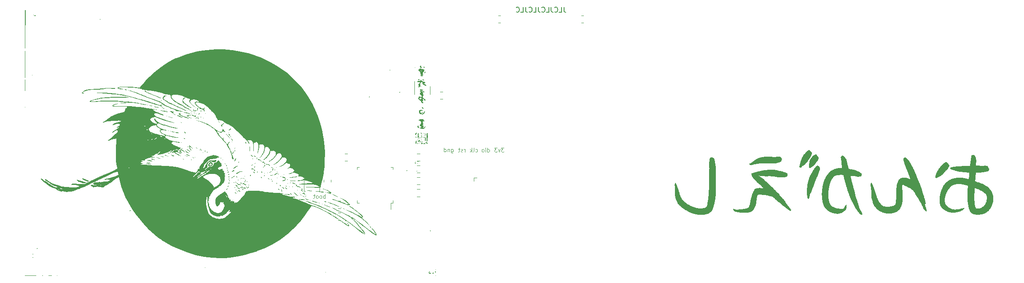
<source format=gbr>
%TF.GenerationSoftware,KiCad,Pcbnew,(7.0.0)*%
%TF.CreationDate,2024-03-03T18:31:53+01:00*%
%TF.ProjectId,kicad_tsuru,6b696361-645f-4747-9375-72752e6b6963,rev?*%
%TF.SameCoordinates,Original*%
%TF.FileFunction,Legend,Bot*%
%TF.FilePolarity,Positive*%
%FSLAX46Y46*%
G04 Gerber Fmt 4.6, Leading zero omitted, Abs format (unit mm)*
G04 Created by KiCad (PCBNEW (7.0.0)) date 2024-03-03 18:31:53*
%MOMM*%
%LPD*%
G01*
G04 APERTURE LIST*
%ADD10C,0.120000*%
%ADD11C,0.150000*%
%ADD12C,2.500000*%
G04 APERTURE END LIST*
D10*
X134615981Y-74643309D02*
X134692172Y-74681404D01*
X134692172Y-74681404D02*
X134844553Y-74681404D01*
X134844553Y-74681404D02*
X134920743Y-74643309D01*
X134920743Y-74643309D02*
X134958838Y-74605214D01*
X134958838Y-74605214D02*
X134996934Y-74529023D01*
X134996934Y-74529023D02*
X134996934Y-74300452D01*
X134996934Y-74300452D02*
X134958838Y-74224261D01*
X134958838Y-74224261D02*
X134920743Y-74186166D01*
X134920743Y-74186166D02*
X134844553Y-74148071D01*
X134844553Y-74148071D02*
X134692172Y-74148071D01*
X134692172Y-74148071D02*
X134615981Y-74186166D01*
X134158839Y-74681404D02*
X134235029Y-74643309D01*
X134235029Y-74643309D02*
X134273124Y-74567119D01*
X134273124Y-74567119D02*
X134273124Y-73881404D01*
X133854076Y-74681404D02*
X133854076Y-73881404D01*
X133777886Y-74376642D02*
X133549314Y-74681404D01*
X133549314Y-74148071D02*
X133854076Y-74452833D01*
D11*
X152386163Y-45575176D02*
X152386163Y-46289462D01*
X152386163Y-46289462D02*
X152433782Y-46432319D01*
X152433782Y-46432319D02*
X152529020Y-46527557D01*
X152529020Y-46527557D02*
X152671877Y-46575176D01*
X152671877Y-46575176D02*
X152767115Y-46575176D01*
X151433782Y-46575176D02*
X151909972Y-46575176D01*
X151909972Y-46575176D02*
X151909972Y-45575176D01*
X150529020Y-46479938D02*
X150576639Y-46527557D01*
X150576639Y-46527557D02*
X150719496Y-46575176D01*
X150719496Y-46575176D02*
X150814734Y-46575176D01*
X150814734Y-46575176D02*
X150957591Y-46527557D01*
X150957591Y-46527557D02*
X151052829Y-46432319D01*
X151052829Y-46432319D02*
X151100448Y-46337081D01*
X151100448Y-46337081D02*
X151148067Y-46146605D01*
X151148067Y-46146605D02*
X151148067Y-46003748D01*
X151148067Y-46003748D02*
X151100448Y-45813272D01*
X151100448Y-45813272D02*
X151052829Y-45718034D01*
X151052829Y-45718034D02*
X150957591Y-45622796D01*
X150957591Y-45622796D02*
X150814734Y-45575176D01*
X150814734Y-45575176D02*
X150719496Y-45575176D01*
X150719496Y-45575176D02*
X150576639Y-45622796D01*
X150576639Y-45622796D02*
X150529020Y-45670415D01*
X149814734Y-45575176D02*
X149814734Y-46289462D01*
X149814734Y-46289462D02*
X149862353Y-46432319D01*
X149862353Y-46432319D02*
X149957591Y-46527557D01*
X149957591Y-46527557D02*
X150100448Y-46575176D01*
X150100448Y-46575176D02*
X150195686Y-46575176D01*
X148862353Y-46575176D02*
X149338543Y-46575176D01*
X149338543Y-46575176D02*
X149338543Y-45575176D01*
X147957591Y-46479938D02*
X148005210Y-46527557D01*
X148005210Y-46527557D02*
X148148067Y-46575176D01*
X148148067Y-46575176D02*
X148243305Y-46575176D01*
X148243305Y-46575176D02*
X148386162Y-46527557D01*
X148386162Y-46527557D02*
X148481400Y-46432319D01*
X148481400Y-46432319D02*
X148529019Y-46337081D01*
X148529019Y-46337081D02*
X148576638Y-46146605D01*
X148576638Y-46146605D02*
X148576638Y-46003748D01*
X148576638Y-46003748D02*
X148529019Y-45813272D01*
X148529019Y-45813272D02*
X148481400Y-45718034D01*
X148481400Y-45718034D02*
X148386162Y-45622796D01*
X148386162Y-45622796D02*
X148243305Y-45575176D01*
X148243305Y-45575176D02*
X148148067Y-45575176D01*
X148148067Y-45575176D02*
X148005210Y-45622796D01*
X148005210Y-45622796D02*
X147957591Y-45670415D01*
X147243305Y-45575176D02*
X147243305Y-46289462D01*
X147243305Y-46289462D02*
X147290924Y-46432319D01*
X147290924Y-46432319D02*
X147386162Y-46527557D01*
X147386162Y-46527557D02*
X147529019Y-46575176D01*
X147529019Y-46575176D02*
X147624257Y-46575176D01*
X146290924Y-46575176D02*
X146767114Y-46575176D01*
X146767114Y-46575176D02*
X146767114Y-45575176D01*
X145386162Y-46479938D02*
X145433781Y-46527557D01*
X145433781Y-46527557D02*
X145576638Y-46575176D01*
X145576638Y-46575176D02*
X145671876Y-46575176D01*
X145671876Y-46575176D02*
X145814733Y-46527557D01*
X145814733Y-46527557D02*
X145909971Y-46432319D01*
X145909971Y-46432319D02*
X145957590Y-46337081D01*
X145957590Y-46337081D02*
X146005209Y-46146605D01*
X146005209Y-46146605D02*
X146005209Y-46003748D01*
X146005209Y-46003748D02*
X145957590Y-45813272D01*
X145957590Y-45813272D02*
X145909971Y-45718034D01*
X145909971Y-45718034D02*
X145814733Y-45622796D01*
X145814733Y-45622796D02*
X145671876Y-45575176D01*
X145671876Y-45575176D02*
X145576638Y-45575176D01*
X145576638Y-45575176D02*
X145433781Y-45622796D01*
X145433781Y-45622796D02*
X145386162Y-45670415D01*
X144671876Y-45575176D02*
X144671876Y-46289462D01*
X144671876Y-46289462D02*
X144719495Y-46432319D01*
X144719495Y-46432319D02*
X144814733Y-46527557D01*
X144814733Y-46527557D02*
X144957590Y-46575176D01*
X144957590Y-46575176D02*
X145052828Y-46575176D01*
X143719495Y-46575176D02*
X144195685Y-46575176D01*
X144195685Y-46575176D02*
X144195685Y-45575176D01*
X142814733Y-46479938D02*
X142862352Y-46527557D01*
X142862352Y-46527557D02*
X143005209Y-46575176D01*
X143005209Y-46575176D02*
X143100447Y-46575176D01*
X143100447Y-46575176D02*
X143243304Y-46527557D01*
X143243304Y-46527557D02*
X143338542Y-46432319D01*
X143338542Y-46432319D02*
X143386161Y-46337081D01*
X143386161Y-46337081D02*
X143433780Y-46146605D01*
X143433780Y-46146605D02*
X143433780Y-46003748D01*
X143433780Y-46003748D02*
X143386161Y-45813272D01*
X143386161Y-45813272D02*
X143338542Y-45718034D01*
X143338542Y-45718034D02*
X143243304Y-45622796D01*
X143243304Y-45622796D02*
X143100447Y-45575176D01*
X143100447Y-45575176D02*
X143005209Y-45575176D01*
X143005209Y-45575176D02*
X142862352Y-45622796D01*
X142862352Y-45622796D02*
X142814733Y-45670415D01*
D10*
X140320553Y-73881404D02*
X139825315Y-73881404D01*
X139825315Y-73881404D02*
X140091981Y-74186166D01*
X140091981Y-74186166D02*
X139977696Y-74186166D01*
X139977696Y-74186166D02*
X139901505Y-74224261D01*
X139901505Y-74224261D02*
X139863410Y-74262357D01*
X139863410Y-74262357D02*
X139825315Y-74338547D01*
X139825315Y-74338547D02*
X139825315Y-74529023D01*
X139825315Y-74529023D02*
X139863410Y-74605214D01*
X139863410Y-74605214D02*
X139901505Y-74643309D01*
X139901505Y-74643309D02*
X139977696Y-74681404D01*
X139977696Y-74681404D02*
X140206267Y-74681404D01*
X140206267Y-74681404D02*
X140282458Y-74643309D01*
X140282458Y-74643309D02*
X140320553Y-74605214D01*
X139558648Y-74148071D02*
X139368172Y-74681404D01*
X139368172Y-74681404D02*
X139177695Y-74148071D01*
X138949124Y-73881404D02*
X138453886Y-73881404D01*
X138453886Y-73881404D02*
X138720552Y-74186166D01*
X138720552Y-74186166D02*
X138606267Y-74186166D01*
X138606267Y-74186166D02*
X138530076Y-74224261D01*
X138530076Y-74224261D02*
X138491981Y-74262357D01*
X138491981Y-74262357D02*
X138453886Y-74338547D01*
X138453886Y-74338547D02*
X138453886Y-74529023D01*
X138453886Y-74529023D02*
X138491981Y-74605214D01*
X138491981Y-74605214D02*
X138530076Y-74643309D01*
X138530076Y-74643309D02*
X138606267Y-74681404D01*
X138606267Y-74681404D02*
X138834838Y-74681404D01*
X138834838Y-74681404D02*
X138911029Y-74643309D01*
X138911029Y-74643309D02*
X138949124Y-74605214D01*
X137035327Y-74681404D02*
X137035327Y-73881404D01*
X137035327Y-74643309D02*
X137111518Y-74681404D01*
X137111518Y-74681404D02*
X137263899Y-74681404D01*
X137263899Y-74681404D02*
X137340089Y-74643309D01*
X137340089Y-74643309D02*
X137378184Y-74605214D01*
X137378184Y-74605214D02*
X137416280Y-74529023D01*
X137416280Y-74529023D02*
X137416280Y-74300452D01*
X137416280Y-74300452D02*
X137378184Y-74224261D01*
X137378184Y-74224261D02*
X137340089Y-74186166D01*
X137340089Y-74186166D02*
X137263899Y-74148071D01*
X137263899Y-74148071D02*
X137111518Y-74148071D01*
X137111518Y-74148071D02*
X137035327Y-74186166D01*
X136654374Y-74681404D02*
X136654374Y-74148071D01*
X136654374Y-73881404D02*
X136692470Y-73919500D01*
X136692470Y-73919500D02*
X136654374Y-73957595D01*
X136654374Y-73957595D02*
X136616279Y-73919500D01*
X136616279Y-73919500D02*
X136654374Y-73881404D01*
X136654374Y-73881404D02*
X136654374Y-73957595D01*
X136159137Y-74681404D02*
X136235327Y-74643309D01*
X136235327Y-74643309D02*
X136273422Y-74605214D01*
X136273422Y-74605214D02*
X136311518Y-74529023D01*
X136311518Y-74529023D02*
X136311518Y-74300452D01*
X136311518Y-74300452D02*
X136273422Y-74224261D01*
X136273422Y-74224261D02*
X136235327Y-74186166D01*
X136235327Y-74186166D02*
X136159137Y-74148071D01*
X136159137Y-74148071D02*
X136044851Y-74148071D01*
X136044851Y-74148071D02*
X135968660Y-74186166D01*
X135968660Y-74186166D02*
X135930565Y-74224261D01*
X135930565Y-74224261D02*
X135892470Y-74300452D01*
X135892470Y-74300452D02*
X135892470Y-74529023D01*
X135892470Y-74529023D02*
X135930565Y-74605214D01*
X135930565Y-74605214D02*
X135968660Y-74643309D01*
X135968660Y-74643309D02*
X136044851Y-74681404D01*
X136044851Y-74681404D02*
X136159137Y-74681404D01*
X132501398Y-74681404D02*
X132501398Y-74148071D01*
X132501398Y-74300452D02*
X132463303Y-74224261D01*
X132463303Y-74224261D02*
X132425208Y-74186166D01*
X132425208Y-74186166D02*
X132349017Y-74148071D01*
X132349017Y-74148071D02*
X132272827Y-74148071D01*
X132044256Y-74643309D02*
X131968065Y-74681404D01*
X131968065Y-74681404D02*
X131815684Y-74681404D01*
X131815684Y-74681404D02*
X131739494Y-74643309D01*
X131739494Y-74643309D02*
X131701398Y-74567119D01*
X131701398Y-74567119D02*
X131701398Y-74529023D01*
X131701398Y-74529023D02*
X131739494Y-74452833D01*
X131739494Y-74452833D02*
X131815684Y-74414738D01*
X131815684Y-74414738D02*
X131929970Y-74414738D01*
X131929970Y-74414738D02*
X132006160Y-74376642D01*
X132006160Y-74376642D02*
X132044256Y-74300452D01*
X132044256Y-74300452D02*
X132044256Y-74262357D01*
X132044256Y-74262357D02*
X132006160Y-74186166D01*
X132006160Y-74186166D02*
X131929970Y-74148071D01*
X131929970Y-74148071D02*
X131815684Y-74148071D01*
X131815684Y-74148071D02*
X131739494Y-74186166D01*
X131472827Y-74148071D02*
X131168065Y-74148071D01*
X131358541Y-73881404D02*
X131358541Y-74567119D01*
X131358541Y-74567119D02*
X131320446Y-74643309D01*
X131320446Y-74643309D02*
X131244256Y-74681404D01*
X131244256Y-74681404D02*
X131168065Y-74681404D01*
X104440684Y-84006404D02*
X104440684Y-83206404D01*
X104440684Y-83511166D02*
X104364494Y-83473071D01*
X104364494Y-83473071D02*
X104212113Y-83473071D01*
X104212113Y-83473071D02*
X104135922Y-83511166D01*
X104135922Y-83511166D02*
X104097827Y-83549261D01*
X104097827Y-83549261D02*
X104059732Y-83625452D01*
X104059732Y-83625452D02*
X104059732Y-83854023D01*
X104059732Y-83854023D02*
X104097827Y-83930214D01*
X104097827Y-83930214D02*
X104135922Y-83968309D01*
X104135922Y-83968309D02*
X104212113Y-84006404D01*
X104212113Y-84006404D02*
X104364494Y-84006404D01*
X104364494Y-84006404D02*
X104440684Y-83968309D01*
X103602589Y-84006404D02*
X103678779Y-83968309D01*
X103678779Y-83968309D02*
X103716874Y-83930214D01*
X103716874Y-83930214D02*
X103754970Y-83854023D01*
X103754970Y-83854023D02*
X103754970Y-83625452D01*
X103754970Y-83625452D02*
X103716874Y-83549261D01*
X103716874Y-83549261D02*
X103678779Y-83511166D01*
X103678779Y-83511166D02*
X103602589Y-83473071D01*
X103602589Y-83473071D02*
X103488303Y-83473071D01*
X103488303Y-83473071D02*
X103412112Y-83511166D01*
X103412112Y-83511166D02*
X103374017Y-83549261D01*
X103374017Y-83549261D02*
X103335922Y-83625452D01*
X103335922Y-83625452D02*
X103335922Y-83854023D01*
X103335922Y-83854023D02*
X103374017Y-83930214D01*
X103374017Y-83930214D02*
X103412112Y-83968309D01*
X103412112Y-83968309D02*
X103488303Y-84006404D01*
X103488303Y-84006404D02*
X103602589Y-84006404D01*
X102878779Y-84006404D02*
X102954969Y-83968309D01*
X102954969Y-83968309D02*
X102993064Y-83930214D01*
X102993064Y-83930214D02*
X103031160Y-83854023D01*
X103031160Y-83854023D02*
X103031160Y-83625452D01*
X103031160Y-83625452D02*
X102993064Y-83549261D01*
X102993064Y-83549261D02*
X102954969Y-83511166D01*
X102954969Y-83511166D02*
X102878779Y-83473071D01*
X102878779Y-83473071D02*
X102764493Y-83473071D01*
X102764493Y-83473071D02*
X102688302Y-83511166D01*
X102688302Y-83511166D02*
X102650207Y-83549261D01*
X102650207Y-83549261D02*
X102612112Y-83625452D01*
X102612112Y-83625452D02*
X102612112Y-83854023D01*
X102612112Y-83854023D02*
X102650207Y-83930214D01*
X102650207Y-83930214D02*
X102688302Y-83968309D01*
X102688302Y-83968309D02*
X102764493Y-84006404D01*
X102764493Y-84006404D02*
X102878779Y-84006404D01*
X102383540Y-83473071D02*
X102078778Y-83473071D01*
X102269254Y-83206404D02*
X102269254Y-83892119D01*
X102269254Y-83892119D02*
X102231159Y-83968309D01*
X102231159Y-83968309D02*
X102154969Y-84006404D01*
X102154969Y-84006404D02*
X102078778Y-84006404D01*
X129753316Y-74123457D02*
X129753316Y-74771076D01*
X129753316Y-74771076D02*
X129791411Y-74847266D01*
X129791411Y-74847266D02*
X129829507Y-74885362D01*
X129829507Y-74885362D02*
X129905697Y-74923457D01*
X129905697Y-74923457D02*
X130019983Y-74923457D01*
X130019983Y-74923457D02*
X130096173Y-74885362D01*
X129753316Y-74618695D02*
X129829507Y-74656790D01*
X129829507Y-74656790D02*
X129981888Y-74656790D01*
X129981888Y-74656790D02*
X130058078Y-74618695D01*
X130058078Y-74618695D02*
X130096173Y-74580600D01*
X130096173Y-74580600D02*
X130134269Y-74504409D01*
X130134269Y-74504409D02*
X130134269Y-74275838D01*
X130134269Y-74275838D02*
X130096173Y-74199647D01*
X130096173Y-74199647D02*
X130058078Y-74161552D01*
X130058078Y-74161552D02*
X129981888Y-74123457D01*
X129981888Y-74123457D02*
X129829507Y-74123457D01*
X129829507Y-74123457D02*
X129753316Y-74161552D01*
X129372363Y-74123457D02*
X129372363Y-74656790D01*
X129372363Y-74199647D02*
X129334268Y-74161552D01*
X129334268Y-74161552D02*
X129258078Y-74123457D01*
X129258078Y-74123457D02*
X129143792Y-74123457D01*
X129143792Y-74123457D02*
X129067601Y-74161552D01*
X129067601Y-74161552D02*
X129029506Y-74237743D01*
X129029506Y-74237743D02*
X129029506Y-74656790D01*
X128305696Y-74656790D02*
X128305696Y-73856790D01*
X128305696Y-74618695D02*
X128381887Y-74656790D01*
X128381887Y-74656790D02*
X128534268Y-74656790D01*
X128534268Y-74656790D02*
X128610458Y-74618695D01*
X128610458Y-74618695D02*
X128648553Y-74580600D01*
X128648553Y-74580600D02*
X128686649Y-74504409D01*
X128686649Y-74504409D02*
X128686649Y-74275838D01*
X128686649Y-74275838D02*
X128648553Y-74199647D01*
X128648553Y-74199647D02*
X128610458Y-74161552D01*
X128610458Y-74161552D02*
X128534268Y-74123457D01*
X128534268Y-74123457D02*
X128381887Y-74123457D01*
X128381887Y-74123457D02*
X128305696Y-74161552D01*
D12*
G36*
X234790971Y-75276933D02*
G01*
X234835235Y-75305656D01*
X234898013Y-75385607D01*
X234950473Y-75471660D01*
X235001020Y-75565140D01*
X235034107Y-75631772D01*
X235077298Y-75727428D01*
X235117920Y-75832514D01*
X235148023Y-75930588D01*
X235169547Y-76034086D01*
X235176571Y-76119774D01*
X235180216Y-76223787D01*
X235181797Y-76322484D01*
X235182391Y-76438912D01*
X235181998Y-76573071D01*
X235181187Y-76672361D01*
X235179937Y-76779533D01*
X235178248Y-76894584D01*
X235176121Y-77017517D01*
X235173554Y-77148330D01*
X235170549Y-77287023D01*
X235167105Y-77433598D01*
X235167105Y-77448252D01*
X235213909Y-77448252D01*
X235320281Y-77448252D01*
X235422680Y-77448252D01*
X235521104Y-77448252D01*
X235628724Y-77448252D01*
X235672687Y-77448252D01*
X235717922Y-77448968D01*
X235818768Y-77454692D01*
X235921357Y-77464739D01*
X236021955Y-77477561D01*
X236119194Y-77489316D01*
X236218847Y-77499286D01*
X236317489Y-77504428D01*
X236417266Y-77500221D01*
X236521737Y-77492063D01*
X236625234Y-77482446D01*
X236666071Y-77478518D01*
X236766783Y-77469931D01*
X236875929Y-77463062D01*
X236974502Y-77460464D01*
X237047818Y-77466196D01*
X237157989Y-77476798D01*
X237270360Y-77491252D01*
X237374111Y-77510503D01*
X237477642Y-77545949D01*
X237533818Y-77614337D01*
X237569002Y-77689533D01*
X237617462Y-77777427D01*
X237673036Y-77868350D01*
X237705761Y-77917926D01*
X237760964Y-78010621D01*
X237800043Y-78105266D01*
X237806113Y-78129249D01*
X237794282Y-78230838D01*
X237758521Y-78322642D01*
X237741043Y-78357866D01*
X237691355Y-78446595D01*
X237631515Y-78525363D01*
X237572289Y-78547238D01*
X237473256Y-78578035D01*
X237370330Y-78608146D01*
X237265800Y-78637829D01*
X237169896Y-78664582D01*
X237101947Y-78680019D01*
X236977841Y-78708259D01*
X236869458Y-78732989D01*
X236756090Y-78758963D01*
X236652478Y-78782892D01*
X236554404Y-78806243D01*
X236466698Y-78811702D01*
X236364696Y-78815745D01*
X236259481Y-78819065D01*
X236133276Y-78822462D01*
X236024848Y-78825059D01*
X235904613Y-78827700D01*
X235772572Y-78830383D01*
X235628724Y-78833109D01*
X235541297Y-78833109D01*
X235437685Y-78833109D01*
X235328992Y-78833109D01*
X235229100Y-78833109D01*
X235125583Y-78833109D01*
X235120174Y-78910103D01*
X235113228Y-79010090D01*
X235105779Y-79118926D01*
X235098717Y-79223898D01*
X235093756Y-79324762D01*
X235086199Y-79445396D01*
X235078829Y-79548843D01*
X235069999Y-79663411D01*
X235059709Y-79789098D01*
X235047960Y-79925905D01*
X235039316Y-80023287D01*
X235030023Y-80125612D01*
X235020082Y-80232878D01*
X235009492Y-80345087D01*
X234998253Y-80462238D01*
X234986365Y-80584330D01*
X235000962Y-80590293D01*
X235096961Y-80625890D01*
X235197711Y-80662221D01*
X235294111Y-80696682D01*
X235311528Y-80702733D01*
X235410217Y-80736737D01*
X235512766Y-80771415D01*
X235613363Y-80804464D01*
X235714209Y-80835901D01*
X235897868Y-80902781D01*
X236074543Y-80970310D01*
X236244235Y-81038489D01*
X236406942Y-81107315D01*
X236562666Y-81176791D01*
X236711406Y-81246915D01*
X236853163Y-81317689D01*
X236987935Y-81389111D01*
X237115724Y-81461181D01*
X237236529Y-81533901D01*
X237350350Y-81607269D01*
X237457187Y-81681286D01*
X237557040Y-81755952D01*
X237649910Y-81831267D01*
X237735795Y-81907230D01*
X237814697Y-81983842D01*
X237876416Y-82049358D01*
X237964594Y-82150602D01*
X238047491Y-82255409D01*
X238125107Y-82363780D01*
X238197443Y-82475715D01*
X238264498Y-82591212D01*
X238326271Y-82710274D01*
X238382765Y-82832898D01*
X238433977Y-82959086D01*
X238479908Y-83088838D01*
X238520559Y-83222153D01*
X238544621Y-83312084D01*
X238575919Y-83446480D01*
X238601464Y-83580274D01*
X238621257Y-83713468D01*
X238635296Y-83846060D01*
X238643582Y-83978051D01*
X238646115Y-84109442D01*
X238642895Y-84240231D01*
X238633922Y-84370419D01*
X238619196Y-84500006D01*
X238598717Y-84628992D01*
X238580093Y-84717769D01*
X238548723Y-84849538D01*
X238513232Y-84979633D01*
X238473619Y-85108054D01*
X238429884Y-85234800D01*
X238382027Y-85359872D01*
X238330050Y-85483270D01*
X238273950Y-85604993D01*
X238213729Y-85725041D01*
X238149386Y-85843416D01*
X238080922Y-85960116D01*
X238032999Y-86035907D01*
X237958860Y-86145301D01*
X237882017Y-86249543D01*
X237802468Y-86348633D01*
X237720215Y-86442571D01*
X237635257Y-86531358D01*
X237547595Y-86614992D01*
X237457227Y-86693474D01*
X237364155Y-86766804D01*
X237268378Y-86834982D01*
X237169896Y-86898008D01*
X237097577Y-86938804D01*
X236986952Y-86996135D01*
X236873752Y-87048828D01*
X236757975Y-87096885D01*
X236639622Y-87140305D01*
X236518693Y-87179088D01*
X236395188Y-87213234D01*
X236269107Y-87242743D01*
X236140451Y-87267616D01*
X236009218Y-87287852D01*
X235875409Y-87303451D01*
X235786022Y-87311255D01*
X235654481Y-87319026D01*
X235525989Y-87322075D01*
X235400545Y-87320400D01*
X235278149Y-87314003D01*
X235158802Y-87302884D01*
X235042503Y-87287041D01*
X234929252Y-87266476D01*
X234819049Y-87241188D01*
X234711895Y-87211178D01*
X234607789Y-87176445D01*
X234540698Y-87151257D01*
X234446073Y-87110614D01*
X234358661Y-87066536D01*
X234253331Y-87002422D01*
X234160824Y-86932202D01*
X234081140Y-86855876D01*
X234014278Y-86773444D01*
X233960240Y-86684906D01*
X233919024Y-86590262D01*
X233877884Y-86481269D01*
X233838729Y-86371665D01*
X233801558Y-86261450D01*
X233766372Y-86150625D01*
X233733170Y-86039189D01*
X233701953Y-85927143D01*
X233672720Y-85814486D01*
X233645472Y-85701218D01*
X233620093Y-85587073D01*
X233596471Y-85473004D01*
X233574603Y-85359011D01*
X233554491Y-85245095D01*
X233536135Y-85131255D01*
X233519534Y-85017491D01*
X233504689Y-84903803D01*
X233491599Y-84790192D01*
X233482697Y-84705678D01*
X233471630Y-84595063D01*
X233461479Y-84486814D01*
X233452243Y-84380930D01*
X233443924Y-84277413D01*
X233436520Y-84176263D01*
X233430032Y-84077478D01*
X233423211Y-83957324D01*
X233420567Y-83907598D01*
X234816578Y-83907598D01*
X234816988Y-84022974D01*
X234818906Y-84138217D01*
X234822331Y-84253326D01*
X234827264Y-84368301D01*
X234833704Y-84483143D01*
X234841651Y-84597851D01*
X234851106Y-84712426D01*
X234862068Y-84826867D01*
X234874538Y-84941174D01*
X234888515Y-85055348D01*
X234904000Y-85169389D01*
X234920992Y-85283296D01*
X234939491Y-85397069D01*
X234959498Y-85510709D01*
X234982045Y-85613412D01*
X235016716Y-85735057D01*
X235056654Y-85839222D01*
X235101858Y-85925910D01*
X235165769Y-86009689D01*
X235253324Y-86074175D01*
X235352729Y-86099334D01*
X235436144Y-86102559D01*
X235559227Y-86100026D01*
X235679862Y-86088648D01*
X235798050Y-86068427D01*
X235913791Y-86039361D01*
X236027085Y-86001451D01*
X236137932Y-85954696D01*
X236246331Y-85899098D01*
X236352284Y-85834655D01*
X236455789Y-85761368D01*
X236556846Y-85679236D01*
X236626952Y-85613529D01*
X236725956Y-85511284D01*
X236817576Y-85404616D01*
X236901811Y-85293526D01*
X236978662Y-85178014D01*
X237048128Y-85058079D01*
X237110209Y-84933723D01*
X237164906Y-84804945D01*
X237212219Y-84671744D01*
X237252147Y-84534121D01*
X237284690Y-84392076D01*
X237296254Y-84346500D01*
X237319485Y-84231809D01*
X237334607Y-84116044D01*
X237341620Y-83999206D01*
X237340523Y-83881294D01*
X237331316Y-83762309D01*
X237313999Y-83642251D01*
X237309422Y-83618304D01*
X237282028Y-83503719D01*
X237247121Y-83397722D01*
X237204701Y-83300311D01*
X237154767Y-83211487D01*
X237097320Y-83131249D01*
X237018465Y-83046298D01*
X236933162Y-82971518D01*
X236841504Y-82897387D01*
X236743492Y-82823904D01*
X236639126Y-82751070D01*
X236528406Y-82678885D01*
X236411331Y-82607348D01*
X236287903Y-82536460D01*
X236158120Y-82466222D01*
X236021983Y-82396631D01*
X235879492Y-82327690D01*
X235730647Y-82259398D01*
X235575448Y-82191754D01*
X235413895Y-82124759D01*
X235245987Y-82058412D01*
X235071726Y-81992715D01*
X234891110Y-81927666D01*
X234888379Y-81969154D01*
X234880386Y-82098712D01*
X234872694Y-82235913D01*
X234865303Y-82380756D01*
X234860542Y-82481563D01*
X234855914Y-82585767D01*
X234851421Y-82693367D01*
X234847061Y-82804364D01*
X234842834Y-82918758D01*
X234838741Y-83036548D01*
X234834782Y-83157734D01*
X234830956Y-83282317D01*
X234827264Y-83410297D01*
X234823705Y-83541672D01*
X234820280Y-83676445D01*
X234817675Y-83792088D01*
X234816578Y-83907598D01*
X233420567Y-83907598D01*
X233419411Y-83885869D01*
X233414510Y-83764678D01*
X233411876Y-83665836D01*
X233410388Y-83565314D01*
X233410045Y-83463114D01*
X233410846Y-83359234D01*
X233412792Y-83253676D01*
X233415883Y-83146438D01*
X233419547Y-83041032D01*
X233424127Y-82918505D01*
X233428706Y-82806234D01*
X233433286Y-82704220D01*
X233438781Y-82595341D01*
X233445193Y-82486982D01*
X233447697Y-82443627D01*
X233455210Y-82332947D01*
X233463511Y-82227474D01*
X233473529Y-82112213D01*
X233483189Y-82008684D01*
X233494041Y-81898357D01*
X233502055Y-81812414D01*
X233512073Y-81702390D01*
X233521690Y-81590954D01*
X233528235Y-81492914D01*
X233442648Y-81467137D01*
X233275437Y-81418460D01*
X233113511Y-81373619D01*
X232956872Y-81332613D01*
X232805517Y-81295442D01*
X232659449Y-81262107D01*
X232518665Y-81232607D01*
X232383168Y-81206942D01*
X232252956Y-81185113D01*
X232128030Y-81167119D01*
X232008389Y-81152961D01*
X231894033Y-81142638D01*
X231784964Y-81136150D01*
X231681180Y-81133498D01*
X231582681Y-81134681D01*
X231444844Y-81143647D01*
X231310129Y-81157939D01*
X231180146Y-81176390D01*
X231054895Y-81199002D01*
X230934376Y-81225773D01*
X230818590Y-81256704D01*
X230707536Y-81291795D01*
X230601214Y-81331046D01*
X230499624Y-81374456D01*
X230402766Y-81422026D01*
X230310641Y-81473756D01*
X230223248Y-81529646D01*
X230140587Y-81589695D01*
X230062658Y-81653904D01*
X229989462Y-81722273D01*
X229920997Y-81794802D01*
X229857265Y-81871490D01*
X229771418Y-81980102D01*
X229689730Y-82089172D01*
X229612202Y-82198699D01*
X229538834Y-82308685D01*
X229469625Y-82419129D01*
X229404576Y-82530030D01*
X229343687Y-82641390D01*
X229286958Y-82753207D01*
X229234389Y-82865482D01*
X229185979Y-82978216D01*
X229141729Y-83091407D01*
X229101639Y-83205056D01*
X229065708Y-83319163D01*
X229033938Y-83433729D01*
X229006327Y-83548752D01*
X228982876Y-83664233D01*
X228962182Y-83759716D01*
X228936470Y-83859627D01*
X228925438Y-83898076D01*
X228900663Y-83993579D01*
X228880294Y-84089215D01*
X228878941Y-84095775D01*
X228863807Y-84193019D01*
X228858312Y-84294379D01*
X228862341Y-84407444D01*
X228869847Y-84515829D01*
X228880830Y-84619535D01*
X228895292Y-84718560D01*
X228919983Y-84843315D01*
X228950857Y-84959750D01*
X228987913Y-85067866D01*
X229031152Y-85167662D01*
X229080573Y-85259139D01*
X229122361Y-85329327D01*
X229185559Y-85420441D01*
X229257306Y-85508731D01*
X229337600Y-85594197D01*
X229426444Y-85676839D01*
X229523836Y-85756657D01*
X229602489Y-85814667D01*
X229685952Y-85871089D01*
X229774223Y-85925922D01*
X229835083Y-85960688D01*
X229927912Y-86009260D01*
X230022587Y-86053538D01*
X230119108Y-86093524D01*
X230217476Y-86129216D01*
X230317689Y-86160614D01*
X230419749Y-86187719D01*
X230523655Y-86210531D01*
X230629407Y-86229050D01*
X230737005Y-86243275D01*
X230846449Y-86253207D01*
X230920647Y-86276448D01*
X231020014Y-86277021D01*
X231127328Y-86267862D01*
X231196415Y-86259597D01*
X231295827Y-86249228D01*
X231398438Y-86245880D01*
X231457662Y-86242562D01*
X231556890Y-86225272D01*
X231657335Y-86204358D01*
X231710343Y-86192909D01*
X231806450Y-86172731D01*
X231904020Y-86155510D01*
X231934837Y-86150024D01*
X232030526Y-86126489D01*
X232133609Y-86099334D01*
X232343657Y-86043158D01*
X232400663Y-86027559D01*
X232497530Y-86001637D01*
X232567750Y-85985761D01*
X232666058Y-85967443D01*
X232698962Y-85961289D01*
X232800392Y-85952788D01*
X232846798Y-85972328D01*
X232841989Y-85989463D01*
X232779178Y-86068463D01*
X232701340Y-86143078D01*
X232627709Y-86207967D01*
X232539052Y-86282516D01*
X232482208Y-86328204D01*
X232391285Y-86397768D01*
X232305132Y-86459103D01*
X232208045Y-86521843D01*
X232117828Y-86572733D01*
X232021257Y-86617129D01*
X231895224Y-86664146D01*
X231769305Y-86706888D01*
X231643501Y-86745356D01*
X231517811Y-86779550D01*
X231392236Y-86809470D01*
X231266775Y-86835116D01*
X231141429Y-86856487D01*
X231016198Y-86873584D01*
X230891080Y-86886407D01*
X230766078Y-86894955D01*
X230641189Y-86899229D01*
X230516416Y-86899229D01*
X230391756Y-86894955D01*
X230267212Y-86886407D01*
X230142781Y-86873584D01*
X230018465Y-86856487D01*
X229936778Y-86841374D01*
X229815892Y-86814698D01*
X229696981Y-86783214D01*
X229580045Y-86746921D01*
X229465084Y-86705819D01*
X229352098Y-86659909D01*
X229241086Y-86609191D01*
X229132050Y-86553664D01*
X229024989Y-86493328D01*
X228919902Y-86428184D01*
X228816791Y-86358231D01*
X228749443Y-86309373D01*
X228652320Y-86233761D01*
X228559878Y-86155357D01*
X228472115Y-86074163D01*
X228389032Y-85990178D01*
X228310628Y-85903403D01*
X228236905Y-85813837D01*
X228167861Y-85721480D01*
X228103497Y-85626333D01*
X228043812Y-85528395D01*
X227988807Y-85427666D01*
X227965261Y-85375841D01*
X227928279Y-85270821D01*
X227900859Y-85166293D01*
X227881026Y-85068954D01*
X227863936Y-84962312D01*
X227849589Y-84846368D01*
X227844695Y-84797510D01*
X227836680Y-84696073D01*
X227831032Y-84589675D01*
X227827750Y-84478315D01*
X227826834Y-84361994D01*
X227828285Y-84240713D01*
X227832101Y-84114470D01*
X227836516Y-84016532D01*
X227842262Y-83915803D01*
X227847261Y-83846795D01*
X227857479Y-83740957D01*
X227870960Y-83632329D01*
X227887704Y-83520909D01*
X227907711Y-83406700D01*
X227930981Y-83289699D01*
X227957514Y-83169908D01*
X227987310Y-83047326D01*
X228020368Y-82921954D01*
X228056690Y-82793791D01*
X228096274Y-82662837D01*
X228124181Y-82574499D01*
X228168796Y-82442744D01*
X228216717Y-82311891D01*
X228267943Y-82181939D01*
X228322476Y-82052888D01*
X228380314Y-81924739D01*
X228441458Y-81797492D01*
X228505908Y-81671147D01*
X228573664Y-81545703D01*
X228644726Y-81421160D01*
X228719094Y-81297520D01*
X228772512Y-81212884D01*
X228830186Y-81130557D01*
X228892115Y-81050539D01*
X228958299Y-80972829D01*
X229028738Y-80897429D01*
X229103433Y-80824337D01*
X229182382Y-80753554D01*
X229265587Y-80685081D01*
X229353047Y-80618916D01*
X229444762Y-80555059D01*
X229540732Y-80493512D01*
X229640958Y-80434274D01*
X229745438Y-80377344D01*
X229854174Y-80322723D01*
X229967165Y-80270412D01*
X230084411Y-80220409D01*
X230204119Y-80172953D01*
X230324494Y-80128894D01*
X230445537Y-80088231D01*
X230567249Y-80050965D01*
X230689628Y-80017096D01*
X230812675Y-79986622D01*
X230936389Y-79959546D01*
X231060772Y-79935866D01*
X231185822Y-79915582D01*
X231311541Y-79898695D01*
X231437927Y-79885204D01*
X231564981Y-79875110D01*
X231692702Y-79868413D01*
X231821092Y-79865112D01*
X231950150Y-79865207D01*
X232079875Y-79868699D01*
X232124917Y-79871487D01*
X232261989Y-79882170D01*
X232401980Y-79896331D01*
X232544891Y-79913970D01*
X232641786Y-79927661D01*
X232739980Y-79942897D01*
X232839470Y-79959679D01*
X232940259Y-79978007D01*
X233042345Y-79997880D01*
X233145728Y-80019299D01*
X233250409Y-80042264D01*
X233356387Y-80066774D01*
X233463663Y-80092830D01*
X233572237Y-80120431D01*
X233682108Y-80149578D01*
X233684839Y-80127735D01*
X233697994Y-80022667D01*
X233712677Y-79905717D01*
X233726158Y-79798727D01*
X233740366Y-79686495D01*
X233752939Y-79587820D01*
X233761337Y-79477407D01*
X233769768Y-79379793D01*
X233780227Y-79266557D01*
X233790054Y-79164719D01*
X233801179Y-79052882D01*
X233813601Y-78931047D01*
X233823769Y-78833109D01*
X233776993Y-78832179D01*
X233641388Y-78829217D01*
X233512867Y-78825997D01*
X233391431Y-78822519D01*
X233277078Y-78818784D01*
X233169809Y-78814791D01*
X233069624Y-78810541D01*
X232947064Y-78804473D01*
X232837097Y-78797947D01*
X232717349Y-78789146D01*
X232713013Y-78789103D01*
X232613751Y-78773647D01*
X232517070Y-78745182D01*
X232508736Y-78742477D01*
X232411683Y-78715128D01*
X232311906Y-78701218D01*
X232292428Y-78698492D01*
X232191335Y-78688016D01*
X232091171Y-78680610D01*
X231984620Y-78674351D01*
X231928254Y-78670688D01*
X231825366Y-78663360D01*
X231725310Y-78655117D01*
X231625583Y-78645042D01*
X231591847Y-78639165D01*
X231485144Y-78616954D01*
X231389927Y-78593198D01*
X231288986Y-78564671D01*
X231182321Y-78531374D01*
X231069931Y-78493306D01*
X230975897Y-78459418D01*
X230906074Y-78433429D01*
X230800958Y-78394693D01*
X230693396Y-78355767D01*
X230593519Y-78320772D01*
X230492297Y-78288448D01*
X230423911Y-78271983D01*
X230321479Y-78244637D01*
X230217609Y-78211979D01*
X230122691Y-78174095D01*
X230030678Y-78115035D01*
X229999689Y-78066082D01*
X229981829Y-77966047D01*
X229980283Y-77928495D01*
X230001368Y-77829271D01*
X230069611Y-77811471D01*
X230169896Y-77787750D01*
X230213488Y-77777274D01*
X230309114Y-77743786D01*
X230375081Y-77725268D01*
X230488750Y-77701378D01*
X230593285Y-77684061D01*
X230714350Y-77667260D01*
X230851944Y-77650974D01*
X230952857Y-77640403D01*
X231061115Y-77630061D01*
X231176720Y-77619947D01*
X231299672Y-77610063D01*
X231429970Y-77600408D01*
X231567614Y-77590982D01*
X231712604Y-77581784D01*
X231864941Y-77572816D01*
X232027077Y-77562703D01*
X232184976Y-77553124D01*
X232338639Y-77544079D01*
X232488066Y-77535569D01*
X232633257Y-77527593D01*
X232774212Y-77520151D01*
X232910930Y-77513244D01*
X233043413Y-77506871D01*
X233171660Y-77501032D01*
X233295670Y-77495727D01*
X233415445Y-77490957D01*
X233530983Y-77486721D01*
X233642285Y-77483019D01*
X233749351Y-77479851D01*
X233852181Y-77477218D01*
X233950775Y-77475119D01*
X233962837Y-77379371D01*
X233986059Y-77195902D01*
X234008079Y-77023139D01*
X234028897Y-76861080D01*
X234048513Y-76709725D01*
X234066927Y-76569076D01*
X234084138Y-76439131D01*
X234100147Y-76319891D01*
X234114955Y-76211355D01*
X234128560Y-76113525D01*
X234146713Y-75986850D01*
X234166711Y-75855417D01*
X234187691Y-75738552D01*
X234204571Y-75628657D01*
X234220714Y-75532258D01*
X234243867Y-75430806D01*
X234325278Y-75370499D01*
X234422927Y-75326851D01*
X234524746Y-75291588D01*
X234584710Y-75278422D01*
X234690726Y-75266515D01*
X234790971Y-75276933D01*
G37*
G36*
X229272237Y-76744394D02*
G01*
X229362988Y-76802554D01*
X229446653Y-76877988D01*
X229521529Y-76960878D01*
X229586156Y-77042809D01*
X229611477Y-77077127D01*
X229676220Y-77174242D01*
X229724134Y-77262599D01*
X229761839Y-77366784D01*
X229766895Y-77475119D01*
X229761514Y-77488820D01*
X229720306Y-77579206D01*
X229676914Y-77669690D01*
X229627677Y-77770653D01*
X229612135Y-77801336D01*
X229562998Y-77896705D01*
X229511843Y-77991845D01*
X229459149Y-78078399D01*
X229448244Y-78091107D01*
X229377977Y-78169532D01*
X229302872Y-78250132D01*
X229235524Y-78321001D01*
X229158731Y-78400799D01*
X229082367Y-78479339D01*
X229006298Y-78558813D01*
X228936536Y-78633612D01*
X228870524Y-78708545D01*
X228855946Y-78722895D01*
X228786947Y-78798610D01*
X228723978Y-78874631D01*
X228690862Y-78915818D01*
X228629267Y-78992525D01*
X228565221Y-79072467D01*
X228514159Y-79128910D01*
X228438214Y-79197031D01*
X228411715Y-79218624D01*
X228325863Y-79267862D01*
X228281255Y-79291217D01*
X228198856Y-79350904D01*
X228154027Y-79390188D01*
X228088947Y-79463256D01*
X228051423Y-79505717D01*
X227976595Y-79575607D01*
X227916016Y-79613131D01*
X227822021Y-79655950D01*
X227722583Y-79687959D01*
X227676227Y-79700935D01*
X227579083Y-79732076D01*
X227485667Y-79771002D01*
X227422164Y-79827178D01*
X227397282Y-79847633D01*
X227317140Y-79905335D01*
X227310175Y-79909533D01*
X227219442Y-79954184D01*
X227181432Y-79954756D01*
X227087551Y-79917547D01*
X227046183Y-79892665D01*
X226982527Y-79812523D01*
X226966265Y-79714633D01*
X226975767Y-79600774D01*
X227000215Y-79484770D01*
X227030593Y-79378143D01*
X227070588Y-79259227D01*
X227106895Y-79161976D01*
X227148612Y-79057813D01*
X227203662Y-78930053D01*
X227260124Y-78805670D01*
X227317998Y-78684665D01*
X227377284Y-78567037D01*
X227437983Y-78452787D01*
X227500093Y-78341914D01*
X227563615Y-78234418D01*
X227628549Y-78130300D01*
X227694895Y-78029560D01*
X227762654Y-77932197D01*
X227831824Y-77838211D01*
X227902407Y-77747602D01*
X227974401Y-77660371D01*
X228047807Y-77576518D01*
X228122626Y-77496042D01*
X228198856Y-77418943D01*
X228234271Y-77389023D01*
X228311208Y-77328573D01*
X228388746Y-77264393D01*
X228465081Y-77194240D01*
X228491871Y-77167220D01*
X228557893Y-77091658D01*
X228583088Y-77059801D01*
X228648263Y-76984191D01*
X228697293Y-76938939D01*
X228779532Y-76876536D01*
X228872203Y-76820701D01*
X228963336Y-76776584D01*
X229008292Y-76757007D01*
X229102650Y-76723757D01*
X229207579Y-76720409D01*
X229272237Y-76744394D01*
G37*
G36*
X220390412Y-81241344D02*
G01*
X220754334Y-81407429D01*
X220845887Y-81453415D01*
X220938585Y-81499783D01*
X221032428Y-81546533D01*
X221127415Y-81593664D01*
X221223548Y-81641177D01*
X221320825Y-81689071D01*
X221419247Y-81737348D01*
X221518814Y-81786005D01*
X221613230Y-81832679D01*
X221716866Y-81884902D01*
X221804521Y-81930328D01*
X221900391Y-81982504D01*
X221987761Y-82037575D01*
X222071738Y-82096909D01*
X222175694Y-82172548D01*
X222270491Y-82244218D01*
X222356128Y-82311919D01*
X222432607Y-82375651D01*
X222515325Y-82449735D01*
X222595696Y-82530450D01*
X222617907Y-82555370D01*
X222679617Y-82638117D01*
X222735487Y-82721694D01*
X222764453Y-82767862D01*
X222818764Y-82858694D01*
X222869139Y-82950285D01*
X222915292Y-83040059D01*
X222925653Y-83060953D01*
X222971399Y-83149159D01*
X223019961Y-83234931D01*
X223075087Y-83320854D01*
X223079526Y-83327178D01*
X223133336Y-83416956D01*
X223190122Y-83505952D01*
X223249828Y-83596346D01*
X223308447Y-83683128D01*
X223318884Y-83698427D01*
X223378333Y-83785810D01*
X223440526Y-83877122D01*
X223502159Y-83967454D01*
X223559454Y-84051195D01*
X223570454Y-84067233D01*
X223618652Y-84155705D01*
X223667844Y-84244701D01*
X223720654Y-84339602D01*
X223773176Y-84433598D01*
X223825469Y-84526677D01*
X223879748Y-84620510D01*
X223932909Y-84708285D01*
X223990552Y-84795077D01*
X224050401Y-84879398D01*
X224115116Y-84951393D01*
X224155254Y-85056369D01*
X224195067Y-85158198D01*
X224234556Y-85256877D01*
X224273721Y-85352409D01*
X224312561Y-85444792D01*
X224370214Y-85577463D01*
X224427136Y-85703050D01*
X224483329Y-85821553D01*
X224538791Y-85932972D01*
X224593524Y-86037307D01*
X224647527Y-86134558D01*
X224700800Y-86224725D01*
X224718396Y-86253207D01*
X224780709Y-86341442D01*
X224854447Y-86417498D01*
X224937184Y-86488024D01*
X224984620Y-86524316D01*
X225073616Y-86587667D01*
X225160389Y-86635514D01*
X225236191Y-86643995D01*
X225262401Y-86549714D01*
X225263057Y-86516989D01*
X225257154Y-86419316D01*
X225236191Y-86321595D01*
X225208160Y-86224108D01*
X225174882Y-86122442D01*
X225141909Y-86025355D01*
X225109184Y-85930806D01*
X225075446Y-85832441D01*
X225044450Y-85738847D01*
X225010877Y-85632830D01*
X224981253Y-85533683D01*
X224951683Y-85426693D01*
X224940657Y-85383702D01*
X224921840Y-85284133D01*
X224913790Y-85244484D01*
X224987206Y-85170829D01*
X225044307Y-85086947D01*
X225053008Y-85049090D01*
X225050807Y-84950021D01*
X225035427Y-84847783D01*
X225016880Y-84750467D01*
X224996833Y-84655859D01*
X224973016Y-84548132D01*
X224944311Y-84434084D01*
X224917826Y-84338295D01*
X224888211Y-84238461D01*
X224855467Y-84134582D01*
X224819594Y-84026657D01*
X224780592Y-83914687D01*
X224759917Y-83857185D01*
X224742465Y-83758803D01*
X224720807Y-83657194D01*
X224694229Y-83554791D01*
X224689087Y-83537226D01*
X224660708Y-83434122D01*
X224627048Y-83328525D01*
X224591084Y-83225359D01*
X224555421Y-83128931D01*
X224542541Y-83095147D01*
X224505389Y-82998747D01*
X224467689Y-82901909D01*
X224428147Y-82802132D01*
X224395995Y-82723898D01*
X224378288Y-82621316D01*
X224361000Y-82518734D01*
X224354474Y-82479655D01*
X224334612Y-82379508D01*
X224310169Y-82282937D01*
X224298298Y-82247624D01*
X224267386Y-82151072D01*
X224230826Y-82043376D01*
X224188618Y-81924537D01*
X224153255Y-81828094D01*
X224114715Y-81725383D01*
X224072998Y-81616404D01*
X224028104Y-81501157D01*
X223980033Y-81379641D01*
X223928785Y-81251858D01*
X223892855Y-81163186D01*
X223839052Y-81032082D01*
X223788470Y-80908964D01*
X223741107Y-80793831D01*
X223696964Y-80686683D01*
X223656042Y-80587522D01*
X223618339Y-80496346D01*
X223573078Y-80387200D01*
X223533541Y-80292250D01*
X223492170Y-80193528D01*
X223484969Y-80176445D01*
X223449878Y-80081448D01*
X223406206Y-79969094D01*
X223361822Y-79857486D01*
X223323025Y-79761108D01*
X223279505Y-79653868D01*
X223231262Y-79535765D01*
X223178297Y-79406801D01*
X223140363Y-79314790D01*
X223100330Y-79217952D01*
X223079526Y-79167722D01*
X223028436Y-79046965D01*
X222980188Y-78933211D01*
X222934784Y-78826459D01*
X222892222Y-78726711D01*
X222852504Y-78633965D01*
X222798258Y-78507978D01*
X222750409Y-78397746D01*
X222708957Y-78303272D01*
X222663638Y-78201815D01*
X222616984Y-78102153D01*
X222603253Y-78075956D01*
X222561426Y-77984365D01*
X222514309Y-77892202D01*
X222466109Y-77804274D01*
X222410697Y-77708104D01*
X222359010Y-77621665D01*
X222306619Y-77535893D01*
X222250520Y-77444302D01*
X222194403Y-77353074D01*
X222142578Y-77269421D01*
X222112325Y-77221106D01*
X222069317Y-77128022D01*
X222023617Y-77037767D01*
X221973106Y-76942670D01*
X221925631Y-76853826D01*
X221875507Y-76760446D01*
X221828860Y-76674022D01*
X221799694Y-76620269D01*
X221746826Y-76529463D01*
X221691127Y-76441593D01*
X221650706Y-76383353D01*
X221585318Y-76298260D01*
X221520036Y-76224596D01*
X221442131Y-76144387D01*
X221365309Y-76070427D01*
X221323420Y-76031644D01*
X221241646Y-75959315D01*
X221159484Y-75891211D01*
X221074798Y-75829409D01*
X221008347Y-75794728D01*
X220903139Y-75796930D01*
X220802446Y-75824006D01*
X220742122Y-75850904D01*
X220664756Y-75915390D01*
X220607789Y-75990122D01*
X220560161Y-76077439D01*
X220544285Y-76143995D01*
X220563453Y-76242036D01*
X220587412Y-76337339D01*
X220615576Y-76443584D01*
X220644425Y-76549439D01*
X220675222Y-76652402D01*
X220712660Y-76772005D01*
X220745096Y-76872626D01*
X220781268Y-76982607D01*
X220821174Y-77101947D01*
X220864816Y-77230647D01*
X220912193Y-77368706D01*
X220945853Y-77465946D01*
X220981172Y-77567345D01*
X221018152Y-77672903D01*
X221056792Y-77782622D01*
X221076735Y-77839041D01*
X221112047Y-77937365D01*
X221149199Y-78031876D01*
X221192705Y-78135832D01*
X221233814Y-78229677D01*
X221279335Y-78330081D01*
X221308766Y-78393472D01*
X221355861Y-78494008D01*
X221403717Y-78597963D01*
X221447612Y-78696238D01*
X221488017Y-78793649D01*
X221496833Y-78818455D01*
X221538051Y-78913879D01*
X221571291Y-79006119D01*
X221602630Y-79102606D01*
X221631166Y-79197031D01*
X221659903Y-79293345D01*
X221694297Y-79396812D01*
X221729627Y-79490695D01*
X221771148Y-79586255D01*
X221792366Y-79629341D01*
X221804579Y-79673305D01*
X221842245Y-79773339D01*
X221881973Y-79875606D01*
X221923761Y-79980106D01*
X221967611Y-80086838D01*
X222005726Y-80177487D01*
X222029282Y-80232621D01*
X221910385Y-80170787D01*
X221791832Y-80114735D01*
X221673622Y-80064465D01*
X221555756Y-80019977D01*
X221438233Y-79981270D01*
X221321054Y-79948345D01*
X221204218Y-79921202D01*
X221087726Y-79899840D01*
X220971577Y-79884260D01*
X220855771Y-79874462D01*
X220740309Y-79870445D01*
X220625191Y-79872210D01*
X220510416Y-79879757D01*
X220395984Y-79893085D01*
X220281896Y-79912195D01*
X220168151Y-79937087D01*
X220049274Y-79973380D01*
X219938105Y-80026083D01*
X219834645Y-80095196D01*
X219738895Y-80180719D01*
X219672140Y-80255631D01*
X219609723Y-80339773D01*
X219551641Y-80433146D01*
X219497896Y-80535749D01*
X219448487Y-80647583D01*
X219432980Y-80686912D01*
X219388723Y-80807169D01*
X219348459Y-80928885D01*
X219312188Y-81052060D01*
X219279909Y-81176696D01*
X219251623Y-81302791D01*
X219227330Y-81430346D01*
X219207030Y-81559360D01*
X219190722Y-81689835D01*
X219178407Y-81821769D01*
X219170085Y-81955163D01*
X219166756Y-82044903D01*
X219162591Y-82182039D01*
X219158341Y-82323254D01*
X219154005Y-82468547D01*
X219151066Y-82567675D01*
X219148089Y-82668616D01*
X219145074Y-82771370D01*
X219142021Y-82875937D01*
X219138930Y-82982316D01*
X219135801Y-83090508D01*
X219132633Y-83200512D01*
X219129428Y-83312330D01*
X219126184Y-83425960D01*
X219122902Y-83541403D01*
X219119582Y-83658659D01*
X219117907Y-83717966D01*
X219113976Y-83835117D01*
X219109511Y-83948432D01*
X219104512Y-84057912D01*
X219098978Y-84163557D01*
X219092910Y-84265366D01*
X219086308Y-84363340D01*
X219075403Y-84503109D01*
X219063296Y-84634249D01*
X219049987Y-84756759D01*
X219035475Y-84870640D01*
X219019762Y-84975891D01*
X219002846Y-85072512D01*
X218990901Y-85132132D01*
X218946785Y-85242309D01*
X218863284Y-85342028D01*
X218774813Y-85409956D01*
X218664188Y-85472002D01*
X218531410Y-85528166D01*
X218430583Y-85562341D01*
X218319910Y-85593902D01*
X218199392Y-85622848D01*
X218069027Y-85649181D01*
X217928817Y-85672899D01*
X217778760Y-85694003D01*
X217618857Y-85712493D01*
X217535214Y-85720758D01*
X217426640Y-85727236D01*
X217321348Y-85729573D01*
X217219339Y-85727770D01*
X217120611Y-85721826D01*
X216978674Y-85705146D01*
X216844121Y-85679150D01*
X216716952Y-85643838D01*
X216597168Y-85599209D01*
X216484769Y-85545263D01*
X216379754Y-85482001D01*
X216282124Y-85409422D01*
X216191878Y-85327527D01*
X216114312Y-85247451D01*
X216039150Y-85164762D01*
X215966392Y-85079458D01*
X215896039Y-84991540D01*
X215828090Y-84901008D01*
X215762545Y-84807862D01*
X215699404Y-84712101D01*
X215638668Y-84613727D01*
X215580336Y-84512738D01*
X215524408Y-84409135D01*
X215470884Y-84302918D01*
X215419765Y-84194087D01*
X215371050Y-84082642D01*
X215324739Y-83968582D01*
X215280833Y-83851909D01*
X215239331Y-83732621D01*
X215203739Y-83625352D01*
X215166268Y-83507488D01*
X215127189Y-83383229D01*
X215092570Y-83272555D01*
X215053401Y-83146896D01*
X215009681Y-83006253D01*
X214978005Y-82904168D01*
X214944307Y-82795422D01*
X214926700Y-82738552D01*
X214891084Y-82625161D01*
X214856289Y-82515795D01*
X214822315Y-82410456D01*
X214789161Y-82309143D01*
X214756827Y-82211856D01*
X214725314Y-82118595D01*
X214679583Y-81986253D01*
X214635698Y-81862970D01*
X214593659Y-81748746D01*
X214553466Y-81643581D01*
X214515120Y-81547475D01*
X214466863Y-81433425D01*
X214455311Y-81407429D01*
X214404750Y-81297198D01*
X214358396Y-81197313D01*
X214316250Y-81107776D01*
X214266600Y-81004488D01*
X214215056Y-80901245D01*
X214162530Y-80804991D01*
X214132911Y-80765070D01*
X214098717Y-80787052D01*
X214057195Y-80855440D01*
X214020597Y-80946535D01*
X214015674Y-80960464D01*
X213989013Y-81055261D01*
X213986365Y-81072816D01*
X213979038Y-81170513D01*
X213973199Y-81276988D01*
X213976898Y-81378210D01*
X213986365Y-81463605D01*
X214001296Y-81564069D01*
X214016774Y-81661828D01*
X214034183Y-81766542D01*
X214042541Y-81815314D01*
X214060229Y-81918655D01*
X214076258Y-82018069D01*
X214090454Y-82115957D01*
X214091389Y-82123060D01*
X214097100Y-82228063D01*
X214100320Y-82326965D01*
X214102824Y-82445783D01*
X214104312Y-82555177D01*
X214105343Y-82677318D01*
X214105815Y-82777288D01*
X214106030Y-82884428D01*
X214106044Y-82921734D01*
X214106409Y-83031687D01*
X214107504Y-83136229D01*
X214109328Y-83235362D01*
X214112897Y-83359125D01*
X214117762Y-83473270D01*
X214123926Y-83577798D01*
X214133455Y-83694935D01*
X214145011Y-83797045D01*
X214147565Y-83815663D01*
X214172448Y-83913208D01*
X214199627Y-84008746D01*
X214227810Y-84104325D01*
X214261718Y-84216925D01*
X214290905Y-84312545D01*
X214323313Y-84417739D01*
X214358940Y-84532507D01*
X214384481Y-84614337D01*
X214407922Y-84713084D01*
X214431278Y-84818414D01*
X214435772Y-84839041D01*
X214457859Y-84934973D01*
X214486252Y-85029312D01*
X214511487Y-85090611D01*
X214563980Y-85207981D01*
X214620099Y-85321955D01*
X214679843Y-85432532D01*
X214743213Y-85539713D01*
X214810208Y-85643497D01*
X214880828Y-85743884D01*
X214955074Y-85840875D01*
X215032946Y-85934470D01*
X215114443Y-86024668D01*
X215199565Y-86111470D01*
X215288313Y-86194875D01*
X215380686Y-86274883D01*
X215476685Y-86351496D01*
X215576310Y-86424711D01*
X215679559Y-86494530D01*
X215786435Y-86560953D01*
X215882448Y-86619793D01*
X215981810Y-86675413D01*
X216084521Y-86727813D01*
X216190580Y-86776993D01*
X216299989Y-86822953D01*
X216412746Y-86865694D01*
X216528852Y-86905214D01*
X216648307Y-86941514D01*
X216771110Y-86974594D01*
X216897263Y-87004454D01*
X216983225Y-87022572D01*
X217113406Y-87046164D01*
X217244746Y-87064732D01*
X217377245Y-87078278D01*
X217510904Y-87086800D01*
X217645722Y-87090299D01*
X217781698Y-87088775D01*
X217918835Y-87082228D01*
X218057130Y-87070657D01*
X218196585Y-87054063D01*
X218337198Y-87032447D01*
X218431585Y-87015245D01*
X218570410Y-86984740D01*
X218703868Y-86948183D01*
X218831959Y-86905571D01*
X218954684Y-86856907D01*
X219072043Y-86802188D01*
X219184034Y-86741416D01*
X219290659Y-86674590D01*
X219391917Y-86601711D01*
X219487809Y-86522778D01*
X219578334Y-86437792D01*
X219635702Y-86377771D01*
X219707215Y-86297414D01*
X219775207Y-86213880D01*
X219839678Y-86127169D01*
X219900629Y-86037281D01*
X219958060Y-85944216D01*
X220011970Y-85847974D01*
X220062359Y-85748554D01*
X220109228Y-85645958D01*
X220152576Y-85540185D01*
X220192404Y-85431234D01*
X220217000Y-85356836D01*
X220250674Y-85243978D01*
X220281171Y-85131636D01*
X220308491Y-85019809D01*
X220332634Y-84908497D01*
X220353600Y-84797701D01*
X220371388Y-84687419D01*
X220386000Y-84577653D01*
X220397434Y-84468402D01*
X220405692Y-84359667D01*
X220410772Y-84251446D01*
X220412394Y-84179585D01*
X220413532Y-84071665D01*
X220414197Y-83963144D01*
X220414391Y-83854022D01*
X220414112Y-83744299D01*
X220413360Y-83633974D01*
X220412137Y-83523049D01*
X220410441Y-83411523D01*
X220408273Y-83299395D01*
X220405632Y-83186666D01*
X220402520Y-83073337D01*
X220400182Y-82997450D01*
X220395889Y-82885072D01*
X220391252Y-82776000D01*
X220386272Y-82670234D01*
X220380948Y-82567773D01*
X220375281Y-82468619D01*
X220367190Y-82341555D01*
X220358489Y-82220369D01*
X220349177Y-82105059D01*
X220339255Y-81995627D01*
X220336679Y-81969187D01*
X220327902Y-81865918D01*
X220323551Y-81766161D01*
X220324338Y-81646400D01*
X220332042Y-81532126D01*
X220346663Y-81423338D01*
X220368202Y-81320036D01*
X220390412Y-81241344D01*
G37*
G36*
X208603253Y-79739250D02*
G01*
X208635443Y-79883516D01*
X208669122Y-80029327D01*
X208704289Y-80176683D01*
X208740945Y-80325586D01*
X208779088Y-80476034D01*
X208818721Y-80628027D01*
X208859841Y-80781566D01*
X208902450Y-80936651D01*
X208946547Y-81093281D01*
X208992133Y-81251457D01*
X209039207Y-81411178D01*
X209087769Y-81572445D01*
X209137820Y-81735258D01*
X209189359Y-81899616D01*
X209242387Y-82065520D01*
X209296902Y-82232970D01*
X209352181Y-82399465D01*
X209407499Y-82563117D01*
X209462854Y-82723926D01*
X209518247Y-82881892D01*
X209573679Y-83037015D01*
X209629149Y-83189295D01*
X209684657Y-83338731D01*
X209740203Y-83485325D01*
X209795787Y-83629075D01*
X209851410Y-83769982D01*
X209907071Y-83908046D01*
X209962769Y-84043267D01*
X210018506Y-84175645D01*
X210074282Y-84305179D01*
X210130095Y-84431871D01*
X210185946Y-84555719D01*
X210227258Y-84644677D01*
X210311369Y-84820532D01*
X210397464Y-84993639D01*
X210485544Y-85163998D01*
X210575609Y-85331610D01*
X210667658Y-85496474D01*
X210761692Y-85658590D01*
X210857710Y-85817959D01*
X210955712Y-85974579D01*
X211055699Y-86128452D01*
X211157670Y-86279578D01*
X211261626Y-86427955D01*
X211367566Y-86573585D01*
X211475491Y-86716467D01*
X211585401Y-86856601D01*
X211697294Y-86993988D01*
X211753985Y-87061651D01*
X211820997Y-87134482D01*
X211905032Y-87206610D01*
X211993017Y-87262080D01*
X212084951Y-87300892D01*
X212180836Y-87323045D01*
X212230259Y-87327875D01*
X212271780Y-87313221D01*
X212294876Y-87216943D01*
X212327956Y-87159348D01*
X212342611Y-87144693D01*
X212304906Y-87042417D01*
X212264004Y-86950081D01*
X212212284Y-86844351D01*
X212160919Y-86746010D01*
X212102041Y-86638366D01*
X212076386Y-86592704D01*
X212026698Y-86504815D01*
X211972530Y-86408800D01*
X211919178Y-86313888D01*
X211867811Y-86221801D01*
X211837028Y-86165280D01*
X211792330Y-86064804D01*
X211754854Y-85971629D01*
X211715851Y-85867081D01*
X211675322Y-85751161D01*
X211643923Y-85656758D01*
X211611666Y-85555958D01*
X211578550Y-85448761D01*
X211544576Y-85335166D01*
X211509743Y-85215175D01*
X211475203Y-85095842D01*
X211443024Y-84985138D01*
X211413207Y-84883064D01*
X211377124Y-84760389D01*
X211345239Y-84653056D01*
X211311286Y-84540464D01*
X211279200Y-84436994D01*
X211263057Y-84387192D01*
X211230886Y-84285411D01*
X211196081Y-84185882D01*
X211156862Y-84078007D01*
X211123839Y-83989076D01*
X211083682Y-83881056D01*
X211047475Y-83782309D01*
X211010225Y-83678825D01*
X210974238Y-83576014D01*
X210955311Y-83520129D01*
X210931734Y-83420667D01*
X210916490Y-83323171D01*
X210908905Y-83261232D01*
X210894451Y-83160386D01*
X210875217Y-83063300D01*
X210857614Y-83002335D01*
X210834917Y-82905391D01*
X210805114Y-82789841D01*
X210774145Y-82674646D01*
X210746760Y-82574976D01*
X210715813Y-82463929D01*
X210681301Y-82341505D01*
X210643227Y-82207703D01*
X210615864Y-82112182D01*
X210586917Y-82011603D01*
X210571850Y-81959418D01*
X210541596Y-81854928D01*
X210512507Y-81753338D01*
X210484581Y-81654648D01*
X210457819Y-81558859D01*
X210419859Y-81420614D01*
X210384518Y-81288895D01*
X210351795Y-81163701D01*
X210321692Y-81045034D01*
X210294207Y-80932892D01*
X210269342Y-80827276D01*
X210247095Y-80728186D01*
X210227468Y-80635621D01*
X210201254Y-80535076D01*
X210176181Y-80435128D01*
X210148704Y-80322471D01*
X210123970Y-80218882D01*
X210097566Y-80106468D01*
X210080922Y-80034784D01*
X210054172Y-79918101D01*
X210030404Y-79813821D01*
X210005817Y-79705056D01*
X209982559Y-79600738D01*
X209961243Y-79502335D01*
X210002764Y-79502335D01*
X210109353Y-79512085D01*
X210211449Y-79517366D01*
X210324258Y-79521411D01*
X210339819Y-79521874D01*
X210443921Y-79525430D01*
X210548296Y-79530353D01*
X210647107Y-79536987D01*
X210718396Y-79543856D01*
X210818459Y-79560686D01*
X210914243Y-79580972D01*
X211014306Y-79604518D01*
X211055451Y-79614686D01*
X211158796Y-79639111D01*
X211256448Y-79660749D01*
X211355996Y-79679983D01*
X211375409Y-79683074D01*
X211473404Y-79679900D01*
X211581024Y-79671504D01*
X211679828Y-79661009D01*
X211719791Y-79656208D01*
X211818252Y-79640790D01*
X211915997Y-79619371D01*
X212005555Y-79585377D01*
X212078082Y-79516541D01*
X212132865Y-79432964D01*
X212159428Y-79375328D01*
X212197973Y-79281257D01*
X212208277Y-79201916D01*
X212206412Y-79100262D01*
X212188738Y-79052928D01*
X212118327Y-78972714D01*
X212034865Y-78909130D01*
X211948578Y-78851661D01*
X211934725Y-78842879D01*
X211826648Y-78774338D01*
X211741582Y-78724335D01*
X211653083Y-78675534D01*
X211561148Y-78627936D01*
X211465779Y-78581539D01*
X211366975Y-78536345D01*
X211264736Y-78492352D01*
X211159063Y-78449562D01*
X211049955Y-78407974D01*
X210937413Y-78367588D01*
X210899135Y-78354393D01*
X210801691Y-78319236D01*
X210700783Y-78291005D01*
X210606044Y-78271351D01*
X210505819Y-78253271D01*
X210408682Y-78237407D01*
X210304977Y-78221930D01*
X210256777Y-78215175D01*
X210156699Y-78199848D01*
X210058124Y-78183018D01*
X210002764Y-78171211D01*
X209902625Y-78150450D01*
X209803515Y-78128311D01*
X209691774Y-78103009D01*
X209626630Y-78088169D01*
X209595842Y-77990529D01*
X209564436Y-77896758D01*
X209541145Y-77829271D01*
X209507466Y-77731383D01*
X209473726Y-77630318D01*
X209443448Y-77536180D01*
X209414024Y-77436460D01*
X209388035Y-77338801D01*
X209372618Y-77274840D01*
X209349376Y-77179929D01*
X209327888Y-77080345D01*
X209305868Y-76971390D01*
X209296902Y-76925573D01*
X209275531Y-76818199D01*
X209254160Y-76716201D01*
X209232789Y-76619580D01*
X209208364Y-76515738D01*
X209199205Y-76478608D01*
X209171148Y-76373121D01*
X209141932Y-76279226D01*
X209104649Y-76180207D01*
X209094181Y-76156208D01*
X209048483Y-76066632D01*
X208996104Y-75983341D01*
X208931533Y-75894040D01*
X208868409Y-75815031D01*
X208796817Y-75731848D01*
X208749798Y-75679934D01*
X208672828Y-75598719D01*
X208590854Y-75518576D01*
X208509544Y-75448953D01*
X208420147Y-75394094D01*
X208393204Y-75386843D01*
X208291593Y-75404982D01*
X208197082Y-75453926D01*
X208141634Y-75496752D01*
X208087161Y-75578960D01*
X208043937Y-75653067D01*
X208000104Y-75741016D01*
X207987761Y-75792286D01*
X208002415Y-75860674D01*
X208025017Y-75956568D01*
X208036609Y-76002335D01*
X208055994Y-76099757D01*
X208058591Y-76141553D01*
X208069439Y-76241559D01*
X208079659Y-76341951D01*
X208090953Y-76457848D01*
X208100761Y-76561727D01*
X208111256Y-76675529D01*
X208122438Y-76799253D01*
X208131275Y-76898558D01*
X208134306Y-76932900D01*
X208143165Y-77032663D01*
X208154041Y-77154059D01*
X208163849Y-77262175D01*
X208174606Y-77378643D01*
X208185311Y-77491014D01*
X208195844Y-77594359D01*
X208197810Y-77611895D01*
X208209328Y-77709339D01*
X208223732Y-77810247D01*
X208239331Y-77904986D01*
X208105715Y-77904650D01*
X207972314Y-77908221D01*
X207839128Y-77915698D01*
X207706156Y-77927083D01*
X207573399Y-77942374D01*
X207440857Y-77961573D01*
X207308529Y-77984678D01*
X207176416Y-78011690D01*
X207044518Y-78042609D01*
X206912835Y-78077435D01*
X206825165Y-78102823D01*
X206710800Y-78140232D01*
X206598515Y-78182851D01*
X206488310Y-78230679D01*
X206380185Y-78283715D01*
X206274139Y-78341962D01*
X206170174Y-78405417D01*
X206068289Y-78474082D01*
X205968483Y-78547956D01*
X205870757Y-78627039D01*
X205775111Y-78711331D01*
X205681545Y-78800833D01*
X205590059Y-78895544D01*
X205500653Y-78995464D01*
X205413327Y-79100593D01*
X205328080Y-79210932D01*
X205244913Y-79326480D01*
X205164180Y-79445806D01*
X205086843Y-79567479D01*
X205012902Y-79691499D01*
X204942358Y-79817866D01*
X204875210Y-79946580D01*
X204811459Y-80077641D01*
X204751104Y-80211049D01*
X204694146Y-80346804D01*
X204640584Y-80484906D01*
X204590419Y-80625356D01*
X204543650Y-80768152D01*
X204500278Y-80913295D01*
X204460302Y-81060785D01*
X204423723Y-81210623D01*
X204390541Y-81362807D01*
X204360754Y-81517338D01*
X204330730Y-81666298D01*
X204303548Y-81815811D01*
X204279210Y-81965877D01*
X204257714Y-82116496D01*
X204239062Y-82267669D01*
X204223253Y-82419396D01*
X204210287Y-82571675D01*
X204200165Y-82724508D01*
X204192885Y-82877895D01*
X204188449Y-83031835D01*
X204186855Y-83186328D01*
X204188105Y-83341374D01*
X204192198Y-83496974D01*
X204199134Y-83653127D01*
X204208914Y-83809834D01*
X204221536Y-83967094D01*
X204237059Y-84122283D01*
X204255539Y-84272779D01*
X204276977Y-84418581D01*
X204301373Y-84559688D01*
X204328726Y-84696102D01*
X204359037Y-84827821D01*
X204392306Y-84954846D01*
X204428532Y-85077178D01*
X204467716Y-85194815D01*
X204509857Y-85307758D01*
X204554956Y-85416007D01*
X204603013Y-85519562D01*
X204654027Y-85618424D01*
X204707999Y-85712591D01*
X204764929Y-85802064D01*
X204824816Y-85886843D01*
X204903393Y-85986219D01*
X204985253Y-86081626D01*
X205070394Y-86173065D01*
X205158818Y-86260534D01*
X205250523Y-86344035D01*
X205345511Y-86423566D01*
X205443781Y-86499129D01*
X205545332Y-86570723D01*
X205648105Y-86638195D01*
X205750038Y-86700171D01*
X205851132Y-86756653D01*
X205951386Y-86807638D01*
X206050800Y-86853128D01*
X206149375Y-86893123D01*
X206247111Y-86927622D01*
X206344006Y-86956626D01*
X206460618Y-86987717D01*
X206570790Y-87015350D01*
X206674521Y-87039523D01*
X206771813Y-87060239D01*
X206880062Y-87080532D01*
X206979038Y-87095845D01*
X207084542Y-87110120D01*
X207193955Y-87122141D01*
X207291461Y-87129583D01*
X207386923Y-87132481D01*
X207489133Y-87124109D01*
X207591515Y-87109984D01*
X207694068Y-87090106D01*
X207796793Y-87064475D01*
X207899690Y-87033091D01*
X208002759Y-86995953D01*
X208105999Y-86953063D01*
X208209411Y-86904419D01*
X208312995Y-86850023D01*
X208416750Y-86789873D01*
X208486016Y-86746577D01*
X208585779Y-86678535D01*
X208678071Y-86608132D01*
X208762893Y-86535367D01*
X208840245Y-86460241D01*
X208910126Y-86382753D01*
X208972536Y-86302905D01*
X209027477Y-86220694D01*
X209089110Y-86107408D01*
X209137462Y-85989923D01*
X209165011Y-85899055D01*
X209178635Y-85792580D01*
X209180019Y-85683911D01*
X209174600Y-85583924D01*
X209172338Y-85557115D01*
X209160126Y-85460181D01*
X209137229Y-85358858D01*
X209108835Y-85310430D01*
X209016061Y-85350243D01*
X208981829Y-85376375D01*
X208907096Y-85441223D01*
X208842611Y-85520478D01*
X208793151Y-85607795D01*
X208747621Y-85695014D01*
X208703392Y-85781818D01*
X208655524Y-85870242D01*
X208603966Y-85957559D01*
X208544241Y-86046097D01*
X208505555Y-86094449D01*
X208424483Y-86157418D01*
X208330908Y-86186727D01*
X208324816Y-86187261D01*
X208220879Y-86183944D01*
X208122476Y-86170785D01*
X208016841Y-86151627D01*
X207987761Y-86145740D01*
X207889369Y-86124469D01*
X207789802Y-86103021D01*
X207694211Y-86082542D01*
X207623839Y-86067582D01*
X207522189Y-86060694D01*
X207412662Y-86051535D01*
X207372269Y-86048043D01*
X207266939Y-86036594D01*
X207165230Y-86022619D01*
X207065057Y-86003965D01*
X207035214Y-85996752D01*
X206943601Y-85961790D01*
X206881341Y-85928364D01*
X206793392Y-85880396D01*
X206742122Y-85857534D01*
X206612435Y-85807037D01*
X206490819Y-85749885D01*
X206377275Y-85686079D01*
X206271802Y-85615619D01*
X206174401Y-85538503D01*
X206085071Y-85454733D01*
X206003812Y-85364308D01*
X205930625Y-85267229D01*
X205865510Y-85163495D01*
X205808466Y-85053106D01*
X205774920Y-84975817D01*
X205734835Y-84873471D01*
X205697927Y-84766102D01*
X205664195Y-84653710D01*
X205633641Y-84536294D01*
X205606264Y-84413856D01*
X205582064Y-84286394D01*
X205561041Y-84153909D01*
X205543195Y-84016400D01*
X205528526Y-83873869D01*
X205520512Y-83776057D01*
X205513910Y-83676013D01*
X205511138Y-83625154D01*
X205506416Y-83522333D01*
X205503238Y-83419036D01*
X205501607Y-83315261D01*
X205501521Y-83211010D01*
X205502981Y-83106281D01*
X205505986Y-83001075D01*
X205510537Y-82895393D01*
X205516634Y-82789233D01*
X205524276Y-82682596D01*
X205533464Y-82575482D01*
X205544197Y-82467891D01*
X205556476Y-82359823D01*
X205570300Y-82251278D01*
X205585670Y-82142256D01*
X205602586Y-82032757D01*
X205621047Y-81922781D01*
X205640940Y-81811937D01*
X205662149Y-81702886D01*
X205684675Y-81595629D01*
X205708517Y-81490166D01*
X205733676Y-81386496D01*
X205760151Y-81284620D01*
X205787944Y-81184538D01*
X205817052Y-81086250D01*
X205847478Y-80989754D01*
X205879220Y-80895053D01*
X205912278Y-80802145D01*
X205964335Y-80666147D01*
X206019354Y-80534184D01*
X206077336Y-80406257D01*
X206097321Y-80364512D01*
X206158007Y-80243998D01*
X206219166Y-80132500D01*
X206280797Y-80030018D01*
X206342900Y-79936553D01*
X206405475Y-79852103D01*
X206468522Y-79776669D01*
X206553321Y-79690115D01*
X206638958Y-79619590D01*
X206725435Y-79565094D01*
X206768989Y-79543856D01*
X206892723Y-79494282D01*
X207022124Y-79450891D01*
X207157192Y-79413682D01*
X207297927Y-79382656D01*
X207394899Y-79365406D01*
X207494390Y-79350904D01*
X207596400Y-79339150D01*
X207700928Y-79330143D01*
X207807975Y-79323885D01*
X207917541Y-79320374D01*
X208029625Y-79319610D01*
X208144229Y-79321595D01*
X208261351Y-79326327D01*
X208380992Y-79333807D01*
X208478114Y-79346730D01*
X208534865Y-79348462D01*
X208551136Y-79449162D01*
X208569726Y-79547930D01*
X208590635Y-79644766D01*
X208603253Y-79697729D01*
X208603253Y-79724596D01*
X208603253Y-79739250D01*
G37*
G36*
X201869477Y-79375328D02*
G01*
X201806232Y-79518258D01*
X201745944Y-79663726D01*
X201688614Y-79811731D01*
X201634241Y-79962274D01*
X201582826Y-80115356D01*
X201534369Y-80270975D01*
X201488869Y-80429131D01*
X201446327Y-80589826D01*
X201406742Y-80753058D01*
X201370115Y-80918829D01*
X201336446Y-81087137D01*
X201305734Y-81257983D01*
X201277980Y-81431367D01*
X201253184Y-81607288D01*
X201231345Y-81785748D01*
X201212464Y-81966745D01*
X201201177Y-82091175D01*
X201191742Y-82212896D01*
X201184157Y-82331907D01*
X201178423Y-82448209D01*
X201174540Y-82561801D01*
X201172507Y-82672683D01*
X201172326Y-82780856D01*
X201173996Y-82886319D01*
X201177516Y-82989073D01*
X201182888Y-83089117D01*
X201194415Y-83234103D01*
X201210108Y-83372992D01*
X201229964Y-83505785D01*
X201253985Y-83632481D01*
X201277341Y-83744451D01*
X201298560Y-83842225D01*
X201322078Y-83944478D01*
X201349393Y-84050365D01*
X201380992Y-84130737D01*
X201476754Y-84095896D01*
X201505555Y-84074561D01*
X201580288Y-84007575D01*
X201642124Y-83930007D01*
X201644774Y-83925573D01*
X201677747Y-83827513D01*
X201703392Y-83744833D01*
X201727506Y-83643975D01*
X201746669Y-83545279D01*
X201752241Y-83512802D01*
X201767310Y-83414540D01*
X201785514Y-83314419D01*
X201786435Y-83310081D01*
X201815133Y-83216200D01*
X201853268Y-83118276D01*
X201895628Y-83022621D01*
X201946919Y-82916146D01*
X201996484Y-82819153D01*
X202046346Y-82722517D01*
X202090603Y-82634110D01*
X202136313Y-82538884D01*
X202179439Y-82442763D01*
X202218745Y-82342879D01*
X202242587Y-82244023D01*
X202269377Y-82142700D01*
X202277363Y-82113291D01*
X202304177Y-82013144D01*
X202333295Y-81916573D01*
X202345751Y-81881260D01*
X202393991Y-81795513D01*
X202416581Y-81764023D01*
X202469628Y-81680637D01*
X202484969Y-81644344D01*
X202522171Y-81544374D01*
X202558853Y-81438570D01*
X202595690Y-81328346D01*
X202630191Y-81222718D01*
X202660283Y-81129200D01*
X202668151Y-81104568D01*
X202698911Y-81007748D01*
X202736287Y-80894345D01*
X202772470Y-80789409D01*
X202807461Y-80692940D01*
X202847875Y-80588354D01*
X202886572Y-80495962D01*
X202892855Y-80481748D01*
X202930922Y-80389585D01*
X202970612Y-80299520D01*
X203005207Y-80222851D01*
X203048634Y-80124019D01*
X203089182Y-80030519D01*
X203129770Y-79934644D01*
X203172131Y-79839404D01*
X203219453Y-79741325D01*
X203261662Y-79656208D01*
X203310357Y-79557289D01*
X203356017Y-79460603D01*
X203398705Y-79363422D01*
X203410650Y-79333807D01*
X203442277Y-79234488D01*
X203473657Y-79134368D01*
X203493692Y-79070025D01*
X203522973Y-78973554D01*
X203552463Y-78873486D01*
X203576735Y-78786703D01*
X203615632Y-78693624D01*
X203656610Y-78601842D01*
X203676874Y-78557115D01*
X203719142Y-78457295D01*
X203755683Y-78363605D01*
X203786784Y-78268908D01*
X203794256Y-78169778D01*
X203793970Y-78066642D01*
X203789963Y-77967304D01*
X203789226Y-77953835D01*
X203780067Y-77855375D01*
X203761491Y-77753391D01*
X203730608Y-77682725D01*
X203663353Y-77606602D01*
X203580520Y-77545637D01*
X203523001Y-77514198D01*
X203430838Y-77472791D01*
X203354474Y-77458022D01*
X203254353Y-77446172D01*
X203212813Y-77443367D01*
X203132852Y-77502365D01*
X203052328Y-77577641D01*
X203002764Y-77626550D01*
X202931221Y-77705714D01*
X202855503Y-77795134D01*
X202791923Y-77874055D01*
X202725673Y-77959540D01*
X202656750Y-78051589D01*
X202585157Y-78150202D01*
X202510891Y-78255379D01*
X202472757Y-78310430D01*
X202416944Y-78392337D01*
X202362633Y-78486039D01*
X202311113Y-78585224D01*
X202277363Y-78654812D01*
X202233585Y-78745807D01*
X202189698Y-78839306D01*
X202165011Y-78899055D01*
X202112501Y-78982868D01*
X202055751Y-79062812D01*
X202030678Y-79096892D01*
X201971239Y-79181279D01*
X201920182Y-79268045D01*
X201884132Y-79348462D01*
X201884132Y-79360674D01*
X201869477Y-79375328D01*
G37*
G36*
X202094181Y-75792286D02*
G01*
X202030647Y-75877186D01*
X201971019Y-75969772D01*
X201915299Y-76070043D01*
X201863486Y-76177999D01*
X201815579Y-76293640D01*
X201771580Y-76416965D01*
X201731487Y-76547976D01*
X201695302Y-76686673D01*
X201673348Y-76783406D01*
X201653132Y-76883555D01*
X201634651Y-76987120D01*
X201617907Y-77094100D01*
X201605743Y-77205083D01*
X201595811Y-77307221D01*
X201586041Y-77429648D01*
X201580240Y-77536351D01*
X201578571Y-77647620D01*
X201584753Y-77748714D01*
X201603253Y-77821944D01*
X201680714Y-77881631D01*
X201730259Y-77904986D01*
X201826470Y-77930183D01*
X201869477Y-77919641D01*
X201952217Y-77866034D01*
X201954962Y-77863465D01*
X202025030Y-77793398D01*
X202038005Y-77780423D01*
X202094181Y-77724247D01*
X202179790Y-77665686D01*
X202277363Y-77626550D01*
X202371718Y-77586798D01*
X202458005Y-77534973D01*
X202484969Y-77514198D01*
X202550657Y-77439494D01*
X202555800Y-77431155D01*
X202604279Y-77345825D01*
X202611976Y-77331016D01*
X202693959Y-77273218D01*
X202717000Y-77262628D01*
X202792715Y-77206452D01*
X202847324Y-77120664D01*
X202902221Y-77031878D01*
X202907509Y-77023270D01*
X202957963Y-76939101D01*
X203009824Y-76854437D01*
X203017419Y-76842530D01*
X203078727Y-76757446D01*
X203143953Y-76676163D01*
X203193274Y-76617827D01*
X203260440Y-76537494D01*
X203320890Y-76458725D01*
X203354474Y-76407778D01*
X203405114Y-76320189D01*
X203448040Y-76228393D01*
X203483252Y-76132389D01*
X203510751Y-76032178D01*
X203523001Y-75973025D01*
X203519519Y-75870987D01*
X203487538Y-75767718D01*
X203446523Y-75677644D01*
X203390910Y-75576751D01*
X203369128Y-75540716D01*
X203312242Y-75453907D01*
X203244922Y-75364377D01*
X203178633Y-75290818D01*
X203102598Y-75225184D01*
X203017419Y-75176794D01*
X202912490Y-75189674D01*
X202818132Y-75222208D01*
X202773176Y-75240297D01*
X202682043Y-75279528D01*
X202589371Y-75326948D01*
X202498639Y-75383716D01*
X202458103Y-75413709D01*
X202394351Y-75491228D01*
X202375060Y-75518734D01*
X202314152Y-75597960D01*
X202304230Y-75609104D01*
X202230976Y-75676585D01*
X202186993Y-75714128D01*
X202109541Y-75778356D01*
X202094181Y-75792286D01*
G37*
G36*
X200609184Y-75176794D02*
G01*
X200529092Y-75284091D01*
X200450932Y-75401736D01*
X200399899Y-75485914D01*
X200349724Y-75574690D01*
X200300408Y-75668065D01*
X200251950Y-75766039D01*
X200204352Y-75868612D01*
X200157612Y-75975783D01*
X200111730Y-76087552D01*
X200066708Y-76203921D01*
X200022543Y-76324888D01*
X199979238Y-76450453D01*
X199936791Y-76580618D01*
X199895203Y-76715381D01*
X199854474Y-76854742D01*
X199827645Y-76948747D01*
X199792125Y-77080488D01*
X199762272Y-77201109D01*
X199738086Y-77310610D01*
X199719568Y-77408992D01*
X199703692Y-77522870D01*
X199698015Y-77637419D01*
X199716515Y-77745895D01*
X199727468Y-77765768D01*
X199814021Y-77812937D01*
X199861801Y-77821944D01*
X199963050Y-77825107D01*
X200035214Y-77807289D01*
X200105185Y-77733012D01*
X200170673Y-77660369D01*
X200176874Y-77653416D01*
X200286784Y-77528852D01*
X200363253Y-77467343D01*
X200451867Y-77415365D01*
X200504160Y-77389634D01*
X200591219Y-77343934D01*
X200676516Y-77290358D01*
X200750845Y-77233319D01*
X200815185Y-77152580D01*
X200841215Y-77116082D01*
X200898347Y-77036081D01*
X200931585Y-76996403D01*
X201002530Y-76922625D01*
X201043937Y-76891379D01*
X201123044Y-76831253D01*
X201141634Y-76813221D01*
X201208252Y-76731576D01*
X201268168Y-76644946D01*
X201317489Y-76568978D01*
X201370611Y-76482272D01*
X201421559Y-76397932D01*
X201464034Y-76324735D01*
X201530896Y-76242074D01*
X201599074Y-76155735D01*
X201662787Y-76074157D01*
X201703392Y-76021874D01*
X201770795Y-75931914D01*
X201827679Y-75852240D01*
X201885360Y-75764913D01*
X201925653Y-75694589D01*
X201967194Y-75605230D01*
X202010685Y-75505324D01*
X202053594Y-75404646D01*
X202067314Y-75372188D01*
X202105181Y-75279738D01*
X202145252Y-75179446D01*
X202180908Y-75084416D01*
X202191878Y-75049788D01*
X202194754Y-74939792D01*
X202168675Y-74844624D01*
X202126600Y-74756353D01*
X202066322Y-74661899D01*
X202016023Y-74595496D01*
X201948630Y-74516332D01*
X201869174Y-74438021D01*
X201791265Y-74377915D01*
X201702324Y-74330798D01*
X201603253Y-74307289D01*
X201504275Y-74331699D01*
X201409344Y-74383410D01*
X201351683Y-74419641D01*
X201268769Y-74475791D01*
X201180307Y-74541393D01*
X201098562Y-74608521D01*
X201023534Y-74677176D01*
X201014627Y-74685866D01*
X200960865Y-74772050D01*
X200931585Y-74820199D01*
X200877661Y-74901773D01*
X200848542Y-74937436D01*
X200784598Y-75011894D01*
X200723978Y-75071769D01*
X200649005Y-75139120D01*
X200609184Y-75176794D01*
G37*
G36*
X194019512Y-75653067D02*
G01*
X193890226Y-75644152D01*
X193759737Y-75637554D01*
X193628046Y-75633275D01*
X193495153Y-75631314D01*
X193361058Y-75631672D01*
X193225761Y-75634348D01*
X193089262Y-75639343D01*
X192951560Y-75646656D01*
X192812657Y-75656287D01*
X192672551Y-75668237D01*
X192578479Y-75677492D01*
X192438746Y-75693105D01*
X192303477Y-75711552D01*
X192172674Y-75732833D01*
X192046335Y-75756947D01*
X191924462Y-75783895D01*
X191807054Y-75813676D01*
X191694110Y-75846291D01*
X191585632Y-75881740D01*
X191481619Y-75920022D01*
X191382071Y-75961138D01*
X191318186Y-75990122D01*
X191216270Y-76036054D01*
X191110189Y-76089585D01*
X190999943Y-76150715D01*
X190885533Y-76219444D01*
X190766958Y-76295772D01*
X190685595Y-76350879D01*
X190602381Y-76409364D01*
X190517315Y-76471226D01*
X190430399Y-76536466D01*
X190341632Y-76605083D01*
X190251014Y-76677077D01*
X190158546Y-76752449D01*
X190064226Y-76831198D01*
X190016372Y-76871839D01*
X189924838Y-76924132D01*
X189835251Y-76969880D01*
X189791669Y-76991518D01*
X189702153Y-77038101D01*
X189616668Y-77093666D01*
X189596274Y-77118524D01*
X189646630Y-77207950D01*
X189679317Y-77238203D01*
X189762464Y-77297308D01*
X189857144Y-77332626D01*
X189862499Y-77333458D01*
X189966433Y-77337515D01*
X190074683Y-77327040D01*
X190178402Y-77308471D01*
X190294406Y-77280958D01*
X190396053Y-77252507D01*
X190505561Y-77218332D01*
X190534167Y-77208894D01*
X190629727Y-77187676D01*
X190731875Y-77168358D01*
X190833197Y-77151242D01*
X190947228Y-77133611D01*
X191051962Y-77118524D01*
X191155980Y-77103092D01*
X191267263Y-77086148D01*
X191363777Y-77070921D01*
X191469488Y-77053290D01*
X191540447Y-77040367D01*
X191636835Y-77005421D01*
X191704090Y-76984191D01*
X191798756Y-76957307D01*
X191892157Y-76942670D01*
X191989329Y-76961990D01*
X191997181Y-76964651D01*
X192094227Y-76984019D01*
X192102206Y-76984191D01*
X192203414Y-76983160D01*
X192317016Y-76981608D01*
X192422775Y-76980069D01*
X192522151Y-76978581D01*
X192634655Y-76976864D01*
X192748343Y-76975375D01*
X192852489Y-76974574D01*
X192969256Y-76974538D01*
X193071115Y-76975576D01*
X193173669Y-76978237D01*
X193277014Y-76984191D01*
X193377476Y-76995361D01*
X193485725Y-77004005D01*
X193591543Y-77010552D01*
X193711554Y-77016503D01*
X193817781Y-77020834D01*
X193933090Y-77024784D01*
X193963336Y-77025712D01*
X194077174Y-77030692D01*
X194182382Y-77034642D01*
X194309236Y-77038306D01*
X194420748Y-77040138D01*
X194538564Y-77039852D01*
X194648302Y-77035730D01*
X194732701Y-77025712D01*
X194840013Y-77007616D01*
X194942252Y-76984604D01*
X195046210Y-76958736D01*
X195141655Y-76933663D01*
X195248016Y-76904697D01*
X195365290Y-76871839D01*
X195472376Y-76837683D01*
X195568928Y-76804825D01*
X195674806Y-76765577D01*
X195780136Y-76721155D01*
X195873067Y-76673020D01*
X195927049Y-76634924D01*
X196001581Y-76559122D01*
X196057108Y-76472349D01*
X196102904Y-76383353D01*
X196141525Y-76292526D01*
X196173193Y-76194058D01*
X196178619Y-76117129D01*
X196139884Y-76026034D01*
X196085845Y-75939022D01*
X196051613Y-75892425D01*
X195985362Y-75816099D01*
X195911994Y-75743017D01*
X195832305Y-75685096D01*
X195826909Y-75682377D01*
X195787830Y-75682377D01*
X195717000Y-75682377D01*
X195660824Y-75682377D01*
X195556532Y-75682377D01*
X195449354Y-75682377D01*
X195379945Y-75682377D01*
X195277764Y-75682377D01*
X195173865Y-75682377D01*
X195086853Y-75682377D01*
X194985006Y-75686584D01*
X194882026Y-75695793D01*
X194805974Y-75704358D01*
X194701026Y-75714662D01*
X194600276Y-75721990D01*
X194537307Y-75723898D01*
X194437234Y-75714247D01*
X194336713Y-75695815D01*
X194307719Y-75689704D01*
X194204397Y-75668845D01*
X194101639Y-75655357D01*
X194048821Y-75653067D01*
X194019512Y-75653067D01*
G37*
G36*
X190785737Y-82079097D02*
G01*
X190708643Y-82186251D01*
X190634898Y-82297055D01*
X190564502Y-82411508D01*
X190497454Y-82529610D01*
X190433755Y-82651362D01*
X190373405Y-82776763D01*
X190316404Y-82905813D01*
X190262752Y-83038513D01*
X190212448Y-83174862D01*
X190180773Y-83267789D01*
X190150586Y-83362338D01*
X190136051Y-83410220D01*
X190107486Y-83505961D01*
X190079799Y-83600844D01*
X190052989Y-83694868D01*
X190014421Y-83834294D01*
X189977827Y-83971788D01*
X189943209Y-84107350D01*
X189910565Y-84240980D01*
X189879897Y-84372678D01*
X189851203Y-84502444D01*
X189824484Y-84630278D01*
X189799740Y-84756180D01*
X189784341Y-84839041D01*
X189761730Y-84958431D01*
X189738775Y-85070222D01*
X189715476Y-85174414D01*
X189691834Y-85271007D01*
X189659777Y-85387977D01*
X189627110Y-85491436D01*
X189585417Y-85601763D01*
X189542770Y-85690981D01*
X189525444Y-85720758D01*
X189462570Y-85796225D01*
X189387222Y-85860067D01*
X189305325Y-85913571D01*
X189247007Y-85945461D01*
X189154610Y-85986567D01*
X189050525Y-86024401D01*
X188952007Y-86054225D01*
X188844903Y-86081645D01*
X188749090Y-86102659D01*
X188729212Y-86106661D01*
X188631205Y-86124968D01*
X188520838Y-86144889D01*
X188418370Y-86162577D01*
X188308809Y-86180392D01*
X188210001Y-86195168D01*
X188196763Y-86197031D01*
X188095166Y-86209253D01*
X187992641Y-86220473D01*
X187875862Y-86232380D01*
X187767659Y-86242827D01*
X187649556Y-86253751D01*
X187573943Y-86260534D01*
X187475559Y-86268777D01*
X187367821Y-86278223D01*
X187260888Y-86288298D01*
X187156245Y-86299594D01*
X187090343Y-86309383D01*
X186988562Y-86298277D01*
X186889033Y-86268358D01*
X186781158Y-86227402D01*
X186692227Y-86189704D01*
X186588786Y-86144051D01*
X186493717Y-86102728D01*
X186400051Y-86063766D01*
X186374711Y-86055370D01*
X186377154Y-86155510D01*
X186404605Y-86255461D01*
X186445131Y-86347708D01*
X186452869Y-86363116D01*
X186501183Y-86450471D01*
X186559286Y-86532417D01*
X186584760Y-86560953D01*
X186676237Y-86617587D01*
X186782139Y-86669030D01*
X186902466Y-86715284D01*
X187002179Y-86746568D01*
X187110006Y-86774933D01*
X187225948Y-86800378D01*
X187350003Y-86822903D01*
X187482174Y-86842510D01*
X187622458Y-86859196D01*
X187720489Y-86868699D01*
X187824540Y-86875587D01*
X187936339Y-86883659D01*
X187998926Y-86888238D01*
X188106400Y-86896804D01*
X188207188Y-86904016D01*
X188307388Y-86909447D01*
X188343308Y-86910220D01*
X188442284Y-86911623D01*
X188540473Y-86914005D01*
X188650458Y-86917097D01*
X188665709Y-86917547D01*
X188767306Y-86919701D01*
X188870537Y-86919587D01*
X188970249Y-86916174D01*
X189044285Y-86910220D01*
X189144196Y-86898414D01*
X189251052Y-86884675D01*
X189360275Y-86869863D01*
X189386225Y-86866256D01*
X189488655Y-86850991D01*
X189585894Y-86832062D01*
X189689084Y-86806388D01*
X189764802Y-86783214D01*
X189857259Y-86749490D01*
X189947784Y-86711515D01*
X190036377Y-86669290D01*
X190084760Y-86643995D01*
X190171612Y-86594725D01*
X190255227Y-86533550D01*
X190282597Y-86509662D01*
X190351681Y-86435244D01*
X190412656Y-86352125D01*
X190458452Y-86280074D01*
X190508254Y-86195590D01*
X190560156Y-86109037D01*
X190570803Y-86092007D01*
X190622151Y-86000559D01*
X190676057Y-85906344D01*
X190702694Y-85859976D01*
X190752115Y-85760638D01*
X190795354Y-85672672D01*
X190840708Y-85578708D01*
X190882382Y-85489407D01*
X190920927Y-85397434D01*
X190924955Y-85383702D01*
X190947090Y-85279541D01*
X190969224Y-85159400D01*
X190986932Y-85051780D01*
X191004640Y-84933933D01*
X191022347Y-84805858D01*
X191035628Y-84703090D01*
X191048909Y-84594569D01*
X191062189Y-84480295D01*
X191066616Y-84440925D01*
X191079460Y-84324769D01*
X191092348Y-84215353D01*
X191105278Y-84112678D01*
X191122585Y-83986264D01*
X191139968Y-83871832D01*
X191157427Y-83769384D01*
X191179359Y-83658174D01*
X191205835Y-83549439D01*
X191242843Y-83458785D01*
X191302769Y-83377896D01*
X191386574Y-83327178D01*
X191488806Y-83302267D01*
X191588876Y-83291915D01*
X191711486Y-83287765D01*
X191825804Y-83288910D01*
X191954546Y-83294024D01*
X192060570Y-83300464D01*
X192174708Y-83309136D01*
X192214558Y-83312523D01*
X192315673Y-83326848D01*
X192423178Y-83338068D01*
X192526447Y-83347685D01*
X192627328Y-83356487D01*
X192730308Y-83364883D01*
X192843652Y-83374958D01*
X192945834Y-83385033D01*
X193050937Y-83396787D01*
X193152450Y-83410220D01*
X193252580Y-83432021D01*
X193351575Y-83456674D01*
X193451970Y-83483505D01*
X193548255Y-83510410D01*
X193565221Y-83515245D01*
X193673095Y-83545699D01*
X193767472Y-83571344D01*
X193863719Y-83593326D01*
X193865639Y-83593402D01*
X193972429Y-83616443D01*
X194072673Y-83638549D01*
X194179224Y-83662668D01*
X194277227Y-83685566D01*
X194300392Y-83691099D01*
X194396834Y-83773896D01*
X194497484Y-83860171D01*
X194602341Y-83949923D01*
X194711406Y-84043153D01*
X194786454Y-84107238D01*
X194863371Y-84172868D01*
X194942159Y-84240045D01*
X195022816Y-84308767D01*
X195105343Y-84379034D01*
X195189741Y-84450847D01*
X195276008Y-84524206D01*
X195364145Y-84599110D01*
X195454153Y-84675560D01*
X195546030Y-84753556D01*
X195689704Y-84876068D01*
X195830077Y-84995089D01*
X195967149Y-85110618D01*
X196100919Y-85222655D01*
X196231389Y-85331200D01*
X196358557Y-85436253D01*
X196482425Y-85537814D01*
X196602991Y-85635883D01*
X196720256Y-85730460D01*
X196834220Y-85821546D01*
X196944883Y-85909139D01*
X197052245Y-85993241D01*
X197156306Y-86073851D01*
X197257066Y-86150968D01*
X197354524Y-86224594D01*
X197448682Y-86294728D01*
X197883434Y-86587820D01*
X197929995Y-86498754D01*
X197954264Y-86468141D01*
X198010650Y-86386854D01*
X198022652Y-86336250D01*
X197970918Y-86234235D01*
X197917681Y-86144209D01*
X197853910Y-86046702D01*
X197779607Y-85941716D01*
X197716967Y-85858068D01*
X197648403Y-85770212D01*
X197573914Y-85678149D01*
X197493499Y-85581878D01*
X197407161Y-85481400D01*
X197332478Y-85394245D01*
X197270117Y-85314246D01*
X197200243Y-85219459D01*
X197138935Y-85132981D01*
X197072817Y-85037040D01*
X197001892Y-84931634D01*
X196945542Y-84846368D01*
X196888934Y-84760587D01*
X196834516Y-84679100D01*
X196765365Y-84577129D01*
X196700106Y-84482790D01*
X196638740Y-84396084D01*
X196581267Y-84317010D01*
X196514899Y-84228901D01*
X196454613Y-84152718D01*
X196384728Y-84075105D01*
X196316111Y-84002366D01*
X196246804Y-83930956D01*
X196168849Y-83852300D01*
X196092180Y-83774094D01*
X196018296Y-83697310D01*
X195946550Y-83620221D01*
X195909952Y-83578748D01*
X195842683Y-83499760D01*
X195781009Y-83413311D01*
X195770733Y-83398008D01*
X195712802Y-83312714D01*
X195654794Y-83229977D01*
X195643727Y-83214826D01*
X195562655Y-83125668D01*
X195487665Y-83045755D01*
X195403668Y-82958209D01*
X195334760Y-82887540D01*
X195260786Y-82812579D01*
X195181746Y-82733324D01*
X195097639Y-82649776D01*
X195008467Y-82561934D01*
X194914228Y-82469799D01*
X194881689Y-82438134D01*
X194786106Y-82344625D01*
X194696275Y-82256440D01*
X194612197Y-82173579D01*
X194533872Y-82096041D01*
X194461301Y-82023827D01*
X194373488Y-81935823D01*
X194295903Y-81857284D01*
X194213304Y-81772419D01*
X194158731Y-81715175D01*
X194090724Y-81643219D01*
X194009914Y-81561478D01*
X193929467Y-81481832D01*
X193834975Y-81389516D01*
X193754890Y-81311964D01*
X193666906Y-81227285D01*
X193571021Y-81135480D01*
X193467237Y-81036547D01*
X193430887Y-81001986D01*
X193344085Y-80918552D01*
X193261978Y-80839831D01*
X193184564Y-80765824D01*
X193111845Y-80696530D01*
X193011567Y-80601425D01*
X192921851Y-80516925D01*
X192842696Y-80443030D01*
X192753585Y-80360999D01*
X192668601Y-80284971D01*
X192605346Y-80232621D01*
X192516989Y-80170518D01*
X192434376Y-80112331D01*
X192353891Y-80055573D01*
X192264475Y-79992461D01*
X192199903Y-79946857D01*
X192106509Y-79880138D01*
X192025994Y-79822865D01*
X191938678Y-79761194D01*
X191856005Y-79703814D01*
X191850636Y-79700171D01*
X191766420Y-79636725D01*
X191686812Y-79576123D01*
X191598372Y-79508570D01*
X191555102Y-79475468D01*
X191657426Y-79495074D01*
X191753740Y-79511761D01*
X191858509Y-79527539D01*
X191968228Y-79540705D01*
X192031375Y-79546298D01*
X192130418Y-79543961D01*
X192236892Y-79538236D01*
X192297600Y-79534086D01*
X192403362Y-79527186D01*
X192502306Y-79527217D01*
X192549170Y-79531644D01*
X192648850Y-79546785D01*
X192698158Y-79560953D01*
X192793418Y-79583386D01*
X192844704Y-79587820D01*
X192950835Y-79587240D01*
X193052501Y-79586210D01*
X193156114Y-79584957D01*
X193276899Y-79583347D01*
X193385893Y-79581802D01*
X193474851Y-79580492D01*
X193592202Y-79579233D01*
X193700012Y-79579118D01*
X193798282Y-79580149D01*
X193907702Y-79583047D01*
X194019329Y-79588886D01*
X194122428Y-79598954D01*
X194146519Y-79602474D01*
X194250474Y-79612435D01*
X194368827Y-79623705D01*
X194474300Y-79633663D01*
X194583866Y-79643881D01*
X194688251Y-79653415D01*
X194747356Y-79658650D01*
X194850114Y-79676200D01*
X194948646Y-79694962D01*
X195055045Y-79716181D01*
X195084411Y-79722153D01*
X195182802Y-79741771D01*
X195282369Y-79759899D01*
X195387508Y-79776118D01*
X195448333Y-79783214D01*
X195552115Y-79792702D01*
X195659450Y-79796953D01*
X195748752Y-79797868D01*
X195849709Y-79797868D01*
X195950555Y-79797868D01*
X196055827Y-79797868D01*
X196063825Y-79797868D01*
X196171459Y-79802978D01*
X196299343Y-79808587D01*
X196409366Y-79812824D01*
X196521780Y-79816187D01*
X196619840Y-79817389D01*
X196693971Y-79812523D01*
X196789913Y-79788824D01*
X196887706Y-79749659D01*
X196977617Y-79705619D01*
X197001717Y-79692844D01*
X197089797Y-79642622D01*
X197172850Y-79586284D01*
X197238633Y-79519432D01*
X197268686Y-79419187D01*
X197281051Y-79313170D01*
X197282597Y-79253207D01*
X197277254Y-79155204D01*
X197255549Y-79052451D01*
X197212389Y-78964767D01*
X197197112Y-78945461D01*
X197097697Y-78906344D01*
X197000045Y-78863217D01*
X196960196Y-78845321D01*
X196854408Y-78808532D01*
X196758989Y-78776702D01*
X196641030Y-78738074D01*
X196530434Y-78702277D01*
X196405412Y-78662130D01*
X196302179Y-78629164D01*
X196190831Y-78593751D01*
X196092991Y-78568516D01*
X195989028Y-78547028D01*
X195883965Y-78528900D01*
X195812255Y-78518036D01*
X195704941Y-78501244D01*
X195605574Y-78484548D01*
X195531375Y-78469187D01*
X195434900Y-78442321D01*
X195338820Y-78409682D01*
X195287133Y-78391030D01*
X195192271Y-78359366D01*
X195096387Y-78333702D01*
X194994549Y-78316128D01*
X194986714Y-78315314D01*
X194957405Y-78315314D01*
X194802053Y-78296166D01*
X194643744Y-78280853D01*
X194482476Y-78269376D01*
X194318252Y-78261734D01*
X194151069Y-78257927D01*
X193980929Y-78257955D01*
X193807832Y-78261819D01*
X193631777Y-78269519D01*
X193452764Y-78281054D01*
X193270793Y-78296424D01*
X193085865Y-78315629D01*
X192897980Y-78338670D01*
X192707136Y-78365546D01*
X192513335Y-78396258D01*
X192415326Y-78413052D01*
X192316577Y-78430805D01*
X192217088Y-78449517D01*
X192116860Y-78469187D01*
X191975648Y-78498592D01*
X191839607Y-78527577D01*
X191708736Y-78556142D01*
X191583037Y-78584287D01*
X191462509Y-78612012D01*
X191347152Y-78639318D01*
X191236966Y-78666204D01*
X191131951Y-78692670D01*
X191032107Y-78718716D01*
X190937435Y-78744342D01*
X190805121Y-78781995D01*
X190684443Y-78818703D01*
X190575399Y-78854466D01*
X190477991Y-78889285D01*
X190380494Y-78917621D01*
X190309463Y-78938134D01*
X190212317Y-78966319D01*
X190115252Y-78999843D01*
X190092087Y-79008964D01*
X190001295Y-79046762D01*
X189987063Y-79055370D01*
X190024081Y-79153258D01*
X190095541Y-79222953D01*
X190114069Y-79238552D01*
X190087069Y-79340781D01*
X190076216Y-79441586D01*
X190084760Y-79490122D01*
X190141432Y-79575202D01*
X190206767Y-79658321D01*
X190271797Y-79737891D01*
X190309463Y-79783214D01*
X190381496Y-79868568D01*
X190454921Y-79952049D01*
X190542391Y-80049040D01*
X190617209Y-80130649D01*
X190699928Y-80219858D01*
X190790545Y-80316665D01*
X190889063Y-80421072D01*
X190959130Y-80494898D01*
X191032708Y-80572102D01*
X191109798Y-80652683D01*
X191149659Y-80694240D01*
X191227206Y-80775603D01*
X191308083Y-80854059D01*
X191387080Y-80926702D01*
X191475007Y-81004326D01*
X191555102Y-81072816D01*
X191633527Y-81138576D01*
X191715043Y-81207727D01*
X191792781Y-81274946D01*
X191871396Y-81345834D01*
X191892157Y-81365908D01*
X191965430Y-81436547D01*
X192034810Y-81512518D01*
X192106862Y-81596591D01*
X192136400Y-81632132D01*
X192205873Y-81714345D01*
X192273243Y-81790012D01*
X192347660Y-81868475D01*
X192419330Y-81938390D01*
X192436819Y-81954533D01*
X192466128Y-81981400D01*
X192507649Y-82025363D01*
X192410105Y-82010861D01*
X192300653Y-81996665D01*
X192195116Y-81984493D01*
X192097400Y-81974246D01*
X192046030Y-81969187D01*
X191923391Y-81958010D01*
X191802770Y-81951041D01*
X191684167Y-81948279D01*
X191567581Y-81949724D01*
X191453014Y-81955377D01*
X191340464Y-81965238D01*
X191229932Y-81979305D01*
X191121418Y-81997581D01*
X191014922Y-82020063D01*
X190910444Y-82046754D01*
X190841913Y-82066885D01*
X190785737Y-82079097D01*
G37*
G36*
X181531375Y-78916152D02*
G01*
X181532241Y-79028341D01*
X181533443Y-79143059D01*
X181534839Y-79267518D01*
X181536213Y-79385976D01*
X181537393Y-79485839D01*
X181538703Y-79595147D01*
X181539948Y-79709328D01*
X181540935Y-79823810D01*
X181541665Y-79938592D01*
X181542137Y-80053675D01*
X181542352Y-80169058D01*
X181542309Y-80284742D01*
X181542009Y-80400726D01*
X181541450Y-80517011D01*
X181540635Y-80633596D01*
X181539561Y-80750482D01*
X181538703Y-80828573D01*
X181537157Y-80947069D01*
X181535268Y-81069000D01*
X181533036Y-81194365D01*
X181530460Y-81323165D01*
X181527540Y-81455400D01*
X181524277Y-81591069D01*
X181520671Y-81730173D01*
X181516721Y-81872711D01*
X181512428Y-82018685D01*
X181509375Y-82117908D01*
X181506169Y-82218659D01*
X181504509Y-82269606D01*
X181500578Y-82371997D01*
X181496113Y-82474617D01*
X181491114Y-82577467D01*
X181485580Y-82680545D01*
X181479512Y-82783852D01*
X181472910Y-82887388D01*
X181465773Y-82991153D01*
X181458103Y-83095147D01*
X181449898Y-83199370D01*
X181441158Y-83303822D01*
X181431885Y-83408503D01*
X181422077Y-83513413D01*
X181411735Y-83618552D01*
X181400858Y-83723920D01*
X181389447Y-83829516D01*
X181377502Y-83935342D01*
X181365119Y-84040701D01*
X181352391Y-84144895D01*
X181339320Y-84247925D01*
X181325906Y-84349792D01*
X181312148Y-84450494D01*
X181298047Y-84550033D01*
X181283603Y-84648407D01*
X181268814Y-84745618D01*
X181245988Y-84889251D01*
X181222389Y-85030266D01*
X181198017Y-85168661D01*
X181172873Y-85304438D01*
X181146955Y-85437596D01*
X181138144Y-85481400D01*
X181104609Y-85578035D01*
X181046744Y-85666442D01*
X180964551Y-85746620D01*
X180881279Y-85804838D01*
X180782437Y-85857789D01*
X180668025Y-85905473D01*
X180571997Y-85937781D01*
X180503113Y-85957673D01*
X180395401Y-85984184D01*
X180285670Y-86006016D01*
X180173922Y-86023168D01*
X180060156Y-86035640D01*
X179944372Y-86043432D01*
X179826570Y-86046545D01*
X179706750Y-86044978D01*
X179584913Y-86038731D01*
X179461057Y-86027805D01*
X179335184Y-86012198D01*
X179250147Y-85999194D01*
X179117588Y-85973129D01*
X178986136Y-85943782D01*
X178855790Y-85911152D01*
X178726552Y-85875241D01*
X178598420Y-85836048D01*
X178471394Y-85793572D01*
X178345476Y-85747815D01*
X178220664Y-85698776D01*
X178096958Y-85646454D01*
X177974360Y-85590851D01*
X177852868Y-85531965D01*
X177732483Y-85469798D01*
X177613205Y-85404349D01*
X177495033Y-85335617D01*
X177377969Y-85263604D01*
X177262010Y-85188308D01*
X177148574Y-85109669D01*
X177039988Y-85031287D01*
X176936254Y-84953162D01*
X176837371Y-84875296D01*
X176743340Y-84797687D01*
X176654161Y-84720335D01*
X176569832Y-84643241D01*
X176490356Y-84566405D01*
X176415730Y-84489826D01*
X176345957Y-84413505D01*
X176302136Y-84362767D01*
X176220238Y-84263773D01*
X176145515Y-84169510D01*
X176077967Y-84079980D01*
X176017593Y-83995182D01*
X175952215Y-83895839D01*
X175898048Y-83803890D01*
X175847844Y-83703312D01*
X175805293Y-83587594D01*
X175767130Y-83478964D01*
X175725303Y-83356060D01*
X175691529Y-83254515D01*
X175655694Y-83144942D01*
X175617798Y-83027341D01*
X175577842Y-82901711D01*
X175535824Y-82768052D01*
X175506668Y-82674486D01*
X175476595Y-82577352D01*
X175446523Y-82480266D01*
X175417366Y-82386843D01*
X175375349Y-82253578D01*
X175335392Y-82128556D01*
X175297497Y-82011777D01*
X175261662Y-81903242D01*
X175227887Y-81802950D01*
X175186061Y-81682049D01*
X175147898Y-81575804D01*
X175113399Y-81484213D01*
X175105346Y-81463605D01*
X175061969Y-81360665D01*
X175021598Y-81267085D01*
X174972444Y-81156870D01*
X174928633Y-81063294D01*
X174881382Y-80969724D01*
X174829256Y-80882402D01*
X174797600Y-80848113D01*
X174741424Y-80911616D01*
X174695247Y-80998627D01*
X174673036Y-81058162D01*
X174643398Y-81152469D01*
X174629073Y-81212035D01*
X174634675Y-81324563D01*
X174642630Y-81436833D01*
X174651484Y-81552238D01*
X174659577Y-81653718D01*
X174668915Y-81767992D01*
X174679498Y-81895061D01*
X174691326Y-82034923D01*
X174699903Y-82135273D01*
X174704941Y-82239686D01*
X174707004Y-82339053D01*
X174708053Y-82437437D01*
X174708568Y-82552613D01*
X174708549Y-82684580D01*
X174708184Y-82794576D01*
X174707519Y-82914016D01*
X174707230Y-82955928D01*
X174706651Y-83079226D01*
X174707660Y-83194495D01*
X174710257Y-83301735D01*
X174714443Y-83400947D01*
X174722495Y-83520740D01*
X174733372Y-83626261D01*
X174750939Y-83738090D01*
X174777844Y-83842847D01*
X174782946Y-83857185D01*
X174811864Y-83966495D01*
X174845685Y-84065898D01*
X174880643Y-84158214D01*
X174922622Y-84261903D01*
X174971623Y-84376964D01*
X175012982Y-84470723D01*
X175058291Y-84570879D01*
X175090692Y-84641204D01*
X175127898Y-84737325D01*
X175167542Y-84833116D01*
X175176177Y-84853695D01*
X175216295Y-84948196D01*
X175257511Y-85037040D01*
X175286086Y-85090611D01*
X175352690Y-85174610D01*
X175423358Y-85252126D01*
X175492213Y-85323369D01*
X175525444Y-85356836D01*
X175601894Y-85430109D01*
X175678852Y-85499565D01*
X175767855Y-85576654D01*
X175847730Y-85643821D01*
X175935314Y-85715873D01*
X176030607Y-85792809D01*
X176107135Y-85853717D01*
X176133609Y-85874631D01*
X176214545Y-85937156D01*
X176297070Y-85999252D01*
X176381183Y-86060918D01*
X176466886Y-86122155D01*
X176554176Y-86182963D01*
X176643055Y-86243342D01*
X176733523Y-86303291D01*
X176825579Y-86362811D01*
X176919224Y-86421901D01*
X177014457Y-86480563D01*
X177078828Y-86519432D01*
X177207123Y-86594622D01*
X177336161Y-86666321D01*
X177465944Y-86734528D01*
X177596471Y-86799242D01*
X177727742Y-86860465D01*
X177859757Y-86918196D01*
X177992516Y-86972435D01*
X178126020Y-87023183D01*
X178260267Y-87070438D01*
X178395259Y-87114201D01*
X178530995Y-87154473D01*
X178667475Y-87191252D01*
X178804700Y-87224540D01*
X178942668Y-87254335D01*
X179081381Y-87280639D01*
X179220838Y-87303451D01*
X179334716Y-87319317D01*
X179448595Y-87332112D01*
X179562473Y-87341834D01*
X179676351Y-87348483D01*
X179790229Y-87352061D01*
X179904107Y-87352567D01*
X180017986Y-87350000D01*
X180131864Y-87344362D01*
X180245742Y-87335651D01*
X180359620Y-87323868D01*
X180473499Y-87309013D01*
X180587377Y-87291086D01*
X180701255Y-87270087D01*
X180815133Y-87246016D01*
X180929012Y-87218873D01*
X181042890Y-87188657D01*
X181154011Y-87155522D01*
X181260228Y-87119010D01*
X181361541Y-87079120D01*
X181457950Y-87035853D01*
X181549455Y-86989208D01*
X181636056Y-86939186D01*
X181756763Y-86857820D01*
X181866437Y-86768855D01*
X181965076Y-86672291D01*
X182052681Y-86568128D01*
X182129253Y-86456365D01*
X182194791Y-86337003D01*
X182232352Y-86253207D01*
X182280974Y-86130847D01*
X182327922Y-86005568D01*
X182373195Y-85877369D01*
X182416794Y-85746250D01*
X182458718Y-85612213D01*
X182498968Y-85475255D01*
X182537544Y-85335379D01*
X182562331Y-85240505D01*
X182586373Y-85144335D01*
X182609672Y-85046867D01*
X182632226Y-84948101D01*
X182654036Y-84848038D01*
X182664662Y-84797520D01*
X182685261Y-84695997D01*
X182704924Y-84594760D01*
X182723653Y-84493809D01*
X182741446Y-84393145D01*
X182758305Y-84292767D01*
X182774228Y-84192675D01*
X182789217Y-84092869D01*
X182803270Y-83993350D01*
X182816389Y-83894117D01*
X182828572Y-83795170D01*
X182839821Y-83696509D01*
X182850134Y-83598135D01*
X182859513Y-83500046D01*
X182867956Y-83402244D01*
X182875465Y-83304728D01*
X182882038Y-83207499D01*
X182890833Y-83063350D01*
X182898897Y-82922164D01*
X182906231Y-82783940D01*
X182912836Y-82648679D01*
X182918711Y-82516380D01*
X182923855Y-82387043D01*
X182928270Y-82260669D01*
X182931956Y-82137257D01*
X182934911Y-82016808D01*
X182937136Y-81899321D01*
X182938214Y-81822642D01*
X182939352Y-81708904D01*
X182940017Y-81596669D01*
X182940211Y-81485937D01*
X182939932Y-81376708D01*
X182939180Y-81268981D01*
X182937957Y-81162757D01*
X182936261Y-81058035D01*
X182934093Y-80954816D01*
X182931452Y-80853100D01*
X182928340Y-80752887D01*
X182926002Y-80686912D01*
X182920850Y-80563417D01*
X182916385Y-80455492D01*
X182911770Y-80342482D01*
X182907648Y-80238984D01*
X182904106Y-80140228D01*
X182904020Y-80134924D01*
X182907240Y-80031824D01*
X182908958Y-79927277D01*
X182909912Y-79803114D01*
X182910126Y-79697118D01*
X182909912Y-79580089D01*
X182909268Y-79452026D01*
X182908194Y-79312930D01*
X182907240Y-79214068D01*
X182906095Y-79110303D01*
X182904760Y-79001634D01*
X182904020Y-78945461D01*
X182903963Y-78814190D01*
X182903791Y-78690265D01*
X182903505Y-78573687D01*
X182903104Y-78464455D01*
X182902589Y-78362570D01*
X182901602Y-78223516D01*
X182900357Y-78100991D01*
X182898854Y-77994996D01*
X182896450Y-77879381D01*
X182892800Y-77776186D01*
X182889366Y-77726689D01*
X182877838Y-77619721D01*
X182864331Y-77519693D01*
X182849590Y-77422235D01*
X182831930Y-77313957D01*
X182818535Y-77235761D01*
X182799015Y-77124735D01*
X182780148Y-77020167D01*
X182760494Y-76917413D01*
X182750147Y-76871839D01*
X182732144Y-76754166D01*
X182715686Y-76647527D01*
X182696147Y-76522505D01*
X182679355Y-76417099D01*
X182662229Y-76312926D01*
X182643759Y-76210001D01*
X182637796Y-76185517D01*
X182595843Y-76089797D01*
X182538884Y-76010132D01*
X182469268Y-75933947D01*
X182396367Y-75865489D01*
X182315996Y-75804868D01*
X182259219Y-75780074D01*
X182161081Y-75767113D01*
X182058327Y-75770891D01*
X181992994Y-75780074D01*
X181891176Y-75797171D01*
X181793526Y-75825411D01*
X181712115Y-75877771D01*
X181672807Y-75973560D01*
X181646308Y-76076671D01*
X181643727Y-76087820D01*
X181623606Y-76202423D01*
X181608281Y-76320490D01*
X181596966Y-76429712D01*
X181586490Y-76552062D01*
X181579184Y-76652440D01*
X181572351Y-76760203D01*
X181565989Y-76875350D01*
X181560100Y-76997882D01*
X181558242Y-77040367D01*
X181554273Y-77140964D01*
X181554307Y-77245767D01*
X181556940Y-77348063D01*
X181561977Y-77461865D01*
X181568012Y-77565489D01*
X181573641Y-77666382D01*
X181579136Y-77771712D01*
X181583811Y-77872891D01*
X181587246Y-77976885D01*
X181587551Y-78005126D01*
X181583773Y-78113089D01*
X181577056Y-78211397D01*
X181568425Y-78314697D01*
X181560685Y-78398357D01*
X181550724Y-78500681D01*
X181541708Y-78612463D01*
X181535497Y-78716063D01*
X181531833Y-78824446D01*
X181531375Y-78874631D01*
X181531375Y-78916152D01*
G37*
D10*
%TO.C,C1*%
X127515623Y-62616250D02*
X128038127Y-62616250D01*
X127515623Y-64086250D02*
X128038127Y-64086250D01*
%TO.C,U2*%
X125514375Y-62281250D02*
X125514375Y-61481250D01*
X125514375Y-62281250D02*
X125514375Y-63081250D01*
X122394375Y-62281250D02*
X122394375Y-60481250D01*
X122394375Y-62281250D02*
X122394375Y-63081250D01*
%TO.C,tsuru*%
G36*
X126237744Y-99588584D02*
G01*
X126195269Y-99630917D01*
X126152795Y-99588584D01*
X126195269Y-99546250D01*
X126237744Y-99588584D01*
G37*
G36*
X125728045Y-98826584D02*
G01*
X125685570Y-98868917D01*
X125643096Y-98826584D01*
X125685570Y-98784250D01*
X125728045Y-98826584D01*
G37*
G36*
X125127058Y-72241250D02*
G01*
X125084583Y-72283584D01*
X125042108Y-72241250D01*
X125084583Y-72198917D01*
X125127058Y-72241250D01*
G37*
G36*
X124362510Y-63774584D02*
G01*
X124320035Y-63816917D01*
X124277560Y-63774584D01*
X124320035Y-63732250D01*
X124362510Y-63774584D01*
G37*
G36*
X124277560Y-72325917D02*
G01*
X124235085Y-72368250D01*
X124192610Y-72325917D01*
X124235085Y-72283584D01*
X124277560Y-72325917D01*
G37*
G36*
X123937761Y-61234584D02*
G01*
X123895286Y-61276917D01*
X123852811Y-61234584D01*
X123895286Y-61192250D01*
X123937761Y-61234584D01*
G37*
G36*
X123513011Y-59541250D02*
G01*
X123470536Y-59583584D01*
X123428062Y-59541250D01*
X123470536Y-59498917D01*
X123513011Y-59541250D01*
G37*
G36*
X123428062Y-68515917D02*
G01*
X123385587Y-68558250D01*
X123343112Y-68515917D01*
X123385587Y-68473584D01*
X123428062Y-68515917D01*
G37*
G36*
X123343112Y-59625917D02*
G01*
X123300637Y-59668250D01*
X123258162Y-59625917D01*
X123300637Y-59583584D01*
X123343112Y-59625917D01*
G37*
G36*
X123258162Y-68007917D02*
G01*
X123215687Y-68050250D01*
X123173212Y-68007917D01*
X123215687Y-67965584D01*
X123258162Y-68007917D01*
G37*
G36*
X123003312Y-72664584D02*
G01*
X122960837Y-72706917D01*
X122918363Y-72664584D01*
X122960837Y-72622250D01*
X123003312Y-72664584D01*
G37*
G36*
X122918363Y-71140584D02*
G01*
X122875888Y-71182917D01*
X122833413Y-71140584D01*
X122875888Y-71098250D01*
X122918363Y-71140584D01*
G37*
G36*
X122748463Y-72071917D02*
G01*
X122705988Y-72114250D01*
X122663513Y-72071917D01*
X122705988Y-72029584D01*
X122748463Y-72071917D01*
G37*
G36*
X122584902Y-78591250D02*
G01*
X122542427Y-78633584D01*
X122499952Y-78591250D01*
X122542427Y-78548917D01*
X122584902Y-78591250D01*
G37*
G36*
X120970855Y-76559250D02*
G01*
X120928380Y-76601584D01*
X120885905Y-76559250D01*
X120928380Y-76516917D01*
X120970855Y-76559250D01*
G37*
G36*
X120885905Y-77998584D02*
G01*
X120843430Y-78040917D01*
X120800955Y-77998584D01*
X120843430Y-77956250D01*
X120885905Y-77998584D01*
G37*
G36*
X120885905Y-77321250D02*
G01*
X120843430Y-77363584D01*
X120800955Y-77321250D01*
X120843430Y-77278917D01*
X120885905Y-77321250D01*
G37*
G36*
X119866507Y-47433917D02*
G01*
X119824032Y-47476250D01*
X119781557Y-47433917D01*
X119824032Y-47391584D01*
X119866507Y-47433917D01*
G37*
G36*
X118592259Y-53529917D02*
G01*
X118549784Y-53572250D01*
X118507310Y-53529917D01*
X118549784Y-53487584D01*
X118592259Y-53529917D01*
G37*
G36*
X116298614Y-88835917D02*
G01*
X116256139Y-88878250D01*
X116213664Y-88835917D01*
X116256139Y-88793584D01*
X116298614Y-88835917D01*
G37*
G36*
X99308647Y-82316584D02*
G01*
X99266172Y-82358917D01*
X99223698Y-82316584D01*
X99266172Y-82274250D01*
X99308647Y-82316584D01*
G37*
G36*
X98798948Y-82909250D02*
G01*
X98756473Y-82951584D01*
X98713999Y-82909250D01*
X98756473Y-82866917D01*
X98798948Y-82909250D01*
G37*
G36*
X98119350Y-82231917D02*
G01*
X98076875Y-82274250D01*
X98034400Y-82231917D01*
X98076875Y-82189584D01*
X98119350Y-82231917D01*
G37*
G36*
X96760152Y-82401250D02*
G01*
X96717677Y-82443584D01*
X96675203Y-82401250D01*
X96717677Y-82358917D01*
X96760152Y-82401250D01*
G37*
G36*
X96250453Y-82401250D02*
G01*
X96207978Y-82443584D01*
X96165504Y-82401250D01*
X96207978Y-82358917D01*
X96250453Y-82401250D01*
G37*
G36*
X95485905Y-79268584D02*
G01*
X95443430Y-79310917D01*
X95400955Y-79268584D01*
X95443430Y-79226250D01*
X95485905Y-79268584D01*
G37*
G36*
X95316005Y-79268584D02*
G01*
X95273530Y-79310917D01*
X95231055Y-79268584D01*
X95273530Y-79226250D01*
X95316005Y-79268584D01*
G37*
G36*
X95231055Y-81215917D02*
G01*
X95188580Y-81258250D01*
X95146106Y-81215917D01*
X95188580Y-81173584D01*
X95231055Y-81215917D01*
G37*
G36*
X93192259Y-77998584D02*
G01*
X93149784Y-78040917D01*
X93107310Y-77998584D01*
X93149784Y-77956250D01*
X93192259Y-77998584D01*
G37*
G36*
X92427711Y-78506584D02*
G01*
X92385236Y-78548917D01*
X92342761Y-78506584D01*
X92385236Y-78464250D01*
X92427711Y-78506584D01*
G37*
G36*
X91833062Y-77913917D02*
G01*
X91790587Y-77956250D01*
X91748112Y-77913917D01*
X91790587Y-77871584D01*
X91833062Y-77913917D01*
G37*
G36*
X91578213Y-78421917D02*
G01*
X91535738Y-78464250D01*
X91493263Y-78421917D01*
X91535738Y-78379584D01*
X91578213Y-78421917D01*
G37*
G36*
X91493263Y-77067250D02*
G01*
X91450788Y-77109584D01*
X91408313Y-77067250D01*
X91450788Y-77024917D01*
X91493263Y-77067250D01*
G37*
G36*
X91323363Y-77236584D02*
G01*
X91280888Y-77278917D01*
X91238413Y-77236584D01*
X91280888Y-77194250D01*
X91323363Y-77236584D01*
G37*
G36*
X90898614Y-78252584D02*
G01*
X90856139Y-78294917D01*
X90813664Y-78252584D01*
X90856139Y-78210250D01*
X90898614Y-78252584D01*
G37*
G36*
X90898614Y-77998584D02*
G01*
X90856139Y-78040917D01*
X90813664Y-77998584D01*
X90856139Y-77956250D01*
X90898614Y-77998584D01*
G37*
G36*
X90558815Y-78421917D02*
G01*
X90516340Y-78464250D01*
X90473865Y-78421917D01*
X90516340Y-78379584D01*
X90558815Y-78421917D01*
G37*
G36*
X89794266Y-76389917D02*
G01*
X89751791Y-76432250D01*
X89709316Y-76389917D01*
X89751791Y-76347584D01*
X89794266Y-76389917D01*
G37*
G36*
X89709316Y-76559250D02*
G01*
X89666841Y-76601584D01*
X89624366Y-76559250D01*
X89666841Y-76516917D01*
X89709316Y-76559250D01*
G37*
G36*
X89539417Y-76982584D02*
G01*
X89496942Y-77024917D01*
X89454467Y-76982584D01*
X89496942Y-76940250D01*
X89539417Y-76982584D01*
G37*
G36*
X89284567Y-75204584D02*
G01*
X89242092Y-75246917D01*
X89199617Y-75204584D01*
X89242092Y-75162250D01*
X89284567Y-75204584D01*
G37*
G36*
X89114667Y-74357917D02*
G01*
X89072192Y-74400250D01*
X89029718Y-74357917D01*
X89072192Y-74315584D01*
X89114667Y-74357917D01*
G37*
G36*
X88604968Y-79691917D02*
G01*
X88562493Y-79734250D01*
X88520019Y-79691917D01*
X88562493Y-79649584D01*
X88604968Y-79691917D01*
G37*
G36*
X88604968Y-77998584D02*
G01*
X88562493Y-78040917D01*
X88520019Y-77998584D01*
X88562493Y-77956250D01*
X88604968Y-77998584D01*
G37*
G36*
X88435069Y-75881917D02*
G01*
X88392594Y-75924250D01*
X88350119Y-75881917D01*
X88392594Y-75839584D01*
X88435069Y-75881917D01*
G37*
G36*
X88010320Y-74019250D02*
G01*
X87967845Y-74061584D01*
X87925370Y-74019250D01*
X87967845Y-73976917D01*
X88010320Y-74019250D01*
G37*
G36*
X87500621Y-80623250D02*
G01*
X87458146Y-80665584D01*
X87415671Y-80623250D01*
X87458146Y-80580917D01*
X87500621Y-80623250D01*
G37*
G36*
X87330721Y-76643917D02*
G01*
X87288246Y-76686250D01*
X87245771Y-76643917D01*
X87288246Y-76601584D01*
X87330721Y-76643917D01*
G37*
G36*
X87075871Y-80115250D02*
G01*
X87033397Y-80157584D01*
X86990922Y-80115250D01*
X87033397Y-80072917D01*
X87075871Y-80115250D01*
G37*
G36*
X87075871Y-77236584D02*
G01*
X87033397Y-77278917D01*
X86990922Y-77236584D01*
X87033397Y-77194250D01*
X87075871Y-77236584D01*
G37*
G36*
X86905972Y-77151917D02*
G01*
X86863497Y-77194250D01*
X86821022Y-77151917D01*
X86863497Y-77109584D01*
X86905972Y-77151917D01*
G37*
G36*
X86905972Y-73511250D02*
G01*
X86863497Y-73553584D01*
X86821022Y-73511250D01*
X86863497Y-73468917D01*
X86905972Y-73511250D01*
G37*
G36*
X86736072Y-74611917D02*
G01*
X86693597Y-74654250D01*
X86651122Y-74611917D01*
X86693597Y-74569584D01*
X86736072Y-74611917D01*
G37*
G36*
X86651122Y-73172584D02*
G01*
X86608647Y-73214917D01*
X86566172Y-73172584D01*
X86608647Y-73130250D01*
X86651122Y-73172584D01*
G37*
G36*
X86311323Y-72833917D02*
G01*
X86268848Y-72876250D01*
X86226373Y-72833917D01*
X86268848Y-72791584D01*
X86311323Y-72833917D01*
G37*
G36*
X85122025Y-70547917D02*
G01*
X85079550Y-70590250D01*
X85037075Y-70547917D01*
X85079550Y-70505584D01*
X85122025Y-70547917D01*
G37*
G36*
X83932728Y-84941250D02*
G01*
X83890253Y-84983584D01*
X83847778Y-84941250D01*
X83890253Y-84898917D01*
X83932728Y-84941250D01*
G37*
G36*
X83847778Y-69785917D02*
G01*
X83805303Y-69828250D01*
X83762828Y-69785917D01*
X83805303Y-69743584D01*
X83847778Y-69785917D01*
G37*
G36*
X83507978Y-69108584D02*
G01*
X83465504Y-69150917D01*
X83423029Y-69108584D01*
X83465504Y-69066250D01*
X83507978Y-69108584D01*
G37*
G36*
X80534734Y-67753917D02*
G01*
X80492259Y-67796250D01*
X80449784Y-67753917D01*
X80492259Y-67711584D01*
X80534734Y-67753917D01*
G37*
G36*
X79515336Y-66907250D02*
G01*
X79472861Y-66949584D01*
X79430386Y-66907250D01*
X79472861Y-66864917D01*
X79515336Y-66907250D01*
G37*
G36*
X79090587Y-67584584D02*
G01*
X79048112Y-67626917D01*
X79005637Y-67584584D01*
X79048112Y-67542250D01*
X79090587Y-67584584D01*
G37*
G36*
X78920687Y-75204584D02*
G01*
X78878213Y-75246917D01*
X78835738Y-75204584D01*
X78878213Y-75162250D01*
X78920687Y-75204584D01*
G37*
G36*
X78835738Y-66483917D02*
G01*
X78793263Y-66526250D01*
X78750788Y-66483917D01*
X78793263Y-66441584D01*
X78835738Y-66483917D01*
G37*
G36*
X78665838Y-65806584D02*
G01*
X78623363Y-65848917D01*
X78580888Y-65806584D01*
X78623363Y-65764250D01*
X78665838Y-65806584D01*
G37*
G36*
X78580888Y-78252584D02*
G01*
X78538413Y-78294917D01*
X78495938Y-78252584D01*
X78538413Y-78210250D01*
X78580888Y-78252584D01*
G37*
G36*
X78410988Y-67161250D02*
G01*
X78368514Y-67203584D01*
X78326039Y-67161250D01*
X78368514Y-67118917D01*
X78410988Y-67161250D01*
G37*
G36*
X77816340Y-76389917D02*
G01*
X77773865Y-76432250D01*
X77731390Y-76389917D01*
X77773865Y-76347584D01*
X77816340Y-76389917D01*
G37*
G36*
X77816340Y-65975917D02*
G01*
X77773865Y-66018250D01*
X77731390Y-65975917D01*
X77773865Y-65933584D01*
X77816340Y-65975917D01*
G37*
G36*
X77561490Y-74781250D02*
G01*
X77519015Y-74823584D01*
X77476540Y-74781250D01*
X77519015Y-74738917D01*
X77561490Y-74781250D01*
G37*
G36*
X77306641Y-72833917D02*
G01*
X77264166Y-72876250D01*
X77221691Y-72833917D01*
X77264166Y-72791584D01*
X77306641Y-72833917D01*
G37*
G36*
X77136741Y-72664584D02*
G01*
X77094266Y-72706917D01*
X77051791Y-72664584D01*
X77094266Y-72622250D01*
X77136741Y-72664584D01*
G37*
G36*
X77051791Y-73257250D02*
G01*
X77009316Y-73299584D01*
X76966841Y-73257250D01*
X77009316Y-73214917D01*
X77051791Y-73257250D01*
G37*
G36*
X76372192Y-75797250D02*
G01*
X76329718Y-75839584D01*
X76287243Y-75797250D01*
X76329718Y-75754917D01*
X76372192Y-75797250D01*
G37*
G36*
X75947443Y-68431250D02*
G01*
X75904968Y-68473584D01*
X75862493Y-68431250D01*
X75904968Y-68388917D01*
X75947443Y-68431250D01*
G37*
G36*
X75352795Y-69362584D02*
G01*
X75310320Y-69404917D01*
X75267845Y-69362584D01*
X75310320Y-69320250D01*
X75352795Y-69362584D01*
G37*
G36*
X73993597Y-67923250D02*
G01*
X73951122Y-67965584D01*
X73908647Y-67923250D01*
X73951122Y-67880917D01*
X73993597Y-67923250D01*
G37*
G36*
X65498614Y-91037250D02*
G01*
X65456139Y-91079584D01*
X65413664Y-91037250D01*
X65456139Y-90994917D01*
X65498614Y-91037250D01*
G37*
G36*
X62355470Y-70039917D02*
G01*
X62312995Y-70082250D01*
X62270520Y-70039917D01*
X62312995Y-69997584D01*
X62355470Y-70039917D01*
G37*
G36*
X62185570Y-70124584D02*
G01*
X62143096Y-70166917D01*
X62100621Y-70124584D01*
X62143096Y-70082250D01*
X62185570Y-70124584D01*
G37*
G36*
X61590922Y-71563917D02*
G01*
X61548447Y-71606250D01*
X61505972Y-71563917D01*
X61548447Y-71521584D01*
X61590922Y-71563917D01*
G37*
G36*
X59722025Y-68600584D02*
G01*
X59679550Y-68642917D01*
X59637075Y-68600584D01*
X59679550Y-68558250D01*
X59722025Y-68600584D01*
G37*
G36*
X59467176Y-79353250D02*
G01*
X59424701Y-79395584D01*
X59382226Y-79353250D01*
X59424701Y-79310917D01*
X59467176Y-79353250D01*
G37*
G36*
X59467176Y-58863917D02*
G01*
X59424701Y-58906250D01*
X59382226Y-58863917D01*
X59424701Y-58821584D01*
X59467176Y-58863917D01*
G37*
G36*
X58787577Y-55815917D02*
G01*
X58745102Y-55858250D01*
X58702627Y-55815917D01*
X58745102Y-55773584D01*
X58787577Y-55815917D01*
G37*
G36*
X54455136Y-82570584D02*
G01*
X54412661Y-82612917D01*
X54370186Y-82570584D01*
X54412661Y-82528250D01*
X54455136Y-82570584D01*
G37*
G36*
X52586239Y-48195917D02*
G01*
X52543764Y-48238250D01*
X52501289Y-48195917D01*
X52543764Y-48153584D01*
X52586239Y-48195917D01*
G37*
G36*
X49443096Y-81893250D02*
G01*
X49400621Y-81935584D01*
X49358146Y-81893250D01*
X49400621Y-81850917D01*
X49443096Y-81893250D01*
G37*
G36*
X47659149Y-95355250D02*
G01*
X47616674Y-95397584D01*
X47574199Y-95355250D01*
X47616674Y-95312917D01*
X47659149Y-95355250D01*
G37*
G36*
X47319350Y-80623250D02*
G01*
X47276875Y-80665584D01*
X47234400Y-80623250D01*
X47276875Y-80580917D01*
X47319350Y-80623250D01*
G37*
G36*
X46894601Y-47772584D02*
G01*
X46852126Y-47814917D01*
X46809651Y-47772584D01*
X46852126Y-47730250D01*
X46894601Y-47772584D01*
G37*
G36*
X46469851Y-47095250D02*
G01*
X46427376Y-47137584D01*
X46384902Y-47095250D01*
X46427376Y-47052917D01*
X46469851Y-47095250D01*
G37*
G36*
X45620353Y-96286584D02*
G01*
X45577878Y-96328917D01*
X45535403Y-96286584D01*
X45577878Y-96244250D01*
X45620353Y-96286584D01*
G37*
G36*
X44516005Y-98233917D02*
G01*
X44473530Y-98276250D01*
X44431055Y-98233917D01*
X44473530Y-98191584D01*
X44516005Y-98233917D01*
G37*
G36*
X126662493Y-99546250D02*
G01*
X126656363Y-99591072D01*
X126605860Y-99602695D01*
X126595693Y-99590285D01*
X126605860Y-99489806D01*
X126631412Y-99476560D01*
X126662493Y-99546250D01*
G37*
G36*
X126662493Y-98360917D02*
G01*
X126656363Y-98405739D01*
X126605860Y-98417361D01*
X126595693Y-98404952D01*
X126605860Y-98304472D01*
X126631412Y-98291227D01*
X126662493Y-98360917D01*
G37*
G36*
X126634177Y-90176472D02*
G01*
X126647467Y-90201939D01*
X126577544Y-90232917D01*
X126532571Y-90226807D01*
X126520910Y-90176472D01*
X126533361Y-90166339D01*
X126634177Y-90176472D01*
G37*
G36*
X126209428Y-52161139D02*
G01*
X126222718Y-52186605D01*
X126152795Y-52217584D01*
X126107822Y-52211473D01*
X126096161Y-52161139D01*
X126108612Y-52151006D01*
X126209428Y-52161139D01*
G37*
G36*
X124164293Y-71465139D02*
G01*
X124177584Y-71490605D01*
X124107660Y-71521584D01*
X124062688Y-71515473D01*
X124051027Y-71465139D01*
X124063478Y-71455006D01*
X124164293Y-71465139D01*
G37*
G36*
X123767861Y-72029584D02*
G01*
X123761730Y-72074406D01*
X123711228Y-72086028D01*
X123701061Y-72073619D01*
X123711228Y-71973139D01*
X123736779Y-71959893D01*
X123767861Y-72029584D01*
G37*
G36*
X123443990Y-72987747D02*
G01*
X123483310Y-73018222D01*
X123392666Y-73038899D01*
X123306504Y-73032913D01*
X123281169Y-72994431D01*
X123311223Y-72977653D01*
X123443990Y-72987747D01*
G37*
G36*
X123002944Y-76975528D02*
G01*
X122996938Y-77061402D01*
X122958327Y-77086653D01*
X122941493Y-77056699D01*
X122951620Y-76924375D01*
X122982198Y-76885186D01*
X123002944Y-76975528D01*
G37*
G36*
X123003312Y-72452917D02*
G01*
X122997182Y-72497739D01*
X122946679Y-72509361D01*
X122936512Y-72496952D01*
X122946679Y-72396472D01*
X122972231Y-72383227D01*
X123003312Y-72452917D01*
G37*
G36*
X122996606Y-72064861D02*
G01*
X122990599Y-72150735D01*
X122951989Y-72175986D01*
X122935155Y-72146032D01*
X122945282Y-72013709D01*
X122975859Y-71974519D01*
X122996606Y-72064861D01*
G37*
G36*
X122685779Y-76628413D02*
G01*
X122725100Y-76658889D01*
X122634456Y-76679566D01*
X122548294Y-76673579D01*
X122522959Y-76635097D01*
X122553013Y-76618320D01*
X122685779Y-76628413D01*
G37*
G36*
X122493613Y-57720917D02*
G01*
X122487483Y-57765739D01*
X122436980Y-57777361D01*
X122426813Y-57764952D01*
X122436980Y-57664472D01*
X122462532Y-57651227D01*
X122493613Y-57720917D01*
G37*
G36*
X117799394Y-77476472D02*
G01*
X117812684Y-77501939D01*
X117742761Y-77532917D01*
X117697789Y-77526807D01*
X117686128Y-77476472D01*
X117698579Y-77466339D01*
X117799394Y-77476472D01*
G37*
G36*
X113551903Y-94155806D02*
G01*
X113565193Y-94181272D01*
X113495269Y-94212250D01*
X113450297Y-94206140D01*
X113438636Y-94155806D01*
X113451087Y-94145673D01*
X113551903Y-94155806D01*
G37*
G36*
X108709762Y-88737139D02*
G01*
X108723052Y-88762605D01*
X108653129Y-88793584D01*
X108608157Y-88787473D01*
X108596496Y-88737139D01*
X108608947Y-88727006D01*
X108709762Y-88737139D01*
G37*
G36*
X108624812Y-78577139D02*
G01*
X108638102Y-78602605D01*
X108568179Y-78633584D01*
X108523207Y-78627473D01*
X108511546Y-78577139D01*
X108523997Y-78567006D01*
X108624812Y-78577139D01*
G37*
G36*
X104632170Y-98897139D02*
G01*
X104645460Y-98922605D01*
X104575537Y-98953584D01*
X104530565Y-98947473D01*
X104518904Y-98897139D01*
X104531355Y-98887006D01*
X104632170Y-98897139D01*
G37*
G36*
X103952572Y-85181139D02*
G01*
X103965862Y-85206605D01*
X103895938Y-85237584D01*
X103850966Y-85231473D01*
X103839305Y-85181139D01*
X103851756Y-85171006D01*
X103952572Y-85181139D01*
G37*
G36*
X101533271Y-84417747D02*
G01*
X101572592Y-84448222D01*
X101481947Y-84468899D01*
X101395786Y-84462913D01*
X101370451Y-84424431D01*
X101400505Y-84407653D01*
X101533271Y-84417747D01*
G37*
G36*
X100129829Y-53092472D02*
G01*
X100143119Y-53117939D01*
X100073196Y-53148917D01*
X100028224Y-53142807D01*
X100016563Y-53092472D01*
X100029013Y-53082339D01*
X100129829Y-53092472D01*
G37*
G36*
X99494475Y-82978413D02*
G01*
X99533796Y-83008889D01*
X99443151Y-83029566D01*
X99356990Y-83023579D01*
X99331655Y-82985097D01*
X99361709Y-82968320D01*
X99494475Y-82978413D01*
G37*
G36*
X98729927Y-83740413D02*
G01*
X98769247Y-83770889D01*
X98678603Y-83791566D01*
X98592441Y-83785579D01*
X98567106Y-83747097D01*
X98597160Y-83730320D01*
X98729927Y-83740413D01*
G37*
G36*
X97666284Y-82217806D02*
G01*
X97679574Y-82243272D01*
X97609651Y-82274250D01*
X97564679Y-82268140D01*
X97553017Y-82217806D01*
X97565468Y-82207673D01*
X97666284Y-82217806D01*
G37*
G36*
X97376039Y-81710177D02*
G01*
X97390449Y-81739576D01*
X97269851Y-81752882D01*
X97152992Y-81741080D01*
X97163664Y-81710177D01*
X97202117Y-81698994D01*
X97376039Y-81710177D01*
G37*
G36*
X97030930Y-81031080D02*
G01*
X97070250Y-81061555D01*
X96979606Y-81082233D01*
X96893445Y-81076246D01*
X96868109Y-81037764D01*
X96898164Y-81020986D01*
X97030930Y-81031080D01*
G37*
G36*
X96561936Y-81032472D02*
G01*
X96575226Y-81057939D01*
X96505303Y-81088917D01*
X96460331Y-81082807D01*
X96448670Y-81032472D01*
X96461121Y-81022339D01*
X96561936Y-81032472D01*
G37*
G36*
X96307087Y-81794472D02*
G01*
X96320377Y-81819939D01*
X96250453Y-81850917D01*
X96205481Y-81844807D01*
X96193820Y-81794472D01*
X96206271Y-81784339D01*
X96307087Y-81794472D01*
G37*
G36*
X96222137Y-78407806D02*
G01*
X96235427Y-78433272D01*
X96165504Y-78464250D01*
X96120531Y-78458140D01*
X96108870Y-78407806D01*
X96121321Y-78397673D01*
X96222137Y-78407806D01*
G37*
G36*
X95882337Y-79254472D02*
G01*
X95895628Y-79279939D01*
X95825704Y-79310917D01*
X95780732Y-79304807D01*
X95769071Y-79254472D01*
X95781522Y-79244339D01*
X95882337Y-79254472D01*
G37*
G36*
X95457588Y-82133139D02*
G01*
X95470878Y-82158605D01*
X95400955Y-82189584D01*
X95355983Y-82183473D01*
X95344322Y-82133139D01*
X95356773Y-82123006D01*
X95457588Y-82133139D01*
G37*
G36*
X95287689Y-79847139D02*
G01*
X95300979Y-79872605D01*
X95231055Y-79903584D01*
X95186083Y-79897473D01*
X95174422Y-79847139D01*
X95186873Y-79837006D01*
X95287689Y-79847139D01*
G37*
G36*
X94907184Y-79930413D02*
G01*
X94946505Y-79960889D01*
X94855860Y-79981566D01*
X94769699Y-79975579D01*
X94744364Y-79937097D01*
X94774418Y-79920320D01*
X94907184Y-79930413D01*
G37*
G36*
X94737284Y-77813747D02*
G01*
X94776605Y-77844222D01*
X94685961Y-77864899D01*
X94599799Y-77858913D01*
X94574464Y-77820431D01*
X94604518Y-77803653D01*
X94737284Y-77813747D01*
G37*
G36*
X94268291Y-80693806D02*
G01*
X94281581Y-80719272D01*
X94211657Y-80750250D01*
X94166685Y-80744140D01*
X94155024Y-80693806D01*
X94167475Y-80683673D01*
X94268291Y-80693806D01*
G37*
G36*
X94120001Y-81124195D02*
G01*
X94113994Y-81210069D01*
X94075384Y-81235320D01*
X94058550Y-81205366D01*
X94068677Y-81073042D01*
X94099255Y-81033852D01*
X94120001Y-81124195D01*
G37*
G36*
X93928491Y-77307139D02*
G01*
X93941781Y-77332605D01*
X93871858Y-77363584D01*
X93826886Y-77357473D01*
X93815225Y-77307139D01*
X93827676Y-77297006D01*
X93928491Y-77307139D01*
G37*
G36*
X93022360Y-80580917D02*
G01*
X93016229Y-80625739D01*
X92965726Y-80637361D01*
X92955560Y-80624952D01*
X92965726Y-80524472D01*
X92991278Y-80511227D01*
X93022360Y-80580917D01*
G37*
G36*
X92767510Y-79395584D02*
G01*
X92761380Y-79440406D01*
X92710877Y-79452028D01*
X92700710Y-79439619D01*
X92710877Y-79339139D01*
X92736428Y-79325893D01*
X92767510Y-79395584D01*
G37*
G36*
X92336054Y-79854195D02*
G01*
X92330048Y-79940069D01*
X92291437Y-79965320D01*
X92274603Y-79935366D01*
X92284731Y-79803042D01*
X92315308Y-79763852D01*
X92336054Y-79854195D01*
G37*
G36*
X92358689Y-78999080D02*
G01*
X92398010Y-79029555D01*
X92307365Y-79050233D01*
X92221204Y-79044246D01*
X92195869Y-79005764D01*
X92225923Y-78988986D01*
X92358689Y-78999080D01*
G37*
G36*
X91634846Y-77984472D02*
G01*
X91648136Y-78009939D01*
X91578213Y-78040917D01*
X91533240Y-78034807D01*
X91521579Y-77984472D01*
X91534030Y-77974339D01*
X91634846Y-77984472D01*
G37*
G36*
X91323363Y-78210250D02*
G01*
X91317232Y-78255072D01*
X91266730Y-78266695D01*
X91256563Y-78254285D01*
X91266730Y-78153806D01*
X91292281Y-78140560D01*
X91323363Y-78210250D01*
G37*
G36*
X91125147Y-77307139D02*
G01*
X91138437Y-77332605D01*
X91068514Y-77363584D01*
X91023541Y-77357473D01*
X91011880Y-77307139D01*
X91024331Y-77297006D01*
X91125147Y-77307139D01*
G37*
G36*
X90643764Y-76686250D02*
G01*
X90637634Y-76731072D01*
X90587131Y-76742695D01*
X90576964Y-76730285D01*
X90587131Y-76629806D01*
X90612683Y-76616560D01*
X90643764Y-76686250D01*
G37*
G36*
X89935849Y-78661806D02*
G01*
X89949139Y-78687272D01*
X89879216Y-78718250D01*
X89834244Y-78712140D01*
X89822583Y-78661806D01*
X89835034Y-78651673D01*
X89935849Y-78661806D01*
G37*
G36*
X89369517Y-75670250D02*
G01*
X89363386Y-75715072D01*
X89312884Y-75726695D01*
X89302717Y-75714285D01*
X89312884Y-75613806D01*
X89338435Y-75600560D01*
X89369517Y-75670250D01*
G37*
G36*
X88435069Y-79818917D02*
G01*
X88428938Y-79863739D01*
X88378436Y-79875361D01*
X88368269Y-79862952D01*
X88378436Y-79762472D01*
X88403987Y-79749227D01*
X88435069Y-79818917D01*
G37*
G36*
X87727153Y-78407806D02*
G01*
X87740444Y-78433272D01*
X87670520Y-78464250D01*
X87625548Y-78458140D01*
X87613887Y-78407806D01*
X87626338Y-78397673D01*
X87727153Y-78407806D01*
G37*
G36*
X87302404Y-80439806D02*
G01*
X87315694Y-80465272D01*
X87245771Y-80496250D01*
X87200799Y-80490140D01*
X87189138Y-80439806D01*
X87201589Y-80429673D01*
X87302404Y-80439806D01*
G37*
G36*
X86566172Y-72029584D02*
G01*
X86560042Y-72074406D01*
X86509539Y-72086028D01*
X86499372Y-72073619D01*
X86509539Y-71973139D01*
X86535091Y-71959893D01*
X86566172Y-72029584D01*
G37*
G36*
X86452906Y-76968472D02*
G01*
X86466196Y-76993939D01*
X86396273Y-77024917D01*
X86351301Y-77018807D01*
X86339640Y-76968472D01*
X86352090Y-76958339D01*
X86452906Y-76968472D01*
G37*
G36*
X85625018Y-71895528D02*
G01*
X85619011Y-71981402D01*
X85580400Y-72006653D01*
X85563567Y-71976699D01*
X85573694Y-71844375D01*
X85604271Y-71805186D01*
X85625018Y-71895528D01*
G37*
G36*
X85122025Y-70759584D02*
G01*
X85115895Y-70804406D01*
X85065392Y-70816028D01*
X85055225Y-70803619D01*
X85065392Y-70703139D01*
X85090943Y-70689893D01*
X85122025Y-70759584D01*
G37*
G36*
X84118555Y-70871080D02*
G01*
X84157876Y-70901555D01*
X84067232Y-70922233D01*
X83981070Y-70916246D01*
X83955735Y-70877764D01*
X83985789Y-70860986D01*
X84118555Y-70871080D01*
G37*
G36*
X83932728Y-76262917D02*
G01*
X83926597Y-76307739D01*
X83876094Y-76319361D01*
X83865928Y-76306952D01*
X83876094Y-76206472D01*
X83901646Y-76193227D01*
X83932728Y-76262917D01*
G37*
G36*
X80776171Y-74738917D02*
G01*
X80764329Y-74855386D01*
X80733323Y-74844750D01*
X80722103Y-74806426D01*
X80733323Y-74633084D01*
X80762821Y-74618721D01*
X80776171Y-74738917D01*
G37*
G36*
X80025035Y-67880917D02*
G01*
X80018905Y-67925739D01*
X79968402Y-67937361D01*
X79958235Y-67924952D01*
X79968402Y-67824472D01*
X79993953Y-67811227D01*
X80025035Y-67880917D01*
G37*
G36*
X79940085Y-74823584D02*
G01*
X79933955Y-74868406D01*
X79883452Y-74880028D01*
X79873285Y-74867619D01*
X79883452Y-74767139D01*
X79909004Y-74753893D01*
X79940085Y-74823584D01*
G37*
G36*
X79338730Y-74266195D02*
G01*
X79332723Y-74352069D01*
X79294113Y-74377320D01*
X79277279Y-74347366D01*
X79287406Y-74215042D01*
X79317984Y-74175852D01*
X79338730Y-74266195D01*
G37*
G36*
X78580888Y-67034250D02*
G01*
X78574758Y-67079072D01*
X78524255Y-67090695D01*
X78514088Y-67078285D01*
X78524255Y-66977806D01*
X78549806Y-66964560D01*
X78580888Y-67034250D01*
G37*
G36*
X78495938Y-65764250D02*
G01*
X78489808Y-65809072D01*
X78439305Y-65820695D01*
X78429138Y-65808285D01*
X78439305Y-65707806D01*
X78464857Y-65694560D01*
X78495938Y-65764250D01*
G37*
G36*
X78326039Y-75754917D02*
G01*
X78319908Y-75799739D01*
X78269405Y-75811361D01*
X78259239Y-75798952D01*
X78269405Y-75698472D01*
X78294957Y-75685227D01*
X78326039Y-75754917D01*
G37*
G36*
X76768625Y-66469806D02*
G01*
X76781915Y-66495272D01*
X76711992Y-66526250D01*
X76667020Y-66520140D01*
X76655359Y-66469806D01*
X76667809Y-66459673D01*
X76768625Y-66469806D01*
G37*
G36*
X75664277Y-71888472D02*
G01*
X75677567Y-71913939D01*
X75607644Y-71944917D01*
X75562672Y-71938807D01*
X75551011Y-71888472D01*
X75563462Y-71878339D01*
X75664277Y-71888472D01*
G37*
G36*
X75708522Y-72818413D02*
G01*
X75747842Y-72848889D01*
X75657198Y-72869566D01*
X75571037Y-72863579D01*
X75545701Y-72825097D01*
X75575756Y-72808320D01*
X75708522Y-72818413D01*
G37*
G36*
X75409428Y-71803806D02*
G01*
X75422718Y-71829272D01*
X75352795Y-71860250D01*
X75307822Y-71854140D01*
X75296161Y-71803806D01*
X75308612Y-71793673D01*
X75409428Y-71803806D01*
G37*
G36*
X75239528Y-70025806D02*
G01*
X75252818Y-70051272D01*
X75182895Y-70082250D01*
X75137923Y-70076140D01*
X75126262Y-70025806D01*
X75138712Y-70015673D01*
X75239528Y-70025806D01*
G37*
G36*
X72974199Y-70420917D02*
G01*
X72968069Y-70465739D01*
X72917566Y-70477361D01*
X72907399Y-70464952D01*
X72917566Y-70364472D01*
X72943117Y-70351227D01*
X72974199Y-70420917D01*
G37*
G36*
X73030832Y-66385139D02*
G01*
X73044123Y-66410605D01*
X72974199Y-66441584D01*
X72929227Y-66435473D01*
X72917566Y-66385139D01*
X72930017Y-66375006D01*
X73030832Y-66385139D01*
G37*
G36*
X72735278Y-67484413D02*
G01*
X72774598Y-67514889D01*
X72683954Y-67535566D01*
X72597793Y-67529579D01*
X72572457Y-67491097D01*
X72602511Y-67474320D01*
X72735278Y-67484413D01*
G37*
G36*
X71076986Y-66300472D02*
G01*
X71090276Y-66325939D01*
X71020353Y-66356917D01*
X70975381Y-66350807D01*
X70963720Y-66300472D01*
X70976171Y-66290339D01*
X71076986Y-66300472D01*
G37*
G36*
X59290570Y-48019528D02*
G01*
X59284563Y-48105402D01*
X59245952Y-48130653D01*
X59229118Y-48100699D01*
X59239246Y-47968375D01*
X59269823Y-47929186D01*
X59290570Y-48019528D01*
G37*
G36*
X50733271Y-99573080D02*
G01*
X50772592Y-99603555D01*
X50681947Y-99624233D01*
X50595786Y-99618246D01*
X50570451Y-99579764D01*
X50600505Y-99562986D01*
X50733271Y-99573080D01*
G37*
G36*
X45726540Y-59273510D02*
G01*
X45740950Y-59302910D01*
X45620353Y-59316215D01*
X45503494Y-59304413D01*
X45514166Y-59273510D01*
X45552619Y-59262328D01*
X45726540Y-59273510D01*
G37*
G36*
X44657588Y-46149806D02*
G01*
X44670878Y-46175272D01*
X44600955Y-46206250D01*
X44555983Y-46200140D01*
X44544322Y-46149806D01*
X44556773Y-46139673D01*
X44657588Y-46149806D01*
G37*
G36*
X44176206Y-65679584D02*
G01*
X44170075Y-65724406D01*
X44119573Y-65736028D01*
X44109406Y-65723619D01*
X44119573Y-65623139D01*
X44145124Y-65609893D01*
X44176206Y-65679584D01*
G37*
G36*
X124390704Y-71249361D02*
G01*
X124401357Y-71358100D01*
X124379113Y-71390578D01*
X124305556Y-71427249D01*
X124277560Y-71304920D01*
X124290019Y-71244499D01*
X124363895Y-71226104D01*
X124390704Y-71249361D01*
G37*
G36*
X123797689Y-70893462D02*
G01*
X123865327Y-70934077D01*
X123890307Y-71021612D01*
X123844986Y-71045442D01*
X123729463Y-70991574D01*
X123658152Y-70916401D01*
X123656551Y-70859757D01*
X123797689Y-70893462D01*
G37*
G36*
X123578319Y-71792282D02*
G01*
X123513011Y-71860250D01*
X123436058Y-71907720D01*
X123355686Y-71936400D01*
X123385587Y-71860250D01*
X123403770Y-71837191D01*
X123539262Y-71776880D01*
X123578319Y-71792282D01*
G37*
G36*
X123091680Y-72920689D02*
G01*
X123143242Y-72974053D01*
X123076094Y-73053454D01*
X123014209Y-73079007D01*
X122930751Y-73037579D01*
X122920905Y-72997052D01*
X122962779Y-72898506D01*
X123091680Y-72920689D01*
G37*
G36*
X103323943Y-84973077D02*
G01*
X103334919Y-84984228D01*
X103375634Y-85046251D01*
X103276388Y-85020473D01*
X103197110Y-84978250D01*
X103171617Y-84915268D01*
X103212564Y-84906201D01*
X103323943Y-84973077D01*
G37*
G36*
X97575247Y-80813750D02*
G01*
X97453487Y-80947153D01*
X97384110Y-81004250D01*
X97362249Y-81000038D01*
X97385423Y-80934656D01*
X97545938Y-80784539D01*
X97737075Y-80623250D01*
X97575247Y-80813750D01*
G37*
G36*
X95644859Y-79484123D02*
G01*
X95572558Y-79605204D01*
X95464114Y-79717314D01*
X95432166Y-79708306D01*
X95503207Y-79568767D01*
X95577392Y-79472059D01*
X95643457Y-79439721D01*
X95644859Y-79484123D01*
G37*
G36*
X93694857Y-80060355D02*
G01*
X93672644Y-80196265D01*
X93615170Y-80307099D01*
X93574855Y-80302548D01*
X93593276Y-80154225D01*
X93629920Y-80057329D01*
X93680767Y-80023574D01*
X93694857Y-80060355D01*
G37*
G36*
X92286005Y-79377361D02*
G01*
X92296658Y-79486100D01*
X92274414Y-79518578D01*
X92200857Y-79555249D01*
X92172861Y-79432920D01*
X92185321Y-79372499D01*
X92259197Y-79354104D01*
X92286005Y-79377361D01*
G37*
G36*
X89951296Y-75977138D02*
G01*
X89925184Y-76087951D01*
X89885230Y-76143744D01*
X89828165Y-76166899D01*
X89849902Y-76047599D01*
X89881803Y-75985867D01*
X89940692Y-75957299D01*
X89951296Y-75977138D01*
G37*
G36*
X88727981Y-80633278D02*
G01*
X88793183Y-80662599D01*
X88859818Y-80716975D01*
X88836274Y-80748517D01*
X88738904Y-80736739D01*
X88648045Y-80666553D01*
X88640289Y-80627361D01*
X88727981Y-80633278D01*
G37*
G36*
X88403047Y-80617936D02*
G01*
X88312645Y-80710610D01*
X88157118Y-80815286D01*
X88107648Y-80816491D01*
X88180219Y-80707917D01*
X88252280Y-80640002D01*
X88381758Y-80583610D01*
X88403047Y-80617936D01*
G37*
G36*
X87581304Y-80874622D02*
G01*
X87612332Y-80902794D01*
X87619843Y-81017478D01*
X87581912Y-81054715D01*
X87475458Y-81013038D01*
X87428223Y-80936777D01*
X87460704Y-80854875D01*
X87581304Y-80874622D01*
G37*
G36*
X87032795Y-80327887D02*
G01*
X87016152Y-80350092D01*
X86900958Y-80411584D01*
X86853317Y-80407113D01*
X86833286Y-80362934D01*
X86952859Y-80294612D01*
X87019122Y-80279774D01*
X87032795Y-80327887D01*
G37*
G36*
X86585190Y-80735409D02*
G01*
X86651122Y-80835238D01*
X86616612Y-80880938D01*
X86473947Y-80831036D01*
X86370454Y-80759030D01*
X86342858Y-80690598D01*
X86450132Y-80673472D01*
X86585190Y-80735409D01*
G37*
G36*
X86334156Y-74393463D02*
G01*
X86336479Y-74402419D01*
X86352674Y-74526494D01*
X86297013Y-74504521D01*
X86263162Y-74457375D01*
X86244403Y-74304009D01*
X86283777Y-74279974D01*
X86334156Y-74393463D01*
G37*
G36*
X86183042Y-80833536D02*
G01*
X86191456Y-80877927D01*
X86103962Y-80919584D01*
X86061072Y-80917927D01*
X85975278Y-80877933D01*
X86050604Y-80796199D01*
X86081234Y-80784694D01*
X86183042Y-80833536D01*
G37*
G36*
X85937161Y-84377835D02*
G01*
X85925875Y-84395070D01*
X85841939Y-84473046D01*
X85801624Y-84438247D01*
X85809217Y-84419203D01*
X85899699Y-84340499D01*
X85947173Y-84319898D01*
X85937161Y-84377835D01*
G37*
G36*
X85754737Y-72589945D02*
G01*
X85819939Y-72619265D01*
X85886574Y-72673642D01*
X85863029Y-72705184D01*
X85765660Y-72693406D01*
X85674801Y-72623220D01*
X85667045Y-72584028D01*
X85754737Y-72589945D01*
G37*
G36*
X85173007Y-79587506D02*
G01*
X85188625Y-79620969D01*
X85157454Y-79745614D01*
X85101937Y-79809688D01*
X85055148Y-79745955D01*
X85044737Y-79667216D01*
X85089027Y-79573602D01*
X85173007Y-79587506D01*
G37*
G36*
X84810420Y-77853361D02*
G01*
X84821073Y-77962100D01*
X84798829Y-77994578D01*
X84725272Y-78031249D01*
X84697276Y-77908920D01*
X84709736Y-77848499D01*
X84783612Y-77830104D01*
X84810420Y-77853361D01*
G37*
G36*
X80486798Y-66889735D02*
G01*
X80444433Y-66968749D01*
X80381241Y-66994157D01*
X80372143Y-66953347D01*
X80439243Y-66842339D01*
X80450431Y-66831400D01*
X80512662Y-66790820D01*
X80486798Y-66889735D01*
G37*
G36*
X79735823Y-78874502D02*
G01*
X79724537Y-78891737D01*
X79640601Y-78969713D01*
X79600286Y-78934914D01*
X79607880Y-78915870D01*
X79698361Y-78837165D01*
X79745835Y-78816565D01*
X79735823Y-78874502D01*
G37*
G36*
X79538170Y-67633704D02*
G01*
X79492185Y-67742813D01*
X79448416Y-67723158D01*
X79441143Y-67669011D01*
X79501027Y-67522646D01*
X79505030Y-67518717D01*
X79557466Y-67503003D01*
X79538170Y-67633704D01*
G37*
G36*
X79553370Y-66301796D02*
G01*
X79577372Y-66435718D01*
X79557256Y-66523638D01*
X79497702Y-66557721D01*
X79438768Y-66463382D01*
X79442159Y-66335706D01*
X79510057Y-66272250D01*
X79553370Y-66301796D01*
G37*
G36*
X78633967Y-67734171D02*
G01*
X78579184Y-67840630D01*
X78509776Y-67908116D01*
X78432851Y-67930929D01*
X78419569Y-67869599D01*
X78485013Y-67764486D01*
X78596303Y-67711584D01*
X78633967Y-67734171D01*
G37*
G36*
X126627834Y-98648976D02*
G01*
X126662493Y-98789247D01*
X126644407Y-98885327D01*
X126577544Y-98911250D01*
X126544367Y-98881069D01*
X126492594Y-98736920D01*
X126501350Y-98683131D01*
X126577544Y-98614917D01*
X126627834Y-98648976D01*
G37*
G36*
X126202358Y-98929995D02*
G01*
X126240101Y-99026768D01*
X126181111Y-99151139D01*
X126153522Y-99175032D01*
X126035769Y-99198543D01*
X125982895Y-99089642D01*
X125997419Y-99029569D01*
X126110320Y-98922966D01*
X126202358Y-98929995D01*
G37*
G36*
X125573950Y-90497279D02*
G01*
X125643096Y-90571584D01*
X125640807Y-90591671D01*
X125563159Y-90656250D01*
X125539326Y-90653021D01*
X125430721Y-90571584D01*
X125422729Y-90527963D01*
X125510657Y-90486917D01*
X125573950Y-90497279D01*
G37*
G36*
X124310737Y-57539431D02*
G01*
X124362510Y-57683580D01*
X124353753Y-57737369D01*
X124277560Y-57805584D01*
X124227269Y-57771524D01*
X124192610Y-57631253D01*
X124210697Y-57535174D01*
X124277560Y-57509250D01*
X124310737Y-57539431D01*
G37*
G36*
X124323977Y-70879980D02*
G01*
X124431531Y-71008292D01*
X124436184Y-71059263D01*
X124357200Y-71082375D01*
X124316092Y-71062521D01*
X124208538Y-70934209D01*
X124203885Y-70883237D01*
X124282869Y-70860125D01*
X124323977Y-70879980D01*
G37*
G36*
X124318157Y-71622405D02*
G01*
X124362510Y-71738247D01*
X124350285Y-71798723D01*
X124277560Y-71817917D01*
X124254360Y-71800587D01*
X124192610Y-71685920D01*
X124195042Y-71667018D01*
X124277560Y-71606250D01*
X124318157Y-71622405D01*
G37*
G36*
X124208929Y-60156652D02*
G01*
X124277560Y-60258260D01*
X124275303Y-60285441D01*
X124200674Y-60340035D01*
X124025171Y-60264224D01*
X123967160Y-60212923D01*
X123957794Y-60128061D01*
X124067983Y-60102135D01*
X124208929Y-60156652D01*
G37*
G36*
X123957405Y-72540837D02*
G01*
X124022710Y-72622250D01*
X124021736Y-72641411D01*
X123985249Y-72706917D01*
X123971622Y-72703021D01*
X123895286Y-72622250D01*
X123882012Y-72589453D01*
X123932747Y-72537584D01*
X123957405Y-72540837D01*
G37*
G36*
X123953905Y-66705136D02*
G01*
X124022710Y-66780250D01*
X124008334Y-66819199D01*
X123895286Y-66864917D01*
X123836667Y-66855365D01*
X123767861Y-66780250D01*
X123782237Y-66741301D01*
X123895286Y-66695584D01*
X123953905Y-66705136D01*
G37*
G36*
X123934557Y-71644736D02*
G01*
X123952335Y-71666820D01*
X123978570Y-71743478D01*
X123859232Y-71752786D01*
X123763443Y-71735418D01*
X123684552Y-71664368D01*
X123758235Y-71569846D01*
X123815966Y-71564347D01*
X123934557Y-71644736D01*
G37*
G36*
X123891402Y-71274107D02*
G01*
X123895286Y-71352250D01*
X123877926Y-71375131D01*
X123757834Y-71436917D01*
X123729269Y-71430394D01*
X123725386Y-71352250D01*
X123742746Y-71329369D01*
X123862838Y-71267584D01*
X123891402Y-71274107D01*
G37*
G36*
X123730295Y-72202727D02*
G01*
X123810336Y-72283584D01*
X123826159Y-72313560D01*
X123820363Y-72368250D01*
X123805427Y-72364440D01*
X123725386Y-72283584D01*
X123709563Y-72253607D01*
X123715359Y-72198917D01*
X123730295Y-72202727D01*
G37*
G36*
X123192856Y-71948170D02*
G01*
X123258162Y-72029584D01*
X123257188Y-72048744D01*
X123220700Y-72114250D01*
X123207074Y-72110354D01*
X123130737Y-72029584D01*
X123117463Y-71996787D01*
X123168199Y-71944917D01*
X123192856Y-71948170D01*
G37*
G36*
X123108187Y-76533458D02*
G01*
X123179550Y-76601584D01*
X123166932Y-76638911D01*
X123057139Y-76686250D01*
X123005138Y-76679488D01*
X122882226Y-76601584D01*
X122887176Y-76549510D01*
X123004637Y-76516917D01*
X123108187Y-76533458D01*
G37*
G36*
X122858571Y-78467480D02*
G01*
X122967176Y-78548917D01*
X122975167Y-78592538D01*
X122887239Y-78633584D01*
X122823947Y-78623221D01*
X122754801Y-78548917D01*
X122757089Y-78528829D01*
X122834738Y-78464250D01*
X122858571Y-78467480D01*
G37*
G36*
X122601005Y-76864822D02*
G01*
X122669851Y-76937593D01*
X122651813Y-76972628D01*
X122542427Y-76970868D01*
X122481429Y-76943452D01*
X122415002Y-76888858D01*
X122429086Y-76873698D01*
X122542427Y-76855584D01*
X122601005Y-76864822D01*
G37*
G36*
X120924497Y-78386107D02*
G01*
X120928380Y-78464250D01*
X120911020Y-78487131D01*
X120790928Y-78548917D01*
X120762363Y-78542394D01*
X120758480Y-78464250D01*
X120775840Y-78441369D01*
X120895932Y-78379584D01*
X120924497Y-78386107D01*
G37*
G36*
X119464060Y-62644521D02*
G01*
X119484233Y-62716250D01*
X119466822Y-62741865D01*
X119399283Y-62800917D01*
X119386995Y-62796933D01*
X119314333Y-62716250D01*
X119307529Y-62671408D01*
X119399283Y-62631584D01*
X119464060Y-62644521D01*
G37*
G36*
X117454050Y-58148146D02*
G01*
X117530386Y-58228917D01*
X117543660Y-58261714D01*
X117492925Y-58313584D01*
X117468267Y-58310330D01*
X117402962Y-58228917D01*
X117403936Y-58209756D01*
X117440423Y-58144250D01*
X117454050Y-58148146D01*
G37*
G36*
X113361109Y-63569565D02*
G01*
X113367845Y-63647584D01*
X113350409Y-63672921D01*
X113277881Y-63732250D01*
X113269404Y-63730049D01*
X113240420Y-63647584D01*
X113243877Y-63624377D01*
X113330383Y-63562917D01*
X113361109Y-63569565D01*
G37*
G36*
X100545329Y-83294060D02*
G01*
X100625370Y-83374917D01*
X100641193Y-83404893D01*
X100635397Y-83459584D01*
X100620461Y-83455774D01*
X100540420Y-83374917D01*
X100524597Y-83344940D01*
X100530393Y-83290250D01*
X100545329Y-83294060D01*
G37*
G36*
X100517589Y-83547504D02*
G01*
X100582895Y-83628917D01*
X100581921Y-83648078D01*
X100545433Y-83713584D01*
X100531807Y-83709687D01*
X100455470Y-83628917D01*
X100442196Y-83596120D01*
X100492932Y-83544250D01*
X100517589Y-83547504D01*
G37*
G36*
X100427886Y-83886078D02*
G01*
X100540420Y-83967584D01*
X100554029Y-84000084D01*
X100507972Y-84052250D01*
X100483054Y-84049089D01*
X100370520Y-83967584D01*
X100356911Y-83935083D01*
X100402968Y-83882917D01*
X100427886Y-83886078D01*
G37*
G36*
X98919638Y-82280898D02*
G01*
X98926373Y-82358917D01*
X98908937Y-82384255D01*
X98836410Y-82443584D01*
X98827932Y-82441382D01*
X98798948Y-82358917D01*
X98802405Y-82335711D01*
X98888912Y-82274250D01*
X98919638Y-82280898D01*
G37*
G36*
X97883320Y-81600146D02*
G01*
X97991925Y-81681584D01*
X97999917Y-81725204D01*
X97911989Y-81766250D01*
X97848696Y-81755888D01*
X97779550Y-81681584D01*
X97781838Y-81661496D01*
X97859487Y-81596917D01*
X97883320Y-81600146D01*
G37*
G36*
X97505811Y-82983980D02*
G01*
X97633284Y-83100074D01*
X97694601Y-83222517D01*
X97666925Y-83286767D01*
X97575640Y-83257093D01*
X97459466Y-83120917D01*
X97407042Y-83010672D01*
X97422041Y-82951584D01*
X97505811Y-82983980D01*
G37*
G36*
X96887577Y-80211632D02*
G01*
X96948575Y-80239048D01*
X97015002Y-80293642D01*
X97000918Y-80308802D01*
X96887577Y-80326917D01*
X96828999Y-80317678D01*
X96760152Y-80244907D01*
X96778191Y-80209873D01*
X96887577Y-80211632D01*
G37*
G36*
X96593345Y-81906505D02*
G01*
X96707049Y-82011598D01*
X96760152Y-82114455D01*
X96714853Y-82125935D01*
X96592796Y-82045109D01*
X96490546Y-81939712D01*
X96463318Y-81864539D01*
X96487452Y-81856772D01*
X96593345Y-81906505D01*
G37*
G36*
X96675203Y-81596917D02*
G01*
X96692297Y-81608054D01*
X96754048Y-81666585D01*
X96658979Y-81680287D01*
X96584060Y-81670586D01*
X96462828Y-81596917D01*
X96445271Y-81534555D01*
X96519559Y-81522125D01*
X96675203Y-81596917D01*
G37*
G36*
X96165504Y-79221253D02*
G01*
X96162239Y-79245829D01*
X96080554Y-79310917D01*
X96061329Y-79309946D01*
X95995604Y-79273580D01*
X95999513Y-79259999D01*
X96080554Y-79183917D01*
X96113460Y-79170687D01*
X96165504Y-79221253D01*
G37*
G36*
X95452796Y-81359187D02*
G01*
X95485905Y-81517247D01*
X95485881Y-81525346D01*
X95468524Y-81664585D01*
X95428678Y-81644933D01*
X95380655Y-81472479D01*
X95372801Y-81342861D01*
X95413227Y-81308142D01*
X95452796Y-81359187D01*
G37*
G36*
X94996511Y-79059377D02*
G01*
X95061156Y-79141584D01*
X95058687Y-79161821D01*
X94976206Y-79226250D01*
X94955901Y-79223790D01*
X94891256Y-79141584D01*
X94893725Y-79121346D01*
X94976206Y-79056917D01*
X94996511Y-79059377D01*
G37*
G36*
X94768740Y-78552727D02*
G01*
X94848781Y-78633584D01*
X94864604Y-78663560D01*
X94858808Y-78718250D01*
X94843872Y-78714440D01*
X94763831Y-78633584D01*
X94748008Y-78603607D01*
X94753804Y-78548917D01*
X94768740Y-78552727D01*
G37*
G36*
X94721356Y-80919584D02*
G01*
X94758921Y-80992842D01*
X94799035Y-81173584D01*
X94779294Y-81226675D01*
X94721356Y-81131250D01*
X94697227Y-81072317D01*
X94649609Y-80914643D01*
X94657652Y-80853087D01*
X94721356Y-80919584D01*
G37*
G36*
X94316912Y-78212710D02*
G01*
X94381557Y-78294917D01*
X94379088Y-78315154D01*
X94296607Y-78379584D01*
X94276302Y-78377123D01*
X94211657Y-78294917D01*
X94214126Y-78274679D01*
X94296607Y-78210250D01*
X94316912Y-78212710D01*
G37*
G36*
X93809866Y-80471219D02*
G01*
X93871858Y-80590910D01*
X93865313Y-80619380D01*
X93786908Y-80623250D01*
X93763951Y-80605948D01*
X93701958Y-80486257D01*
X93708503Y-80457787D01*
X93786908Y-80453917D01*
X93809866Y-80471219D01*
G37*
G36*
X93001122Y-78913887D02*
G01*
X93025225Y-78921803D01*
X93007011Y-78943780D01*
X92852460Y-78952607D01*
X92794823Y-78951788D01*
X92677359Y-78938428D01*
X92703798Y-78913887D01*
X92785670Y-78900720D01*
X93001122Y-78913887D01*
G37*
G36*
X91705487Y-78580995D02*
G01*
X91772726Y-78718250D01*
X91777392Y-78855478D01*
X91713704Y-78876496D01*
X91629776Y-78753659D01*
X91600220Y-78672699D01*
X91586175Y-78571247D01*
X91653255Y-78548917D01*
X91705487Y-78580995D01*
G37*
G36*
X91604759Y-79749079D02*
G01*
X91693882Y-79861250D01*
X91714216Y-79924157D01*
X91713373Y-79988250D01*
X91678734Y-79966397D01*
X91578213Y-79861250D01*
X91530586Y-79784592D01*
X91558722Y-79734250D01*
X91604759Y-79749079D01*
G37*
G36*
X90856268Y-78632393D02*
G01*
X90898614Y-78779691D01*
X90898338Y-78793108D01*
X90866063Y-78864184D01*
X90807540Y-78813952D01*
X90762029Y-78673063D01*
X90763297Y-78616966D01*
X90821121Y-78595844D01*
X90856268Y-78632393D01*
G37*
G36*
X90399751Y-76961417D02*
G01*
X90373268Y-76994197D01*
X90260338Y-77102960D01*
X90219015Y-77077617D01*
X90250025Y-77033895D01*
X90367677Y-76929450D01*
X90429229Y-76882154D01*
X90473219Y-76861130D01*
X90399751Y-76961417D01*
G37*
G36*
X90335868Y-77615514D02*
G01*
X90381083Y-77693164D01*
X90303255Y-77789146D01*
X90235288Y-77830930D01*
X90163256Y-77870287D01*
X90164641Y-77835146D01*
X90195869Y-77696655D01*
X90250609Y-77583630D01*
X90335868Y-77615514D01*
G37*
G36*
X90400398Y-75522447D02*
G01*
X90518444Y-75588977D01*
X90499154Y-75639833D01*
X90332320Y-75619400D01*
X90261450Y-75601826D01*
X90087446Y-75546134D01*
X90080928Y-75512313D01*
X90242318Y-75500917D01*
X90400398Y-75522447D01*
G37*
G36*
X90176540Y-78718250D02*
G01*
X90245846Y-78787609D01*
X90303965Y-78897950D01*
X90272019Y-78966543D01*
X90183290Y-78948847D01*
X90100679Y-78838325D01*
X90058888Y-78713849D01*
X90071214Y-78651384D01*
X90176540Y-78718250D01*
G37*
G36*
X89908219Y-77288618D02*
G01*
X89953279Y-77307398D01*
X89836741Y-77363584D01*
X89709726Y-77413286D01*
X89576682Y-77435403D01*
X89581891Y-77363584D01*
X89649451Y-77314574D01*
X89820517Y-77284868D01*
X89908219Y-77288618D01*
G37*
G36*
X89486953Y-79328895D02*
G01*
X89485187Y-79437917D01*
X89457679Y-79498711D01*
X89402903Y-79564917D01*
X89387692Y-79550880D01*
X89369517Y-79437917D01*
X89378787Y-79379534D01*
X89451801Y-79310917D01*
X89486953Y-79328895D01*
G37*
G36*
X89080806Y-81262146D02*
G01*
X89157142Y-81342917D01*
X89170416Y-81375714D01*
X89119681Y-81427584D01*
X89095023Y-81424330D01*
X89029718Y-81342917D01*
X89030692Y-81323756D01*
X89067179Y-81258250D01*
X89080806Y-81262146D01*
G37*
G36*
X89066410Y-81722648D02*
G01*
X89010003Y-81850917D01*
X88916845Y-81967379D01*
X88817166Y-82020219D01*
X88774868Y-81952517D01*
X88807459Y-81869246D01*
X88924250Y-81742534D01*
X89047427Y-81681584D01*
X89066410Y-81722648D01*
G37*
G36*
X88625274Y-81684044D02*
G01*
X88689918Y-81766250D01*
X88687450Y-81786488D01*
X88604968Y-81850917D01*
X88584663Y-81848457D01*
X88520019Y-81766250D01*
X88522487Y-81746013D01*
X88604968Y-81681584D01*
X88625274Y-81684044D01*
G37*
G36*
X88455374Y-80329377D02*
G01*
X88520019Y-80411584D01*
X88517550Y-80431821D01*
X88435069Y-80496250D01*
X88414764Y-80493790D01*
X88350119Y-80411584D01*
X88352587Y-80391346D01*
X88435069Y-80326917D01*
X88455374Y-80329377D01*
G37*
G36*
X88350119Y-79559920D02*
G01*
X88346854Y-79584496D01*
X88265169Y-79649584D01*
X88245944Y-79648613D01*
X88180219Y-79612247D01*
X88184128Y-79598666D01*
X88265169Y-79522584D01*
X88298075Y-79509354D01*
X88350119Y-79559920D01*
G37*
G36*
X87964449Y-82119245D02*
G01*
X88010320Y-82231917D01*
X88000735Y-82290340D01*
X87925370Y-82358917D01*
X87886290Y-82344589D01*
X87840420Y-82231917D01*
X87850004Y-82173493D01*
X87925370Y-82104917D01*
X87964449Y-82119245D01*
G37*
G36*
X87796581Y-81649679D02*
G01*
X87810196Y-81808524D01*
X87789721Y-81938888D01*
X87723981Y-82018664D01*
X87632783Y-81943224D01*
X87617946Y-81812756D01*
X87669515Y-81666228D01*
X87755572Y-81596917D01*
X87796581Y-81649679D01*
G37*
G36*
X87439650Y-81768674D02*
G01*
X87500621Y-81850917D01*
X87484412Y-81891379D01*
X87368182Y-81935584D01*
X87307504Y-81923400D01*
X87288246Y-81850917D01*
X87305634Y-81827794D01*
X87420684Y-81766250D01*
X87439650Y-81768674D01*
G37*
G36*
X87124482Y-76717361D02*
G01*
X87028529Y-76806328D01*
X86913477Y-76873955D01*
X86823616Y-76886391D01*
X86818244Y-76877777D01*
X86862307Y-76804807D01*
X86983633Y-76725640D01*
X87113345Y-76687547D01*
X87124482Y-76717361D01*
G37*
G36*
X86850536Y-80985453D02*
G01*
X86859013Y-81096148D01*
X86839882Y-81118332D01*
X86728817Y-81126781D01*
X86706558Y-81107714D01*
X86698081Y-80997019D01*
X86717212Y-80974835D01*
X86828278Y-80966386D01*
X86850536Y-80985453D01*
G37*
G36*
X86921436Y-82679130D02*
G01*
X86923682Y-82681410D01*
X86919494Y-82727717D01*
X86763751Y-82712442D01*
X86693844Y-82697027D01*
X86608734Y-82661335D01*
X86681383Y-82630349D01*
X86776511Y-82625166D01*
X86921436Y-82679130D01*
G37*
G36*
X86693597Y-79649584D02*
G01*
X86764842Y-79713557D01*
X86821022Y-79784293D01*
X86804180Y-79792370D01*
X86693597Y-79764868D01*
X86634027Y-79732046D01*
X86566172Y-79630158D01*
X86590113Y-79598065D01*
X86693597Y-79649584D01*
G37*
G36*
X86525420Y-82209981D02*
G01*
X86651122Y-82316584D01*
X86701990Y-82391315D01*
X86697931Y-82443584D01*
X86639694Y-82419718D01*
X86511562Y-82316584D01*
X86449691Y-82237143D01*
X86464753Y-82189584D01*
X86525420Y-82209981D01*
G37*
G36*
X86445507Y-73677395D02*
G01*
X86384018Y-73828750D01*
X86318693Y-73967986D01*
X86250277Y-74058966D01*
X86226373Y-73993099D01*
X86255622Y-73912448D01*
X86355178Y-73760266D01*
X86431770Y-73666868D01*
X86445507Y-73677395D01*
G37*
G36*
X86481223Y-82866917D02*
G01*
X86584819Y-82939380D01*
X86651122Y-83039947D01*
X86609936Y-83068211D01*
X86481223Y-83016601D01*
X86375100Y-82935711D01*
X86311323Y-82843572D01*
X86350560Y-82821618D01*
X86481223Y-82866917D01*
G37*
G36*
X86331628Y-81768710D02*
G01*
X86396273Y-81850917D01*
X86393804Y-81871154D01*
X86311323Y-81935584D01*
X86291018Y-81933123D01*
X86226373Y-81850917D01*
X86228842Y-81830679D01*
X86311323Y-81766250D01*
X86331628Y-81768710D01*
G37*
G36*
X85745241Y-72188117D02*
G01*
X85828070Y-72270409D01*
X85886574Y-72378617D01*
X85874620Y-72440766D01*
X85810924Y-72421622D01*
X85705755Y-72262417D01*
X85657324Y-72168261D01*
X85651065Y-72119443D01*
X85745241Y-72188117D01*
G37*
G36*
X85482130Y-71524044D02*
G01*
X85546774Y-71606250D01*
X85544306Y-71626488D01*
X85461825Y-71690917D01*
X85441519Y-71688457D01*
X85376875Y-71606250D01*
X85379343Y-71586013D01*
X85461825Y-71521584D01*
X85482130Y-71524044D01*
G37*
G36*
X85291925Y-80380539D02*
G01*
X85291300Y-80394130D01*
X85235292Y-80524472D01*
X85223523Y-80534552D01*
X85134768Y-80537172D01*
X85126495Y-80501009D01*
X85191401Y-80393239D01*
X85248825Y-80349059D01*
X85291925Y-80380539D01*
G37*
G36*
X85206975Y-80110253D02*
G01*
X85196578Y-80173335D01*
X85122025Y-80242250D01*
X85101870Y-80239970D01*
X85037075Y-80162580D01*
X85040316Y-80138826D01*
X85122025Y-80030584D01*
X85165792Y-80022619D01*
X85206975Y-80110253D01*
G37*
G36*
X85137060Y-71788606D02*
G01*
X85291925Y-71860250D01*
X85349596Y-71907386D01*
X85334400Y-71942324D01*
X85276890Y-71931894D01*
X85122025Y-71860250D01*
X85064355Y-71813114D01*
X85079550Y-71778176D01*
X85137060Y-71788606D01*
G37*
G36*
X85161105Y-80849245D02*
G01*
X85206975Y-80961917D01*
X85197391Y-81020340D01*
X85122025Y-81088917D01*
X85082946Y-81074589D01*
X85037075Y-80961917D01*
X85046660Y-80903493D01*
X85122025Y-80834917D01*
X85161105Y-80849245D01*
G37*
G36*
X85055895Y-79144813D02*
G01*
X85164500Y-79226250D01*
X85172492Y-79269871D01*
X85084564Y-79310917D01*
X85021272Y-79300555D01*
X84952126Y-79226250D01*
X84954414Y-79206162D01*
X85032062Y-79141584D01*
X85055895Y-79144813D01*
G37*
G36*
X85037075Y-81523539D02*
G01*
X85031504Y-81582750D01*
X84975133Y-81715097D01*
X84948092Y-81731497D01*
X84880626Y-81679467D01*
X84876083Y-81626117D01*
X84942569Y-81487909D01*
X85010122Y-81442916D01*
X85037075Y-81523539D01*
G37*
G36*
X84991205Y-78647912D02*
G01*
X85037075Y-78760584D01*
X85027491Y-78819007D01*
X84952126Y-78887584D01*
X84913046Y-78873255D01*
X84867176Y-78760584D01*
X84876760Y-78702160D01*
X84952126Y-78633584D01*
X84991205Y-78647912D01*
G37*
G36*
X84890376Y-78269913D02*
G01*
X84952126Y-78384580D01*
X84949694Y-78403483D01*
X84867176Y-78464250D01*
X84826578Y-78448096D01*
X84782226Y-78332253D01*
X84794450Y-78271777D01*
X84867176Y-78252584D01*
X84890376Y-78269913D01*
G37*
G36*
X84843339Y-81971169D02*
G01*
X84775699Y-82127716D01*
X84680671Y-82290260D01*
X84598691Y-82358917D01*
X84533021Y-82327758D01*
X84561920Y-82217407D01*
X84704385Y-82056171D01*
X84824601Y-81952809D01*
X84843339Y-81971169D01*
G37*
G36*
X84606674Y-77317769D02*
G01*
X84649456Y-77361681D01*
X84694574Y-77516747D01*
X84691495Y-77572584D01*
X84660110Y-77602727D01*
X84568027Y-77496764D01*
X84490137Y-77364785D01*
X84497609Y-77285818D01*
X84606674Y-77317769D01*
G37*
G36*
X84380434Y-76999886D02*
G01*
X84442427Y-77119577D01*
X84435882Y-77148047D01*
X84357477Y-77151917D01*
X84334519Y-77134615D01*
X84272527Y-77014923D01*
X84279072Y-76986454D01*
X84357477Y-76982584D01*
X84380434Y-76999886D01*
G37*
G36*
X83523782Y-75849946D02*
G01*
X83592928Y-75924250D01*
X83590640Y-75944338D01*
X83512992Y-76008917D01*
X83489158Y-76005687D01*
X83380554Y-75924250D01*
X83372562Y-75880629D01*
X83460490Y-75839584D01*
X83523782Y-75849946D01*
G37*
G36*
X83058771Y-68508668D02*
G01*
X83168179Y-68642917D01*
X83218238Y-68749695D01*
X83226809Y-68812250D01*
X83164724Y-68767828D01*
X83040754Y-68642917D01*
X82960631Y-68524808D01*
X82982124Y-68473584D01*
X83058771Y-68508668D01*
G37*
G36*
X81493161Y-77112007D02*
G01*
X81554132Y-77194250D01*
X81537924Y-77234712D01*
X81421694Y-77278917D01*
X81361016Y-77266733D01*
X81341758Y-77194250D01*
X81359145Y-77171128D01*
X81474196Y-77109584D01*
X81493161Y-77112007D01*
G37*
G36*
X80336269Y-74415548D02*
G01*
X80345126Y-74569584D01*
X80344304Y-74627028D01*
X80330899Y-74744101D01*
X80306277Y-74717750D01*
X80293065Y-74636151D01*
X80306277Y-74421417D01*
X80314218Y-74397394D01*
X80336269Y-74415548D01*
G37*
G36*
X80364835Y-97932587D02*
G01*
X80361570Y-97957162D01*
X80279885Y-98022250D01*
X80260660Y-98021279D01*
X80194935Y-97984914D01*
X80198844Y-97971332D01*
X80279885Y-97895250D01*
X80312791Y-97882021D01*
X80364835Y-97932587D01*
G37*
G36*
X78623363Y-73807584D02*
G01*
X78692408Y-73877599D01*
X78750788Y-73993331D01*
X78722597Y-74015493D01*
X78623363Y-73946679D01*
X78549230Y-73861753D01*
X78495938Y-73760931D01*
X78520499Y-73746677D01*
X78623363Y-73807584D01*
G37*
G36*
X78179096Y-66755219D02*
G01*
X78241089Y-66874910D01*
X78234544Y-66903380D01*
X78156139Y-66907250D01*
X78133182Y-66889948D01*
X78071189Y-66770257D01*
X78077734Y-66741787D01*
X78156139Y-66737917D01*
X78179096Y-66755219D01*
G37*
G36*
X77946466Y-75707599D02*
G01*
X78024204Y-75828615D01*
X78071189Y-75956615D01*
X78038821Y-75970715D01*
X77946466Y-75876932D01*
X77868728Y-75755916D01*
X77821743Y-75627917D01*
X77854111Y-75613817D01*
X77946466Y-75707599D01*
G37*
G36*
X77769981Y-66448107D02*
G01*
X77773865Y-66526250D01*
X77756505Y-66549131D01*
X77636413Y-66610917D01*
X77607848Y-66604394D01*
X77603965Y-66526250D01*
X77621325Y-66503369D01*
X77741417Y-66441584D01*
X77769981Y-66448107D01*
G37*
G36*
X77612578Y-66953480D02*
G01*
X77688915Y-67034250D01*
X77702189Y-67067047D01*
X77651453Y-67118917D01*
X77626796Y-67115663D01*
X77561490Y-67034250D01*
X77562464Y-67015089D01*
X77598952Y-66949584D01*
X77612578Y-66953480D01*
G37*
G36*
X77581135Y-76181504D02*
G01*
X77646440Y-76262917D01*
X77645466Y-76282078D01*
X77608979Y-76347584D01*
X77595352Y-76343687D01*
X77519015Y-76262917D01*
X77505742Y-76230120D01*
X77556477Y-76178250D01*
X77581135Y-76181504D01*
G37*
G36*
X77523924Y-66699393D02*
G01*
X77603965Y-66780250D01*
X77619788Y-66810227D01*
X77613992Y-66864917D01*
X77599056Y-66861107D01*
X77519015Y-66780250D01*
X77503192Y-66750274D01*
X77508988Y-66695584D01*
X77523924Y-66699393D01*
G37*
G36*
X76901536Y-73556837D02*
G01*
X76966841Y-73638250D01*
X76965867Y-73657411D01*
X76929380Y-73722917D01*
X76915753Y-73719021D01*
X76839417Y-73638250D01*
X76826143Y-73605453D01*
X76876878Y-73553584D01*
X76901536Y-73556837D01*
G37*
G36*
X76642077Y-75513940D02*
G01*
X76796942Y-75585584D01*
X76854612Y-75632720D01*
X76839417Y-75667657D01*
X76781907Y-75657227D01*
X76627042Y-75585584D01*
X76569371Y-75538447D01*
X76584567Y-75503510D01*
X76642077Y-75513940D01*
G37*
G36*
X76334626Y-75335393D02*
G01*
X76414667Y-75416250D01*
X76430490Y-75446227D01*
X76424694Y-75500917D01*
X76409759Y-75497107D01*
X76329718Y-75416250D01*
X76313895Y-75386274D01*
X76319691Y-75331584D01*
X76334626Y-75335393D01*
G37*
G36*
X75989918Y-76093584D02*
G01*
X76061163Y-76157557D01*
X76117343Y-76228293D01*
X76100501Y-76236370D01*
X75989918Y-76208868D01*
X75930348Y-76176046D01*
X75862493Y-76074158D01*
X75886434Y-76042065D01*
X75989918Y-76093584D01*
G37*
G36*
X75545652Y-68702552D02*
G01*
X75607644Y-68822244D01*
X75601099Y-68850713D01*
X75522694Y-68854584D01*
X75499737Y-68837281D01*
X75437744Y-68717590D01*
X75444289Y-68689120D01*
X75522694Y-68685250D01*
X75545652Y-68702552D01*
G37*
G36*
X73191575Y-74947891D02*
G01*
X73282090Y-75018707D01*
X73300833Y-75065653D01*
X73174425Y-75074891D01*
X73058007Y-75052051D01*
X72943479Y-74950584D01*
X72929177Y-74850033D01*
X73011814Y-74838967D01*
X73191575Y-74947891D01*
G37*
G36*
X72596834Y-66191393D02*
G01*
X72676875Y-66272250D01*
X72692698Y-66302227D01*
X72686902Y-66356917D01*
X72671966Y-66353107D01*
X72591925Y-66272250D01*
X72576102Y-66242274D01*
X72581898Y-66187584D01*
X72596834Y-66191393D01*
G37*
G36*
X65344858Y-86432469D02*
G01*
X65413664Y-86507584D01*
X65399288Y-86546533D01*
X65286239Y-86592250D01*
X65227620Y-86582698D01*
X65158815Y-86507584D01*
X65173191Y-86468634D01*
X65286239Y-86422917D01*
X65344858Y-86432469D01*
G37*
G36*
X46662968Y-94055100D02*
G01*
X46682226Y-94127584D01*
X46664838Y-94150706D01*
X46549788Y-94212250D01*
X46530822Y-94209827D01*
X46469851Y-94127584D01*
X46486060Y-94087121D01*
X46602290Y-94042917D01*
X46662968Y-94055100D01*
G37*
G36*
X46228802Y-47238127D02*
G01*
X46299952Y-47306917D01*
X46268093Y-47356127D01*
X46130052Y-47391584D01*
X46031302Y-47375707D01*
X45960152Y-47306917D01*
X45992011Y-47257706D01*
X46130052Y-47222250D01*
X46228802Y-47238127D01*
G37*
G36*
X45910942Y-47059565D02*
G01*
X45917677Y-47137584D01*
X45900242Y-47162921D01*
X45827714Y-47222250D01*
X45819236Y-47220049D01*
X45790253Y-47137584D01*
X45793710Y-47114377D01*
X45880216Y-47052917D01*
X45910942Y-47059565D01*
G37*
G36*
X45725608Y-95823377D02*
G01*
X45790253Y-95905584D01*
X45787784Y-95925821D01*
X45705303Y-95990250D01*
X45684998Y-95987790D01*
X45620353Y-95905584D01*
X45622822Y-95885346D01*
X45705303Y-95820917D01*
X45725608Y-95823377D01*
G37*
G36*
X45725608Y-95146044D02*
G01*
X45790253Y-95228250D01*
X45787784Y-95248488D01*
X45705303Y-95312917D01*
X45684998Y-95310457D01*
X45620353Y-95228250D01*
X45622822Y-95208013D01*
X45705303Y-95143584D01*
X45725608Y-95146044D01*
G37*
G36*
X124639583Y-70969156D02*
G01*
X124669905Y-71188751D01*
X124656783Y-71363748D01*
X124607419Y-71436917D01*
X124595091Y-71432696D01*
X124550458Y-71327907D01*
X124532409Y-71126472D01*
X124548887Y-70941258D01*
X124591893Y-70883330D01*
X124639583Y-70969156D01*
G37*
G36*
X124022710Y-72954709D02*
G01*
X124000214Y-73001066D01*
X123874048Y-73066124D01*
X123795357Y-73080781D01*
X123692517Y-73065942D01*
X123721893Y-72966550D01*
X123724078Y-72963142D01*
X123833206Y-72889336D01*
X123961140Y-72885407D01*
X124022710Y-72954709D01*
G37*
G36*
X122663513Y-71606250D02*
G01*
X122704718Y-71678029D01*
X122747162Y-71796750D01*
X122745095Y-71811633D01*
X122663513Y-71860250D01*
X122610826Y-71818402D01*
X122579864Y-71669750D01*
X122580808Y-71623849D01*
X122601547Y-71539758D01*
X122663513Y-71606250D01*
G37*
G36*
X104465178Y-84657671D02*
G01*
X104660487Y-84733452D01*
X104694901Y-84759062D01*
X104689288Y-84788329D01*
X104533062Y-84762578D01*
X104477924Y-84749908D01*
X104287134Y-84694767D01*
X104248757Y-84658427D01*
X104370242Y-84646213D01*
X104465178Y-84657671D01*
G37*
G36*
X100792278Y-84179596D02*
G01*
X101019128Y-84264694D01*
X101304968Y-84392472D01*
X100965169Y-84339092D01*
X100898833Y-84327535D01*
X100675149Y-84271247D01*
X100544667Y-84211314D01*
X100518699Y-84149914D01*
X100612893Y-84139921D01*
X100792278Y-84179596D01*
G37*
G36*
X95111660Y-82059209D02*
G01*
X95185674Y-82174936D01*
X95231055Y-82290432D01*
X95223202Y-82344664D01*
X95168207Y-82364618D01*
X95093075Y-82281467D01*
X95036613Y-82127694D01*
X95014044Y-81995113D01*
X95029660Y-81958216D01*
X95111660Y-82059209D01*
G37*
G36*
X93956410Y-79330657D02*
G01*
X93871858Y-79395584D01*
X93749223Y-79444293D01*
X93532059Y-79470514D01*
X93319684Y-79463371D01*
X93532059Y-79395584D01*
X93694411Y-79351294D01*
X93871858Y-79320653D01*
X93893516Y-79319572D01*
X93956410Y-79330657D01*
G37*
G36*
X93108093Y-79985585D02*
G01*
X93223720Y-80093707D01*
X93277209Y-80193869D01*
X93272051Y-80222436D01*
X93195994Y-80227535D01*
X93048654Y-80111218D01*
X92978302Y-80020639D01*
X92965726Y-79931806D01*
X92997589Y-79926093D01*
X93108093Y-79985585D01*
G37*
G36*
X88489182Y-72716543D02*
G01*
X88545143Y-72777455D01*
X88604968Y-72928950D01*
X88600890Y-72980564D01*
X88550310Y-73046286D01*
X88474303Y-72990254D01*
X88414135Y-72833176D01*
X88402496Y-72765034D01*
X88410347Y-72675547D01*
X88489182Y-72716543D01*
G37*
G36*
X85465427Y-69998186D02*
G01*
X85489162Y-70052318D01*
X85369094Y-70192669D01*
X85299988Y-70256692D01*
X85167293Y-70357415D01*
X85140025Y-70330106D01*
X85221524Y-70175162D01*
X85319191Y-70062879D01*
X85453241Y-69997584D01*
X85465427Y-69998186D01*
G37*
G36*
X85182407Y-71069852D02*
G01*
X85276468Y-71225250D01*
X85288748Y-71252943D01*
X85331152Y-71405851D01*
X85281242Y-71420637D01*
X85155330Y-71288750D01*
X85103163Y-71214697D01*
X85043074Y-71066523D01*
X85108390Y-71013584D01*
X85182407Y-71069852D01*
G37*
G36*
X76262010Y-70646479D02*
G01*
X76356736Y-70801917D01*
X76414828Y-70947672D01*
X76422616Y-71013584D01*
X76360204Y-70951750D01*
X76252579Y-70801917D01*
X76247586Y-70794249D01*
X76175058Y-70649911D01*
X76186699Y-70590250D01*
X76262010Y-70646479D01*
G37*
G36*
X76159818Y-71942126D02*
G01*
X76276608Y-72027061D01*
X76365113Y-72090292D01*
X76371667Y-72097608D01*
X76311803Y-72114250D01*
X76235956Y-72084955D01*
X76106507Y-71966084D01*
X76049782Y-71891965D01*
X76044288Y-71862490D01*
X76159818Y-71942126D01*
G37*
G36*
X71676875Y-64113250D02*
G01*
X71652557Y-64173881D01*
X71588292Y-64346084D01*
X71552384Y-64426350D01*
X71490243Y-64494250D01*
X71451808Y-64475442D01*
X71467065Y-64366060D01*
X71578827Y-64192932D01*
X71660516Y-64103619D01*
X71676875Y-64113250D01*
G37*
G36*
X47933715Y-99569556D02*
G01*
X47935747Y-99569809D01*
X48003606Y-99587070D01*
X47919629Y-99599593D01*
X47701624Y-99604681D01*
X47478168Y-99600381D01*
X47377093Y-99588063D01*
X47424016Y-99570420D01*
X47656680Y-99555730D01*
X47933715Y-99569556D01*
G37*
G36*
X124812367Y-72768774D02*
G01*
X124970959Y-72833478D01*
X125042108Y-72928454D01*
X125033613Y-72977849D01*
X124951574Y-73045584D01*
X124889978Y-73038267D01*
X124729110Y-72975211D01*
X124601184Y-72881472D01*
X124570477Y-72798690D01*
X124648615Y-72756980D01*
X124812367Y-72768774D01*
G37*
G36*
X124599610Y-58567531D02*
G01*
X124576916Y-58730536D01*
X124570634Y-58748882D01*
X124487910Y-58877153D01*
X124402200Y-58899830D01*
X124363811Y-58800417D01*
X124365441Y-58774148D01*
X124414522Y-58622520D01*
X124499846Y-58510915D01*
X124578022Y-58500155D01*
X124599610Y-58567531D01*
G37*
G36*
X124576527Y-73002296D02*
G01*
X124595936Y-73017468D01*
X124679691Y-73094989D01*
X124637370Y-73120009D01*
X124447460Y-73110576D01*
X124406320Y-73106609D01*
X124229810Y-73064613D01*
X124166885Y-73003250D01*
X124230025Y-72916887D01*
X124385476Y-72906648D01*
X124576527Y-73002296D01*
G37*
G36*
X124072131Y-65717066D02*
G01*
X124146951Y-65835487D01*
X124192610Y-65956821D01*
X124191943Y-65967897D01*
X124133460Y-66008088D01*
X124019243Y-65952764D01*
X123904359Y-65826772D01*
X123879086Y-65780732D01*
X123864960Y-65648594D01*
X123946331Y-65616241D01*
X124072131Y-65717066D01*
G37*
G36*
X123406252Y-60041624D02*
G01*
X123416280Y-60060907D01*
X123389080Y-60170617D01*
X123386557Y-60174527D01*
X123277739Y-60247543D01*
X123149857Y-60252526D01*
X123088262Y-60185309D01*
X123088630Y-60179624D01*
X123162931Y-60093153D01*
X123300566Y-60032802D01*
X123406252Y-60041624D01*
G37*
G36*
X123175449Y-69490291D02*
G01*
X123210647Y-69560615D01*
X123256861Y-69764750D01*
X123255287Y-69802113D01*
X123202125Y-69903745D01*
X123105597Y-69874684D01*
X123009450Y-69722417D01*
X122981510Y-69602234D01*
X123004148Y-69463877D01*
X123078543Y-69412931D01*
X123175449Y-69490291D01*
G37*
G36*
X95971996Y-81838171D02*
G01*
X96105054Y-81937364D01*
X96165504Y-82027182D01*
X96165281Y-82031024D01*
X96102365Y-82041910D01*
X95961449Y-81960703D01*
X95958615Y-81958586D01*
X95824422Y-81844211D01*
X95784274Y-81780557D01*
X95838760Y-81776460D01*
X95971996Y-81838171D01*
G37*
G36*
X93739263Y-78595088D02*
G01*
X93574534Y-78712507D01*
X93441507Y-78797180D01*
X93323101Y-78866125D01*
X93281900Y-78867823D01*
X93277209Y-78816507D01*
X93335863Y-78741338D01*
X93493581Y-78647174D01*
X93626179Y-78590425D01*
X93754850Y-78553081D01*
X93739263Y-78595088D01*
G37*
G36*
X90726208Y-75754917D02*
G01*
X90729111Y-75759429D01*
X90787486Y-75934311D01*
X90812363Y-76171195D01*
X90804836Y-76372031D01*
X90781266Y-76410396D01*
X90744365Y-76288083D01*
X90696855Y-76008917D01*
X90677186Y-75849528D01*
X90680321Y-75726660D01*
X90726208Y-75754917D01*
G37*
G36*
X87143980Y-82391031D02*
G01*
X87342547Y-82533690D01*
X87366391Y-82554956D01*
X87449388Y-82648100D01*
X87415671Y-82660745D01*
X87341372Y-82633296D01*
X87139584Y-82560763D01*
X87059778Y-82520938D01*
X86990922Y-82433709D01*
X87021404Y-82367830D01*
X87143980Y-82391031D01*
G37*
G36*
X86619237Y-81384564D02*
G01*
X86778547Y-81512250D01*
X86867155Y-81629370D01*
X86868825Y-81681584D01*
X86866236Y-81681460D01*
X86756985Y-81629676D01*
X86589353Y-81512250D01*
X86565358Y-81493057D01*
X86459288Y-81381674D01*
X86499075Y-81342917D01*
X86619237Y-81384564D01*
G37*
G36*
X86571351Y-75945805D02*
G01*
X86541011Y-76075704D01*
X86450804Y-76284084D01*
X86363204Y-76446885D01*
X86282592Y-76541833D01*
X86242054Y-76491587D01*
X86254859Y-76355630D01*
X86334553Y-76161447D01*
X86448065Y-75994918D01*
X86557473Y-75924250D01*
X86571351Y-75945805D01*
G37*
G36*
X79235864Y-66887239D02*
G01*
X79178625Y-66988208D01*
X79133281Y-67071716D01*
X79138211Y-67221041D01*
X79165195Y-67286767D01*
X79091770Y-67230441D01*
X79082819Y-67221601D01*
X79027409Y-67077379D01*
X79067644Y-66931516D01*
X79183273Y-66864917D01*
X79235864Y-66887239D01*
G37*
G36*
X73653798Y-70557536D02*
G01*
X73754735Y-70573015D01*
X74003824Y-70626248D01*
X74163497Y-70681876D01*
X74200346Y-70704662D01*
X74230683Y-70752127D01*
X74132228Y-70754005D01*
X73931194Y-70712891D01*
X73653798Y-70631383D01*
X73271524Y-70505754D01*
X73653798Y-70557536D01*
G37*
G36*
X70765504Y-75808247D02*
G01*
X71037763Y-75877871D01*
X71275203Y-75973221D01*
X71338893Y-76009801D01*
X71410006Y-76075109D01*
X71361342Y-76095737D01*
X71224030Y-76075031D01*
X71029199Y-76016337D01*
X70807978Y-75923000D01*
X70468179Y-75756857D01*
X70765504Y-75808247D01*
G37*
G36*
X69428147Y-65369399D02*
G01*
X69661156Y-65425584D01*
X69796579Y-65472241D01*
X69787965Y-65492606D01*
X69618681Y-65500514D01*
X69411885Y-65483471D01*
X69236407Y-65425584D01*
X69213347Y-65410359D01*
X69167883Y-65358083D01*
X69278881Y-65350653D01*
X69428147Y-65369399D01*
G37*
G36*
X68641165Y-76709212D02*
G01*
X68952058Y-76731872D01*
X69193932Y-76770917D01*
X69448781Y-76835549D01*
X69151457Y-76839290D01*
X69087972Y-76838765D01*
X68785351Y-76817705D01*
X68471858Y-76775239D01*
X68089584Y-76707445D01*
X68514333Y-76706865D01*
X68641165Y-76709212D01*
G37*
G36*
X64370782Y-62137601D02*
G01*
X64564166Y-62208250D01*
X64587594Y-62223740D01*
X64633133Y-62277532D01*
X64521691Y-62290324D01*
X64417750Y-62278899D01*
X64224366Y-62208250D01*
X64200938Y-62192761D01*
X64155399Y-62138968D01*
X64266841Y-62126176D01*
X64370782Y-62137601D01*
G37*
G36*
X123726697Y-57317237D02*
G01*
X123734779Y-57430717D01*
X123721313Y-57536279D01*
X123771154Y-57727050D01*
X123809817Y-57822818D01*
X123787602Y-57888660D01*
X123694409Y-57850511D01*
X123566712Y-57711197D01*
X123484968Y-57514029D01*
X123518876Y-57359712D01*
X123658613Y-57297584D01*
X123726697Y-57317237D01*
G37*
G36*
X107563740Y-85769502D02*
G01*
X107718681Y-85872584D01*
X107773974Y-85958638D01*
X107729082Y-85999584D01*
X107699833Y-85995785D01*
X107633731Y-85921125D01*
X107611046Y-85873689D01*
X107485069Y-85803946D01*
X107466128Y-85798949D01*
X107389106Y-85769440D01*
X107474667Y-85755405D01*
X107563740Y-85769502D01*
G37*
G36*
X95669486Y-82281361D02*
G01*
X95757581Y-82386378D01*
X95805116Y-82552633D01*
X95783699Y-82696826D01*
X95747031Y-82748134D01*
X95689918Y-82771388D01*
X95710449Y-82654172D01*
X95720485Y-82566362D01*
X95654907Y-82400172D01*
X95605254Y-82322333D01*
X95639678Y-82274250D01*
X95669486Y-82281361D01*
G37*
G36*
X88303793Y-81885183D02*
G01*
X88482545Y-81984829D01*
X88562172Y-82051177D01*
X88592375Y-82094685D01*
X88491833Y-82069495D01*
X88401503Y-82046767D01*
X88173271Y-82020250D01*
X88081155Y-82005323D01*
X88010320Y-81935584D01*
X88022307Y-81895193D01*
X88130674Y-81853250D01*
X88303793Y-81885183D01*
G37*
G36*
X86167255Y-74574899D02*
G01*
X86147438Y-74660962D01*
X86041697Y-74818899D01*
X85945699Y-74938906D01*
X85847097Y-75048193D01*
X85808352Y-75048778D01*
X85801624Y-74956631D01*
X85802037Y-74946073D01*
X85870642Y-74785984D01*
X86010281Y-74635952D01*
X86153952Y-74569584D01*
X86167255Y-74574899D01*
G37*
G36*
X86153310Y-78386072D02*
G01*
X86222240Y-78435652D01*
X86150652Y-78515715D01*
X85950286Y-78604169D01*
X85924894Y-78612475D01*
X85735892Y-78674482D01*
X85639796Y-78706345D01*
X85658619Y-78667723D01*
X85759149Y-78548917D01*
X85896636Y-78439040D01*
X86069640Y-78379584D01*
X86153310Y-78386072D01*
G37*
G36*
X78919387Y-67715817D02*
G01*
X78943822Y-67874903D01*
X79026875Y-68038333D01*
X79032611Y-68044121D01*
X79083515Y-68113604D01*
X78992771Y-68091743D01*
X78877933Y-68005020D01*
X78802182Y-67813628D01*
X78844849Y-67615123D01*
X78853248Y-67602493D01*
X78903275Y-67579973D01*
X78919387Y-67715817D01*
G37*
G36*
X78897534Y-65867036D02*
G01*
X78913286Y-65958438D01*
X78867145Y-66166417D01*
X78817674Y-66285856D01*
X78737891Y-66356917D01*
X78709366Y-66316651D01*
X78751727Y-66185834D01*
X78797008Y-66064204D01*
X78792178Y-65931834D01*
X78779463Y-65900544D01*
X78830724Y-65848917D01*
X78897534Y-65867036D01*
G37*
G36*
X73705187Y-75308840D02*
G01*
X73951122Y-75411617D01*
X74068841Y-75470598D01*
X74175813Y-75547769D01*
X74121022Y-75575181D01*
X74091641Y-75573789D01*
X73889543Y-75521420D01*
X73653798Y-75416250D01*
X73509642Y-75327156D01*
X73461954Y-75266960D01*
X73534634Y-75260738D01*
X73705187Y-75308840D01*
G37*
G36*
X124596027Y-71662658D02*
G01*
X124611448Y-71835927D01*
X124617359Y-72100139D01*
X124609194Y-72344553D01*
X124583971Y-72545223D01*
X124547633Y-72622250D01*
X124524436Y-72578016D01*
X124508249Y-72413031D01*
X124507000Y-72178403D01*
X124519066Y-71930326D01*
X124542823Y-71724995D01*
X124576645Y-71618606D01*
X124596027Y-71662658D01*
G37*
G36*
X123626691Y-72489633D02*
G01*
X123720886Y-72589492D01*
X123766560Y-72728084D01*
X123763554Y-72745242D01*
X123677898Y-72791584D01*
X123649910Y-72786840D01*
X123635952Y-72714148D01*
X123646187Y-72677933D01*
X123577253Y-72598739D01*
X123537249Y-72574511D01*
X123538868Y-72488127D01*
X123539714Y-72487247D01*
X123626691Y-72489633D01*
G37*
G36*
X123471682Y-72244496D02*
G01*
X123425351Y-72417688D01*
X123381842Y-72584833D01*
X123389992Y-72714022D01*
X123408112Y-72784253D01*
X123337000Y-72771045D01*
X123212838Y-72673839D01*
X123169045Y-72624451D01*
X123149553Y-72521647D01*
X123250108Y-72377506D01*
X123298280Y-72323963D01*
X123427812Y-72212907D01*
X123471682Y-72244496D01*
G37*
G36*
X98283661Y-82911263D02*
G01*
X98533943Y-83087458D01*
X98741360Y-83249907D01*
X98905818Y-83396334D01*
X98968848Y-83477656D01*
X98960965Y-83521588D01*
X98897233Y-83530794D01*
X98753804Y-83437601D01*
X98511920Y-83231920D01*
X98289485Y-83025268D01*
X98160733Y-82884756D01*
X98159025Y-82845225D01*
X98283661Y-82911263D01*
G37*
G36*
X94885150Y-78884298D02*
G01*
X94804046Y-78985218D01*
X94636189Y-79119488D01*
X94421240Y-79252857D01*
X94330584Y-79300565D01*
X94150067Y-79381701D01*
X94107831Y-79373711D01*
X94203242Y-79282654D01*
X94435669Y-79114589D01*
X94621852Y-78992556D01*
X94799361Y-78887883D01*
X94880132Y-78856557D01*
X94885150Y-78884298D01*
G37*
G36*
X89576420Y-75273688D02*
G01*
X89745723Y-75379964D01*
X89821688Y-75482833D01*
X89873831Y-75655131D01*
X89873076Y-75669809D01*
X89849409Y-75717357D01*
X89790880Y-75604759D01*
X89705691Y-75473965D01*
X89520177Y-75334959D01*
X89499951Y-75326716D01*
X89404674Y-75272488D01*
X89469636Y-75252284D01*
X89576420Y-75273688D01*
G37*
G36*
X86970570Y-81816456D02*
G01*
X87138812Y-81959829D01*
X87188398Y-82011667D01*
X87283177Y-82138732D01*
X87275480Y-82189584D01*
X87208360Y-82169551D01*
X87075871Y-82062584D01*
X87000437Y-81996027D01*
X86836105Y-81935584D01*
X86751555Y-81916116D01*
X86805190Y-81832829D01*
X86859379Y-81795496D01*
X86970570Y-81816456D01*
G37*
G36*
X86276295Y-79593992D02*
G01*
X86159426Y-79634623D01*
X86026737Y-79681527D01*
X85862905Y-79825228D01*
X85772501Y-79936933D01*
X85673916Y-79988898D01*
X85633192Y-79924750D01*
X85654845Y-79875544D01*
X85780911Y-79758399D01*
X85965758Y-79639731D01*
X86146963Y-79556977D01*
X86262102Y-79547575D01*
X86276295Y-79593992D01*
G37*
G36*
X79383990Y-73919717D02*
G01*
X79465934Y-74034090D01*
X79557810Y-74190449D01*
X79625979Y-74336750D01*
X79650299Y-74419350D01*
X79646317Y-74484917D01*
X79628998Y-74471043D01*
X79555168Y-74357010D01*
X79460974Y-74181086D01*
X79379902Y-74008064D01*
X79345437Y-73902737D01*
X79345621Y-73899376D01*
X79383990Y-73919717D01*
G37*
G36*
X76780731Y-74242177D02*
G01*
X76961017Y-74313832D01*
X77161573Y-74421657D01*
X77324423Y-74534577D01*
X77391590Y-74621518D01*
X77378835Y-74650491D01*
X77260041Y-74632881D01*
X77018266Y-74502826D01*
X76878751Y-74412913D01*
X76724137Y-74298062D01*
X76677600Y-74238836D01*
X76678694Y-74237766D01*
X76780731Y-74242177D01*
G37*
G36*
X75965438Y-71183938D02*
G01*
X76056951Y-71252185D01*
X76202293Y-71394584D01*
X76228115Y-71422368D01*
X76337298Y-71553089D01*
X76359333Y-71606250D01*
X76354198Y-71605229D01*
X76262685Y-71536982D01*
X76117343Y-71394584D01*
X76091521Y-71366799D01*
X75982338Y-71236078D01*
X75960302Y-71182917D01*
X75965438Y-71183938D01*
G37*
G36*
X74562562Y-70709387D02*
G01*
X74766561Y-70747408D01*
X74939826Y-70802155D01*
X75012995Y-70859165D01*
X75007499Y-70872785D01*
X74899603Y-70898280D01*
X74694433Y-70879188D01*
X74676133Y-70875870D01*
X74432785Y-70823199D01*
X74331043Y-70775143D01*
X74344936Y-70719860D01*
X74397189Y-70702556D01*
X74562562Y-70709387D01*
G37*
G36*
X72220043Y-75276670D02*
G01*
X72401612Y-75336343D01*
X72649763Y-75443270D01*
X72848036Y-75542619D01*
X72988827Y-75627766D01*
X73006235Y-75663193D01*
X72949538Y-75656754D01*
X72776691Y-75603043D01*
X72559865Y-75514660D01*
X72349933Y-75414849D01*
X72197768Y-75326855D01*
X72154242Y-75273919D01*
X72220043Y-75276670D01*
G37*
G36*
X71419056Y-75472997D02*
G01*
X71642345Y-75540978D01*
X71872352Y-75624252D01*
X72052121Y-75703155D01*
X72124701Y-75758020D01*
X72074269Y-75767415D01*
X71904307Y-75729659D01*
X71655903Y-75647949D01*
X71448695Y-75567347D01*
X71273463Y-75487700D01*
X71218070Y-75444970D01*
X71259437Y-75439975D01*
X71419056Y-75472997D01*
G37*
G36*
X69115582Y-77039807D02*
G01*
X69327603Y-77066183D01*
X69406306Y-77109584D01*
X69385791Y-77147013D01*
X69236363Y-77184335D01*
X68965107Y-77173532D01*
X68599283Y-77114441D01*
X68545482Y-77103222D01*
X68411894Y-77070755D01*
X68405857Y-77051718D01*
X68541485Y-77041291D01*
X68832895Y-77034653D01*
X69115582Y-77039807D01*
G37*
G36*
X122710460Y-72302275D02*
G01*
X122756784Y-72428327D01*
X122789360Y-72638196D01*
X122799644Y-72849540D01*
X122779092Y-72980019D01*
X122731396Y-73003728D01*
X122609875Y-72951683D01*
X122543725Y-72873662D01*
X122574963Y-72761305D01*
X122629971Y-72660998D01*
X122663513Y-72464206D01*
X122675073Y-72336407D01*
X122708557Y-72300255D01*
X122710460Y-72302275D01*
G37*
G36*
X122827118Y-70881348D02*
G01*
X122805928Y-70981610D01*
X122684750Y-71091468D01*
X122609334Y-71149099D01*
X122647289Y-71180342D01*
X122690845Y-71191449D01*
X122700383Y-71276623D01*
X122654506Y-71320936D01*
X122573872Y-71260018D01*
X122560898Y-71232196D01*
X122563530Y-71072080D01*
X122638881Y-70915060D01*
X122751452Y-70844250D01*
X122827118Y-70881348D01*
G37*
G36*
X92836153Y-77131013D02*
G01*
X93031707Y-77191774D01*
X93208027Y-77292480D01*
X93312345Y-77417385D01*
X93333754Y-77511112D01*
X93272476Y-77508462D01*
X93113614Y-77369867D01*
X92985732Y-77278585D01*
X92773815Y-77252742D01*
X92665220Y-77262081D01*
X92597611Y-77204125D01*
X92598407Y-77192297D01*
X92674131Y-77125939D01*
X92836153Y-77131013D01*
G37*
G36*
X76638016Y-75171596D02*
G01*
X76851905Y-75225626D01*
X77100335Y-75328210D01*
X77184537Y-75372308D01*
X77313046Y-75460927D01*
X77302582Y-75495945D01*
X77171263Y-75471445D01*
X76937205Y-75381506D01*
X76927153Y-75377031D01*
X76705867Y-75282475D01*
X76542092Y-75218857D01*
X76488607Y-75185772D01*
X76590636Y-75168934D01*
X76638016Y-75171596D01*
G37*
G36*
X73110720Y-67609569D02*
G01*
X73311292Y-67666530D01*
X73534325Y-67739626D01*
X73723799Y-67810991D01*
X73823698Y-67862758D01*
X73827245Y-67867018D01*
X73777972Y-67875999D01*
X73622465Y-67845538D01*
X73410117Y-67787314D01*
X73190320Y-67713003D01*
X73043686Y-67646948D01*
X72974199Y-67591818D01*
X72988625Y-67586609D01*
X73110720Y-67609569D01*
G37*
G36*
X69516243Y-76045660D02*
G01*
X69745443Y-76084567D01*
X69991949Y-76141879D01*
X70195421Y-76204283D01*
X70295520Y-76258467D01*
X70284037Y-76277200D01*
X70157947Y-76281454D01*
X69935248Y-76251324D01*
X69809024Y-76227450D01*
X69504870Y-76158791D01*
X69352667Y-76100306D01*
X69339276Y-76047501D01*
X69364689Y-76038468D01*
X69516243Y-76045660D01*
G37*
G36*
X49804132Y-99568230D02*
G01*
X49861751Y-99571955D01*
X49928325Y-99582310D01*
X49843269Y-99590669D01*
X49620315Y-99596255D01*
X49273196Y-99598290D01*
X49145706Y-99598058D01*
X48838062Y-99594765D01*
X48659119Y-99588178D01*
X48622607Y-99579074D01*
X48742259Y-99568230D01*
X48958898Y-99559696D01*
X49400200Y-99556435D01*
X49804132Y-99568230D01*
G37*
G36*
X45217168Y-99529866D02*
G01*
X45705303Y-99544639D01*
X47191925Y-99602116D01*
X45624601Y-99616516D01*
X45618314Y-99616574D01*
X45129335Y-99617366D01*
X44712342Y-99611063D01*
X44391804Y-99598610D01*
X44192193Y-99580953D01*
X44137978Y-99559039D01*
X44217177Y-99541553D01*
X44443971Y-99528591D01*
X44787013Y-99524606D01*
X45217168Y-99529866D01*
G37*
G36*
X105940939Y-83213711D02*
G01*
X106085610Y-83257265D01*
X106326301Y-83360222D01*
X106614333Y-83501917D01*
X106867132Y-83638566D01*
X107039143Y-83744418D01*
X107070194Y-83783865D01*
X106968721Y-83756856D01*
X106743163Y-83663336D01*
X106401958Y-83503254D01*
X106314306Y-83459776D01*
X106079138Y-83334008D01*
X105943562Y-83246271D01*
X105934734Y-83213411D01*
X105940939Y-83213711D01*
G37*
G36*
X101053048Y-82437000D02*
G01*
X101292550Y-82460218D01*
X101545881Y-82493442D01*
X101764438Y-82531246D01*
X101899617Y-82568201D01*
X101900521Y-82568619D01*
X101865302Y-82580717D01*
X101697388Y-82576571D01*
X101432393Y-82557034D01*
X101158586Y-82525773D01*
X100927066Y-82485289D01*
X100813113Y-82446861D01*
X100809939Y-82442297D01*
X100875977Y-82429217D01*
X101053048Y-82437000D01*
G37*
G36*
X98016565Y-80481810D02*
G01*
X98330248Y-80499005D01*
X98629049Y-80528421D01*
X98657717Y-80534220D01*
X98612628Y-80547681D01*
X98433582Y-80559704D01*
X98145601Y-80568231D01*
X98041023Y-80569415D01*
X97732235Y-80563628D01*
X97507694Y-80545311D01*
X97410160Y-80517417D01*
X97412148Y-80507398D01*
X97514922Y-80485622D01*
X97730592Y-80477221D01*
X98016565Y-80481810D01*
G37*
G36*
X93650915Y-77722621D02*
G01*
X93687328Y-77726693D01*
X93924777Y-77818872D01*
X94022567Y-78001441D01*
X93970269Y-78256949D01*
X93967729Y-78262454D01*
X93878888Y-78404122D01*
X93810628Y-78431447D01*
X93796790Y-78389598D01*
X93856284Y-78276572D01*
X93948267Y-78127897D01*
X93898655Y-77968132D01*
X93680721Y-77824367D01*
X93404634Y-77700658D01*
X93650915Y-77722621D01*
G37*
G36*
X92361718Y-77335778D02*
G01*
X92348948Y-77444625D01*
X92206409Y-77626871D01*
X92155824Y-77678522D01*
X92009049Y-77816306D01*
X91929785Y-77871584D01*
X91927225Y-77871048D01*
X91958436Y-77809115D01*
X92073104Y-77675627D01*
X92073977Y-77674699D01*
X92203841Y-77505809D01*
X92257811Y-77374297D01*
X92266956Y-77334244D01*
X92349727Y-77325541D01*
X92361718Y-77335778D01*
G37*
G36*
X89318091Y-73606878D02*
G01*
X89348866Y-73839716D01*
X89363546Y-74125084D01*
X89360861Y-74297140D01*
X89340369Y-74493058D01*
X89305805Y-74569145D01*
X89302897Y-74568508D01*
X89271722Y-74478220D01*
X89248921Y-74265001D01*
X89239251Y-73971565D01*
X89239238Y-73919054D01*
X89247790Y-73667918D01*
X89268307Y-73527670D01*
X89296993Y-73527504D01*
X89318091Y-73606878D01*
G37*
G36*
X84569851Y-71089953D02*
G01*
X84669945Y-71148226D01*
X84889676Y-71309854D01*
X85056082Y-71474473D01*
X85122025Y-71598655D01*
X85118333Y-71625511D01*
X85037075Y-71690917D01*
X85000010Y-71678729D01*
X84952126Y-71570053D01*
X84945123Y-71537332D01*
X84848988Y-71392087D01*
X84676039Y-71224517D01*
X84596022Y-71156810D01*
X84523025Y-71080081D01*
X84569851Y-71089953D01*
G37*
G36*
X76472312Y-74421953D02*
G01*
X76501771Y-74449094D01*
X76662913Y-74589522D01*
X76867172Y-74760620D01*
X76946313Y-74827796D01*
X77068744Y-74946086D01*
X77089573Y-74992917D01*
X77056440Y-74987695D01*
X76888799Y-74908880D01*
X76677869Y-74768728D01*
X76484146Y-74610474D01*
X76368129Y-74477350D01*
X76317202Y-74360150D01*
X76344827Y-74324031D01*
X76472312Y-74421953D01*
G37*
G36*
X76276815Y-66731314D02*
G01*
X76578349Y-66778215D01*
X76887668Y-66839659D01*
X77149017Y-66905525D01*
X77306641Y-66965694D01*
X77333253Y-66983654D01*
X77334410Y-67016886D01*
X77179216Y-67000297D01*
X76677072Y-66911093D01*
X76287711Y-66836416D01*
X76042020Y-66780933D01*
X75927355Y-66741765D01*
X75931071Y-66716033D01*
X76038824Y-66709074D01*
X76276815Y-66731314D01*
G37*
G36*
X99514509Y-84180728D02*
G01*
X99774993Y-84200116D01*
X100029671Y-84225799D01*
X100229538Y-84253848D01*
X100325585Y-84280338D01*
X100331346Y-84305165D01*
X100255910Y-84383024D01*
X100222661Y-84393262D01*
X100047309Y-84392588D01*
X99792579Y-84360731D01*
X99519327Y-84308584D01*
X99288405Y-84247038D01*
X99160668Y-84186987D01*
X99172157Y-84176544D01*
X99297228Y-84171561D01*
X99514509Y-84180728D01*
G37*
G36*
X99207648Y-81648751D02*
G01*
X99207714Y-81648764D01*
X99404126Y-81718621D01*
X99511265Y-81813772D01*
X99517567Y-81837343D01*
X99470677Y-81884704D01*
X99336879Y-81850471D01*
X99161067Y-81743635D01*
X99100794Y-81712762D01*
X98927455Y-81711787D01*
X98861299Y-81725308D01*
X98798948Y-81678926D01*
X98800263Y-81657004D01*
X98838843Y-81607623D01*
X98961145Y-81605869D01*
X99207648Y-81648751D01*
G37*
G36*
X96510884Y-83143825D02*
G01*
X96835228Y-83168093D01*
X96873281Y-83171989D01*
X97151218Y-83211559D01*
X97336376Y-83257743D01*
X97390401Y-83301337D01*
X97323789Y-83338580D01*
X97158458Y-83337517D01*
X97089106Y-83324594D01*
X96847125Y-83286077D01*
X96561230Y-83246188D01*
X96413843Y-83225031D01*
X96229462Y-83186137D01*
X96193706Y-83156921D01*
X96292278Y-83141459D01*
X96510884Y-83143825D01*
G37*
G36*
X88160330Y-80995867D02*
G01*
X88366734Y-81115144D01*
X88535255Y-81256466D01*
X88604968Y-81379963D01*
X88600527Y-81410989D01*
X88533059Y-81416557D01*
X88375013Y-81291760D01*
X88366837Y-81284263D01*
X88147797Y-81138579D01*
X87941950Y-81130162D01*
X87796354Y-81143919D01*
X87775433Y-81071443D01*
X87799312Y-81026942D01*
X87932409Y-80939860D01*
X87976971Y-80938503D01*
X88160330Y-80995867D01*
G37*
G36*
X70266404Y-65556584D02*
G01*
X70487412Y-65619761D01*
X70750996Y-65685252D01*
X70771111Y-65689935D01*
X70975360Y-65751205D01*
X71090795Y-65809698D01*
X71088923Y-65836675D01*
X70977878Y-65821616D01*
X70959410Y-65816532D01*
X70747698Y-65767418D01*
X70488478Y-65716833D01*
X70436534Y-65706685D01*
X70228006Y-65644615D01*
X70116803Y-65576248D01*
X70126580Y-65532078D01*
X70266404Y-65556584D01*
G37*
G36*
X101826420Y-84514576D02*
G01*
X102049675Y-84578513D01*
X102409316Y-84686003D01*
X102541722Y-84726591D01*
X102795925Y-84811076D01*
X102944296Y-84870642D01*
X102958101Y-84894380D01*
X102885461Y-84890153D01*
X102660261Y-84850195D01*
X102376135Y-84781200D01*
X102089460Y-84698757D01*
X101856611Y-84618456D01*
X101733965Y-84555884D01*
X101711433Y-84533319D01*
X101683654Y-84497058D01*
X101713198Y-84489117D01*
X101826420Y-84514576D01*
G37*
G36*
X84166567Y-68903611D02*
G01*
X84258925Y-68918429D01*
X84187577Y-68956982D01*
X84047997Y-69025702D01*
X83840935Y-69228300D01*
X83762828Y-69476555D01*
X83760010Y-69596658D01*
X83729786Y-69634780D01*
X83638105Y-69526932D01*
X83574471Y-69436387D01*
X83515330Y-69285803D01*
X83592928Y-69235584D01*
X83695638Y-69190558D01*
X83847778Y-69066250D01*
X83999079Y-68955106D01*
X84166340Y-68903601D01*
X84166567Y-68903611D01*
G37*
G36*
X71791614Y-66396777D02*
G01*
X72165329Y-66445653D01*
X72174547Y-66446990D01*
X72481204Y-66502647D01*
X72721790Y-66566325D01*
X72844927Y-66624505D01*
X72866566Y-66654516D01*
X72823149Y-66683341D01*
X72634400Y-66654594D01*
X72446597Y-66615594D01*
X72126205Y-66550944D01*
X71784902Y-66483558D01*
X71577928Y-66440210D01*
X71417210Y-66395700D01*
X71406572Y-66372894D01*
X71535034Y-66372889D01*
X71791614Y-66396777D01*
G37*
G36*
X68896607Y-76298523D02*
G01*
X69119176Y-76341369D01*
X69406306Y-76396644D01*
X69410305Y-76397425D01*
X69587609Y-76457798D01*
X69661156Y-76533519D01*
X69620315Y-76578046D01*
X69470019Y-76564712D01*
X69453575Y-76559988D01*
X69227717Y-76507479D01*
X68960320Y-76459023D01*
X68902180Y-76448719D01*
X68716581Y-76392759D01*
X68641758Y-76329708D01*
X68641934Y-76326748D01*
X68719794Y-76287075D01*
X68896607Y-76298523D01*
G37*
G36*
X104291871Y-85324660D02*
G01*
X104500453Y-85391524D01*
X104792004Y-85498485D01*
X104908411Y-85543499D01*
X105199468Y-85659346D01*
X105410205Y-85748087D01*
X105501305Y-85793376D01*
X105505454Y-85797633D01*
X105510655Y-85826395D01*
X105418484Y-85808901D01*
X105208869Y-85739475D01*
X104861738Y-85612436D01*
X104833877Y-85601983D01*
X104540824Y-85485403D01*
X104313452Y-85383590D01*
X104198957Y-85317545D01*
X104196946Y-85307254D01*
X104291871Y-85324660D01*
G37*
G36*
X99530315Y-83269749D02*
G01*
X99742054Y-83370844D01*
X99963358Y-83497788D01*
X100142967Y-83622441D01*
X100229624Y-83716663D01*
X100242888Y-83762124D01*
X100223917Y-83793653D01*
X100108248Y-83713584D01*
X99997464Y-83623920D01*
X99903296Y-83539443D01*
X99897193Y-83533787D01*
X99779775Y-83467400D01*
X99582010Y-83379880D01*
X99540652Y-83362597D01*
X99384852Y-83281787D01*
X99341610Y-83229175D01*
X99379400Y-83222640D01*
X99530315Y-83269749D01*
G37*
G36*
X92117857Y-76695912D02*
G01*
X92255845Y-76805810D01*
X92376206Y-76983739D01*
X92427711Y-77160897D01*
X92422157Y-77172854D01*
X92342761Y-77151917D01*
X92309584Y-77121736D01*
X92257811Y-76977587D01*
X92243514Y-76920418D01*
X92130386Y-76845000D01*
X91954742Y-76827127D01*
X91855061Y-76799356D01*
X91833062Y-76749750D01*
X91833070Y-76748540D01*
X91875537Y-76686250D01*
X91920514Y-76686250D01*
X92074276Y-76686250D01*
X92117857Y-76695912D01*
G37*
G36*
X91142878Y-76135286D02*
G01*
X91365838Y-76254789D01*
X91384134Y-76265793D01*
X91560513Y-76408303D01*
X91648154Y-76544934D01*
X91648034Y-76619643D01*
X91579428Y-76686250D01*
X91547203Y-76680571D01*
X91532145Y-76607377D01*
X91517418Y-76514731D01*
X91401442Y-76405978D01*
X91242138Y-76327610D01*
X91101236Y-76320696D01*
X91036436Y-76326176D01*
X90983564Y-76229642D01*
X90986111Y-76179247D01*
X91026997Y-76110809D01*
X91142878Y-76135286D01*
G37*
G36*
X89860625Y-78008793D02*
G01*
X90029485Y-78091878D01*
X90199437Y-78225701D01*
X90319428Y-78368172D01*
X90338406Y-78477206D01*
X90330602Y-78488179D01*
X90208988Y-78548917D01*
X90179350Y-78541328D01*
X90178840Y-78460541D01*
X90199646Y-78400225D01*
X90149174Y-78266876D01*
X90005771Y-78173669D01*
X89821807Y-78164087D01*
X89806457Y-78167696D01*
X89655252Y-78164023D01*
X89635798Y-78093251D01*
X89765623Y-78005009D01*
X89860625Y-78008793D01*
G37*
G36*
X87151251Y-81128844D02*
G01*
X87361161Y-81205449D01*
X87424994Y-81233036D01*
X87600180Y-81322103D01*
X87670520Y-81380930D01*
X87646172Y-81421720D01*
X87548717Y-81413431D01*
X87452359Y-81333586D01*
X87451270Y-81331894D01*
X87325200Y-81278614D01*
X87092192Y-81288413D01*
X87084204Y-81289701D01*
X86898643Y-81312935D01*
X86852880Y-81289449D01*
X86921057Y-81206929D01*
X86924373Y-81203637D01*
X87027570Y-81128167D01*
X87151251Y-81128844D01*
G37*
G36*
X77807681Y-67283789D02*
G01*
X78006911Y-67366587D01*
X78141588Y-67435911D01*
X78250538Y-67450841D01*
X78326356Y-67372917D01*
X78372577Y-67311502D01*
X78409688Y-67302492D01*
X78416448Y-67345162D01*
X78462552Y-67492992D01*
X78476064Y-67544292D01*
X78421257Y-67619403D01*
X78229986Y-67593779D01*
X77902200Y-67467419D01*
X77786907Y-67410686D01*
X77658447Y-67321779D01*
X77657127Y-67270589D01*
X77658558Y-67270130D01*
X77807681Y-67283789D01*
G37*
G36*
X74733734Y-67328482D02*
G01*
X74950115Y-67384346D01*
X75216693Y-67468941D01*
X75483708Y-67565533D01*
X75701403Y-67657387D01*
X75820019Y-67727772D01*
X75823532Y-67731418D01*
X75853603Y-67776351D01*
X75805021Y-67782912D01*
X75649861Y-67747343D01*
X75360194Y-67665885D01*
X75312560Y-67651737D01*
X75048520Y-67560465D01*
X74814480Y-67461544D01*
X74654246Y-67375134D01*
X74611624Y-67321395D01*
X74617308Y-67318082D01*
X74733734Y-67328482D01*
G37*
G36*
X44221563Y-60176963D02*
G01*
X44223781Y-60356791D01*
X44218377Y-60458615D01*
X44209432Y-60726533D01*
X44199350Y-61117409D01*
X44188753Y-61604324D01*
X44178259Y-62160356D01*
X44168489Y-62758584D01*
X44136577Y-64875250D01*
X44112523Y-62552539D01*
X44108773Y-62013887D01*
X44109674Y-61410068D01*
X44116441Y-60903949D01*
X44128662Y-60513426D01*
X44145924Y-60256393D01*
X44167815Y-60150746D01*
X44177655Y-60142369D01*
X44221563Y-60176963D01*
G37*
G36*
X125420425Y-98682979D02*
G01*
X125439519Y-98769569D01*
X125374322Y-98931211D01*
X125359030Y-98950186D01*
X125307198Y-99030102D01*
X125371077Y-99004667D01*
X125414894Y-98984733D01*
X125562227Y-98977009D01*
X125675080Y-99031280D01*
X125685941Y-99122319D01*
X125682268Y-99127898D01*
X125553321Y-99199687D01*
X125389154Y-99189360D01*
X125284158Y-99101750D01*
X125276647Y-99075944D01*
X125270342Y-98920288D01*
X125304332Y-98765635D01*
X125360424Y-98667896D01*
X125420425Y-98682979D01*
G37*
G36*
X123217396Y-70868026D02*
G01*
X123239309Y-70970169D01*
X123214144Y-71205993D01*
X123206922Y-71257273D01*
X123197543Y-71523273D01*
X123259092Y-71649156D01*
X123315851Y-71703346D01*
X123253697Y-71778333D01*
X123135824Y-71811594D01*
X122986935Y-71779869D01*
X122918363Y-71686855D01*
X122921234Y-71666676D01*
X123001110Y-71565274D01*
X123011933Y-71555790D01*
X123056652Y-71422969D01*
X123064822Y-71207743D01*
X123079775Y-70974726D01*
X123158571Y-70863470D01*
X123217396Y-70868026D01*
G37*
G36*
X102494266Y-82575219D02*
G01*
X102524049Y-82578751D01*
X102795048Y-82606613D01*
X103155166Y-82639043D01*
X103534902Y-82669729D01*
X103650192Y-82679237D01*
X103949163Y-82712332D01*
X104157511Y-82748211D01*
X104235738Y-82780625D01*
X104209686Y-82800505D01*
X104053433Y-82813600D01*
X103788029Y-82801721D01*
X103450447Y-82768068D01*
X103077659Y-82715843D01*
X102706641Y-82648246D01*
X102654908Y-82637381D01*
X102457615Y-82591683D01*
X102399483Y-82569386D01*
X102494266Y-82575219D01*
G37*
G36*
X100271401Y-82848201D02*
G01*
X100285570Y-82951584D01*
X100275302Y-82979939D01*
X100326660Y-83077730D01*
X100350550Y-83096082D01*
X100412995Y-83223703D01*
X100371151Y-83248764D01*
X100255381Y-83174331D01*
X100138856Y-83099736D01*
X99944121Y-83090930D01*
X99847577Y-83113101D01*
X99851899Y-83050638D01*
X99884922Y-83012603D01*
X100035734Y-82951584D01*
X100089789Y-82942310D01*
X100158146Y-82861920D01*
X100165208Y-82830851D01*
X100244481Y-82825437D01*
X100271401Y-82848201D01*
G37*
G36*
X99780524Y-82044479D02*
G01*
X99845869Y-82107762D01*
X99894222Y-82201309D01*
X99818346Y-82277935D01*
X99761307Y-82326024D01*
X99768656Y-82406816D01*
X99903296Y-82535934D01*
X100115671Y-82711706D01*
X99839584Y-82559390D01*
X99779334Y-82525333D01*
X99605434Y-82402231D01*
X99581826Y-82313251D01*
X99700489Y-82239973D01*
X99726883Y-82229205D01*
X99792174Y-82162728D01*
X99726379Y-82040415D01*
X99673238Y-81968147D01*
X99671449Y-81948409D01*
X99780524Y-82044479D01*
G37*
G36*
X87970272Y-79924713D02*
G01*
X88227695Y-80027891D01*
X88312232Y-80112368D01*
X88291420Y-80154891D01*
X88261554Y-80152353D01*
X88137744Y-80072917D01*
X88133043Y-80066615D01*
X88007764Y-80011062D01*
X87797945Y-79988250D01*
X87776416Y-79988484D01*
X87571312Y-80015252D01*
X87458146Y-80072917D01*
X87440857Y-80095275D01*
X87309471Y-80157584D01*
X87287952Y-80125007D01*
X87378197Y-80033276D01*
X87396846Y-80019978D01*
X87664164Y-79922261D01*
X87970272Y-79924713D01*
G37*
G36*
X87812179Y-78622896D02*
G01*
X87824844Y-78630394D01*
X87878232Y-78681894D01*
X87803201Y-78707586D01*
X87579141Y-78715676D01*
X87411180Y-78723409D01*
X87175606Y-78785069D01*
X86989388Y-78931543D01*
X86836002Y-79065700D01*
X86681609Y-79105527D01*
X86585640Y-78988125D01*
X86598195Y-78928698D01*
X86718591Y-78887584D01*
X86819927Y-78869444D01*
X86989056Y-78762824D01*
X87080221Y-78689271D01*
X87321947Y-78599590D01*
X87594460Y-78572616D01*
X87812179Y-78622896D01*
G37*
G36*
X86883004Y-77578924D02*
G01*
X86811492Y-77621955D01*
X86634162Y-77662722D01*
X86631734Y-77662918D01*
X86451404Y-77737699D01*
X86274856Y-77895604D01*
X86263850Y-77909183D01*
X86126080Y-78056667D01*
X86032247Y-78120302D01*
X86007043Y-78098196D01*
X86039660Y-77991788D01*
X86130958Y-77846356D01*
X86251069Y-77716956D01*
X86257397Y-77711951D01*
X86388776Y-77644900D01*
X86569585Y-77586592D01*
X86747264Y-77548506D01*
X86869257Y-77542124D01*
X86883004Y-77578924D01*
G37*
G36*
X54744692Y-80330906D02*
G01*
X54986072Y-80405687D01*
X55213738Y-80481182D01*
X55605706Y-80594292D01*
X55984233Y-80687843D01*
X56536407Y-80808940D01*
X56243531Y-80939850D01*
X55997074Y-81021937D01*
X55775089Y-81002137D01*
X55519344Y-80863182D01*
X55388258Y-80797709D01*
X55169764Y-80750250D01*
X55160274Y-80750021D01*
X54980279Y-80697322D01*
X54776322Y-80580801D01*
X54609293Y-80441875D01*
X54540085Y-80321960D01*
X54582739Y-80304456D01*
X54744692Y-80330906D01*
G37*
G36*
X98825495Y-79656992D02*
G01*
X98825458Y-79657029D01*
X98700268Y-79711176D01*
X98458199Y-79767467D01*
X98151626Y-79813721D01*
X97842536Y-79847045D01*
X97547520Y-79874175D01*
X97354801Y-79886505D01*
X97253031Y-79887440D01*
X97206290Y-79871532D01*
X97312326Y-79818917D01*
X97384995Y-79796318D01*
X97621917Y-79758010D01*
X97907536Y-79740201D01*
X98029288Y-79735720D01*
X98356710Y-79703157D01*
X98623880Y-79651061D01*
X98704101Y-79629373D01*
X98836795Y-79610186D01*
X98825495Y-79656992D01*
G37*
G36*
X78120996Y-66049533D02*
G01*
X78115933Y-66180458D01*
X78112842Y-66190771D01*
X78121719Y-66348634D01*
X78218362Y-66421041D01*
X78350430Y-66366473D01*
X78407319Y-66318179D01*
X78529095Y-66276425D01*
X78580888Y-66350709D01*
X78558204Y-66398145D01*
X78432226Y-66467887D01*
X78351427Y-66489861D01*
X78269274Y-66516429D01*
X78243604Y-66514321D01*
X78120612Y-66474858D01*
X78033670Y-66385329D01*
X77989506Y-66229826D01*
X78001603Y-66083252D01*
X78076914Y-66018250D01*
X78120996Y-66049533D01*
G37*
G36*
X98085033Y-80921691D02*
G01*
X98370119Y-81052542D01*
X98473307Y-81110573D01*
X98710467Y-81277341D01*
X98796810Y-81416280D01*
X98742315Y-81540472D01*
X98710606Y-81562368D01*
X98562014Y-81596917D01*
X98550644Y-81596807D01*
X98482834Y-81569694D01*
X98545803Y-81467871D01*
X98570450Y-81436946D01*
X98612534Y-81346337D01*
X98564271Y-81270969D01*
X98401431Y-81189885D01*
X98099782Y-81082127D01*
X97866253Y-80994062D01*
X97758893Y-80924305D01*
X97796707Y-80875410D01*
X97867744Y-80868027D01*
X98085033Y-80921691D01*
G37*
G36*
X73356473Y-66492248D02*
G01*
X73583038Y-66534160D01*
X73852041Y-66553720D01*
X73860586Y-66553617D01*
X73996114Y-66569516D01*
X73991612Y-66612140D01*
X73936832Y-66671622D01*
X73941363Y-66822143D01*
X74059722Y-66994245D01*
X74270664Y-67147192D01*
X74408208Y-67222125D01*
X74442382Y-67257141D01*
X74333397Y-67237417D01*
X74296827Y-67226179D01*
X74083780Y-67114182D01*
X73866172Y-66945392D01*
X73837550Y-66919060D01*
X73593187Y-66721863D01*
X73356473Y-66566385D01*
X73101624Y-66426890D01*
X73356473Y-66492248D01*
G37*
G36*
X55859206Y-80029342D02*
G01*
X56126488Y-80142273D01*
X56176812Y-80166813D01*
X56466406Y-80286277D01*
X56727544Y-80365645D01*
X56745631Y-80369782D01*
X56929125Y-80446606D01*
X57003631Y-80545311D01*
X56961924Y-80615237D01*
X56820731Y-80662170D01*
X56652977Y-80652705D01*
X56536407Y-80580917D01*
X56505157Y-80547187D01*
X56359805Y-80496250D01*
X56298465Y-80483292D01*
X56109336Y-80400659D01*
X55876357Y-80266954D01*
X55705767Y-80141075D01*
X55631406Y-80037436D01*
X55688365Y-79997294D01*
X55859206Y-80029342D01*
G37*
G36*
X105056345Y-84820635D02*
G01*
X105278379Y-84865161D01*
X105594398Y-84959834D01*
X105956555Y-85089226D01*
X106317009Y-85237908D01*
X106362214Y-85257975D01*
X106678209Y-85395360D01*
X106975370Y-85520826D01*
X107046718Y-85551685D01*
X107223260Y-85643935D01*
X107293932Y-85707988D01*
X107283672Y-85727497D01*
X107187744Y-85719064D01*
X106792094Y-85553393D01*
X106356502Y-85373694D01*
X106009396Y-85234916D01*
X105711874Y-85121593D01*
X105425035Y-85018258D01*
X105388307Y-85005223D01*
X105150248Y-84912736D01*
X105017702Y-84846182D01*
X105018555Y-84819217D01*
X105056345Y-84820635D01*
G37*
G36*
X77476540Y-67288963D02*
G01*
X77473973Y-67299979D01*
X77375741Y-67351830D01*
X77179216Y-67372917D01*
X76982645Y-67392952D01*
X76888186Y-67461679D01*
X76938469Y-67566692D01*
X77125927Y-67694798D01*
X77442993Y-67832802D01*
X77535655Y-67869630D01*
X77644756Y-67932198D01*
X77616485Y-67959618D01*
X77541757Y-67947459D01*
X77347199Y-67876384D01*
X77107966Y-67764531D01*
X76874548Y-67638100D01*
X76697438Y-67523288D01*
X76627128Y-67446292D01*
X76629579Y-67435819D01*
X76731227Y-67367565D01*
X76950285Y-67297222D01*
X77242928Y-67239509D01*
X77404724Y-67239150D01*
X77476540Y-67288963D01*
G37*
G36*
X96119871Y-79747928D02*
G01*
X96328836Y-79828745D01*
X96483158Y-79929894D01*
X96484117Y-79930854D01*
X96553782Y-80099433D01*
X96474978Y-80284463D01*
X96261618Y-80453083D01*
X96182531Y-80493155D01*
X95987301Y-80564636D01*
X95870355Y-80567002D01*
X95868179Y-80496250D01*
X95887569Y-80472000D01*
X96024190Y-80411584D01*
X96141657Y-80377503D01*
X96320551Y-80276955D01*
X96411664Y-80193274D01*
X96437218Y-80056882D01*
X96307105Y-79939509D01*
X96030286Y-79854207D01*
X95991374Y-79846210D01*
X95828723Y-79790213D01*
X95785118Y-79731204D01*
X95795230Y-79720507D01*
X95920568Y-79705748D01*
X96119871Y-79747928D01*
G37*
G36*
X77193863Y-73384579D02*
G01*
X77290145Y-73446702D01*
X77448462Y-73584288D01*
X77620886Y-73751123D01*
X77759488Y-73900988D01*
X77816340Y-73987667D01*
X77805981Y-73996683D01*
X77714264Y-73942486D01*
X77558561Y-73804730D01*
X77510451Y-73758623D01*
X77317179Y-73598087D01*
X77224283Y-73571555D01*
X77235112Y-73677256D01*
X77353018Y-73913417D01*
X77421271Y-74035875D01*
X77520864Y-74231721D01*
X77560467Y-74336750D01*
X77558996Y-74368162D01*
X77522324Y-74390039D01*
X77429836Y-74279151D01*
X77272432Y-74025670D01*
X77187333Y-73857448D01*
X77114215Y-73622872D01*
X77113486Y-73450984D01*
X77190568Y-73384250D01*
X77193863Y-73384579D01*
G37*
G36*
X124965869Y-70943393D02*
G01*
X125072828Y-71055917D01*
X125083094Y-71121810D01*
X125018205Y-71184213D01*
X124964105Y-71193582D01*
X125010406Y-71247713D01*
X125051256Y-71308079D01*
X125085912Y-71461092D01*
X125093190Y-71636920D01*
X125071905Y-71772457D01*
X125020871Y-71804597D01*
X124993717Y-71833136D01*
X124967353Y-71987904D01*
X124957159Y-72236253D01*
X124949371Y-72432546D01*
X124918517Y-72630321D01*
X124872209Y-72706917D01*
X124850116Y-72683062D01*
X124816657Y-72520872D01*
X124794974Y-72224841D01*
X124787259Y-71817917D01*
X124787602Y-71683898D01*
X124795126Y-71315610D01*
X124815052Y-71083899D01*
X124850751Y-70963442D01*
X124905595Y-70928917D01*
X124965869Y-70943393D01*
G37*
G36*
X81853282Y-77196691D02*
G01*
X81813375Y-77347832D01*
X81620945Y-77505998D01*
X81448646Y-77557656D01*
X81194543Y-77583258D01*
X81121965Y-77578205D01*
X80991843Y-77520386D01*
X80959677Y-77361256D01*
X80992264Y-77205354D01*
X81173423Y-77205354D01*
X81221802Y-77330220D01*
X81309241Y-77416864D01*
X81425922Y-77432990D01*
X81598402Y-77330412D01*
X81640254Y-77298459D01*
X81711441Y-77196691D01*
X81646711Y-77076412D01*
X81552785Y-76982033D01*
X81421364Y-76955686D01*
X81259943Y-77076220D01*
X81173423Y-77205354D01*
X80992264Y-77205354D01*
X81011139Y-77115054D01*
X81160965Y-76881487D01*
X81365998Y-76751137D01*
X81525676Y-76765759D01*
X81717640Y-76867450D01*
X81779553Y-76927446D01*
X81868865Y-77137674D01*
X81853282Y-77196691D01*
G37*
G36*
X76273251Y-63776789D02*
G01*
X76235234Y-63852191D01*
X76074868Y-64020887D01*
X75957749Y-64142907D01*
X75879912Y-64276046D01*
X75904915Y-64418345D01*
X76027664Y-64636192D01*
X76113140Y-64743469D01*
X76351271Y-64961797D01*
X76686784Y-65218283D01*
X77086943Y-65488521D01*
X77519015Y-65748105D01*
X77519179Y-65748197D01*
X77618609Y-65821763D01*
X77561490Y-65846295D01*
X77558982Y-65846286D01*
X77422706Y-65802163D01*
X77194321Y-65689304D01*
X76921875Y-65531369D01*
X76493529Y-65256555D01*
X76156890Y-65009783D01*
X75940778Y-64797983D01*
X75828701Y-64600063D01*
X75804166Y-64394931D01*
X75850680Y-64161496D01*
X75966472Y-63912485D01*
X76117822Y-63792260D01*
X76192704Y-63774531D01*
X76273251Y-63776789D01*
G37*
G36*
X75627156Y-66810769D02*
G01*
X75522694Y-66848713D01*
X75382112Y-66922147D01*
X75310320Y-67032456D01*
X75317680Y-67059116D01*
X75434250Y-67175436D01*
X75665200Y-67322136D01*
X75975015Y-67480536D01*
X76328181Y-67631957D01*
X76689184Y-67757717D01*
X76865662Y-67817000D01*
X77082832Y-67910208D01*
X77191581Y-67985525D01*
X77199972Y-68037985D01*
X77086964Y-68012547D01*
X76901443Y-67949165D01*
X76657571Y-67882164D01*
X76552240Y-67850786D01*
X76300129Y-67755503D01*
X75993448Y-67624673D01*
X75674622Y-67478080D01*
X75386076Y-67335508D01*
X75170232Y-67216742D01*
X75069516Y-67141567D01*
X75060995Y-67012751D01*
X75192577Y-66897410D01*
X75441967Y-66825004D01*
X75576809Y-66807391D01*
X75627156Y-66810769D01*
G37*
G36*
X44172910Y-54377484D02*
G01*
X44185302Y-54569392D01*
X44196298Y-54896850D01*
X44205517Y-55340275D01*
X44212575Y-55880082D01*
X44217091Y-56496688D01*
X44218681Y-57170507D01*
X44217681Y-57663851D01*
X44213243Y-58298153D01*
X44205672Y-58861047D01*
X44195419Y-59332949D01*
X44182938Y-59694274D01*
X44168681Y-59925437D01*
X44153101Y-60006854D01*
X44141847Y-59963596D01*
X44127869Y-59771681D01*
X44116029Y-59444221D01*
X44106709Y-59000799D01*
X44100291Y-58460996D01*
X44097158Y-57844397D01*
X44097693Y-57170584D01*
X44100307Y-56677216D01*
X44106331Y-56042910D01*
X44114747Y-55480015D01*
X44125101Y-55008116D01*
X44136943Y-54646797D01*
X44149817Y-54415642D01*
X44163273Y-54334236D01*
X44172910Y-54377484D01*
G37*
G36*
X68317583Y-62386261D02*
G01*
X68386908Y-62448918D01*
X68388249Y-62456743D01*
X68484564Y-62546198D01*
X68718939Y-62680574D01*
X69071425Y-62850700D01*
X69522076Y-63047407D01*
X70050943Y-63261523D01*
X70638079Y-63483877D01*
X70829209Y-63555138D01*
X71141120Y-63677168D01*
X71372397Y-63775197D01*
X71483330Y-63832828D01*
X71504704Y-63854226D01*
X71493000Y-63898091D01*
X71379587Y-63895946D01*
X71210921Y-63853578D01*
X71033460Y-63776777D01*
X70949357Y-63734816D01*
X70703660Y-63626301D01*
X70373144Y-63490118D01*
X70005202Y-63346115D01*
X69520556Y-63154107D01*
X69051562Y-62951854D01*
X68665504Y-62767529D01*
X68377573Y-62609534D01*
X68202963Y-62486276D01*
X68156864Y-62406157D01*
X68254470Y-62377584D01*
X68317583Y-62386261D01*
G37*
G36*
X103922950Y-82064455D02*
G01*
X104083586Y-82098925D01*
X104450907Y-82214945D01*
X104861654Y-82377252D01*
X105250356Y-82558962D01*
X105551539Y-82733191D01*
X105684299Y-82831254D01*
X105730771Y-82901677D01*
X105653215Y-82936508D01*
X105624196Y-82942611D01*
X105548234Y-82991402D01*
X105611661Y-83101910D01*
X105636020Y-83132265D01*
X105678488Y-83201455D01*
X105604277Y-83167178D01*
X105472531Y-83111939D01*
X105227011Y-83030177D01*
X104924678Y-82941439D01*
X104363162Y-82786611D01*
X104894099Y-82835077D01*
X105147384Y-82852865D01*
X105348108Y-82855387D01*
X105425035Y-82839802D01*
X105359275Y-82759794D01*
X105168233Y-82636790D01*
X104888178Y-82492952D01*
X104555655Y-82346956D01*
X104207210Y-82217476D01*
X104089828Y-82177493D01*
X103878071Y-82097348D01*
X103820991Y-82058886D01*
X103922950Y-82064455D01*
G37*
G36*
X123950004Y-66301609D02*
G01*
X124022710Y-66356917D01*
X124022593Y-66359465D01*
X123943581Y-66417549D01*
X123762218Y-66441584D01*
X123618435Y-66449505D01*
X123529903Y-66509660D01*
X123528606Y-66668823D01*
X123601567Y-66857642D01*
X123795317Y-66959492D01*
X123962577Y-66982729D01*
X124079887Y-66918041D01*
X124207219Y-66732252D01*
X124244706Y-66670256D01*
X124353140Y-66507040D01*
X124413376Y-66441584D01*
X124452354Y-66479349D01*
X124442649Y-66617667D01*
X124376510Y-66804597D01*
X124269023Y-66983504D01*
X124102303Y-67135171D01*
X123950461Y-67172124D01*
X123806389Y-67136090D01*
X123580445Y-67083771D01*
X123511788Y-67064724D01*
X123369688Y-66960002D01*
X123295938Y-66742728D01*
X123291620Y-66718476D01*
X123273882Y-66500983D01*
X123297230Y-66362410D01*
X123381296Y-66312560D01*
X123564062Y-66279925D01*
X123775376Y-66276110D01*
X123950004Y-66301609D01*
G37*
G36*
X75796043Y-73973269D02*
G01*
X75911106Y-74022945D01*
X75907849Y-74048295D01*
X75745905Y-74056217D01*
X75635013Y-74062295D01*
X75557621Y-74098333D01*
X75607644Y-74188584D01*
X75679238Y-74257010D01*
X75809183Y-74318400D01*
X75818338Y-74319111D01*
X75974152Y-74393487D01*
X76175418Y-74560851D01*
X76372192Y-74780235D01*
X76375189Y-74784214D01*
X76374852Y-74820343D01*
X76263301Y-74765542D01*
X76063487Y-74630911D01*
X75847914Y-74485841D01*
X75629917Y-74362857D01*
X75495089Y-74315584D01*
X75461104Y-74316721D01*
X75331422Y-74370154D01*
X75344819Y-74485989D01*
X75500864Y-74639970D01*
X75527788Y-74660067D01*
X75659237Y-74781947D01*
X75687803Y-74856581D01*
X75635954Y-74853762D01*
X75490339Y-74785549D01*
X75313272Y-74676268D01*
X75164034Y-74563523D01*
X75101903Y-74484917D01*
X75111301Y-74463599D01*
X75200282Y-74344518D01*
X75352546Y-74169136D01*
X75514128Y-74010366D01*
X75651042Y-73945025D01*
X75796043Y-73973269D01*
G37*
G36*
X44232161Y-46121656D02*
G01*
X44288704Y-46142683D01*
X44322316Y-46220407D01*
X44335438Y-46382861D01*
X44330511Y-46658076D01*
X44309974Y-47074083D01*
X44300301Y-47291245D01*
X44287205Y-47712122D01*
X44274527Y-48254433D01*
X44262761Y-48890655D01*
X44252402Y-49593264D01*
X44243944Y-50334738D01*
X44237881Y-51087553D01*
X44231827Y-51783918D01*
X44222983Y-52424954D01*
X44211875Y-52989315D01*
X44199011Y-53458472D01*
X44184899Y-53813891D01*
X44170049Y-54037040D01*
X44154968Y-54109389D01*
X44142697Y-54027359D01*
X44130646Y-53791757D01*
X44119719Y-53419541D01*
X44110182Y-52927472D01*
X44102301Y-52332314D01*
X44096342Y-51650827D01*
X44092572Y-50899775D01*
X44091256Y-50095920D01*
X44091422Y-49481247D01*
X44092558Y-48654251D01*
X44095182Y-47973638D01*
X44099772Y-47425435D01*
X44106806Y-46995667D01*
X44116760Y-46670357D01*
X44130113Y-46435533D01*
X44147342Y-46277218D01*
X44168925Y-46181438D01*
X44195339Y-46134218D01*
X44227061Y-46121584D01*
X44232161Y-46121656D01*
G37*
G36*
X61834056Y-61837669D02*
G01*
X62147653Y-61862394D01*
X62361410Y-61898571D01*
X62440420Y-61945011D01*
X62438512Y-61948391D01*
X62336123Y-61966521D01*
X62100588Y-61976642D01*
X61763714Y-61978023D01*
X61357310Y-61969930D01*
X60947290Y-61961751D01*
X60466679Y-61970372D01*
X60085491Y-62005569D01*
X59762859Y-62069905D01*
X59492180Y-62127741D01*
X59053207Y-62167455D01*
X58523808Y-62151580D01*
X57782032Y-62155931D01*
X56926962Y-62278706D01*
X56090420Y-62515424D01*
X55895066Y-62599686D01*
X55753565Y-62698189D01*
X55737162Y-62771912D01*
X55861821Y-62800917D01*
X55922500Y-62813100D01*
X55941758Y-62885584D01*
X55927421Y-62905300D01*
X55778846Y-62965817D01*
X55579812Y-62899897D01*
X55557999Y-62883580D01*
X55543322Y-62796581D01*
X55664762Y-62657774D01*
X55745944Y-62587647D01*
X55973549Y-62430211D01*
X56241552Y-62307462D01*
X56575846Y-62213165D01*
X57002323Y-62141082D01*
X57546878Y-62084977D01*
X58235403Y-62038614D01*
X58324046Y-62033481D01*
X58866358Y-61998110D01*
X59419312Y-61956311D01*
X59922790Y-61912880D01*
X60316674Y-61872612D01*
X60643312Y-61844111D01*
X61046978Y-61827337D01*
X61455528Y-61825587D01*
X61834056Y-61837669D01*
G37*
G36*
X72784784Y-63383882D02*
G01*
X72406358Y-63454975D01*
X72121436Y-63584982D01*
X71983558Y-63759326D01*
X72000140Y-63968014D01*
X72178595Y-64201050D01*
X72189479Y-64210643D01*
X72365848Y-64331129D01*
X72661024Y-64501710D01*
X73042310Y-64705370D01*
X73477010Y-64925092D01*
X73932430Y-65143859D01*
X74375871Y-65344653D01*
X74464643Y-65383634D01*
X74836515Y-65551041D01*
X75233157Y-65734840D01*
X75624690Y-65920563D01*
X75981231Y-66093746D01*
X76272900Y-66239920D01*
X76469814Y-66344620D01*
X76542092Y-66393380D01*
X76542096Y-66396407D01*
X76537076Y-66426550D01*
X76501437Y-66428947D01*
X76404565Y-66392167D01*
X76215849Y-66304777D01*
X75904673Y-66155346D01*
X75561418Y-65996033D01*
X75115600Y-65800304D01*
X74715671Y-65635146D01*
X74645701Y-65607325D01*
X74178721Y-65409173D01*
X73690292Y-65183659D01*
X73210063Y-64946351D01*
X72767683Y-64712814D01*
X72392801Y-64498617D01*
X72115067Y-64319326
... [98835 chars truncated]
</source>
